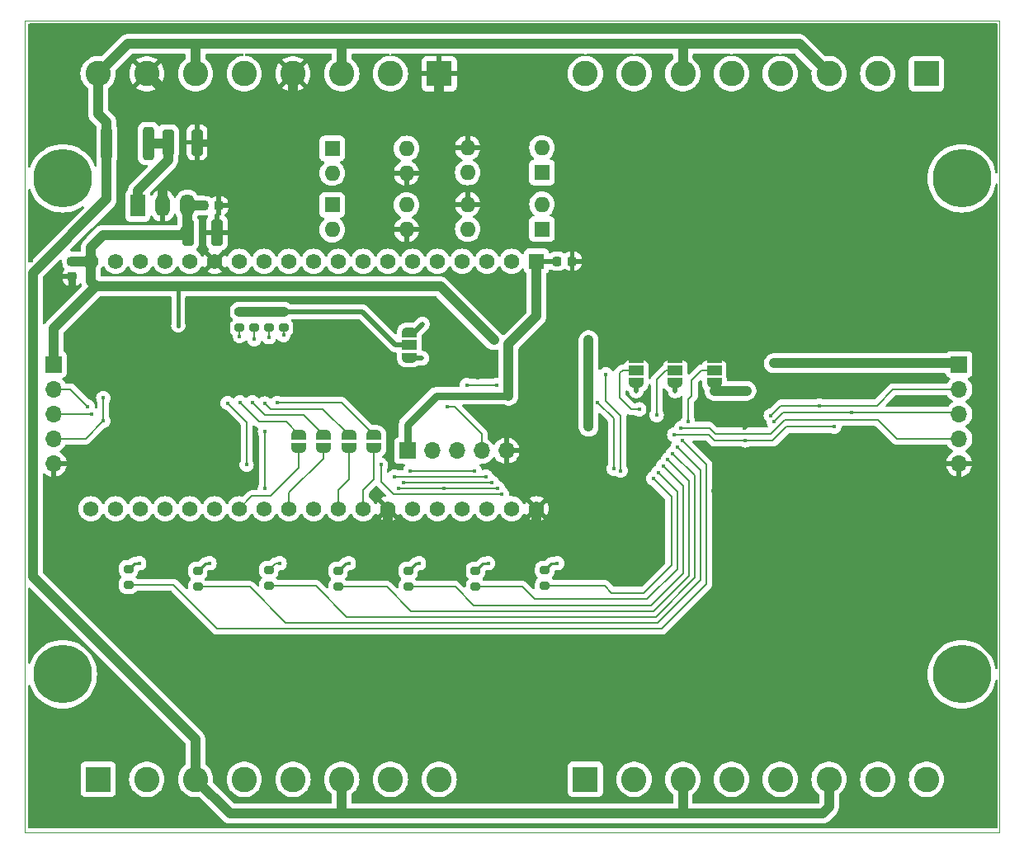
<source format=gbr>
%TF.GenerationSoftware,KiCad,Pcbnew,8.0.0*%
%TF.CreationDate,2024-09-08T09:34:35+02:00*%
%TF.ProjectId,led_stairs_controller,6c65645f-7374-4616-9972-735f636f6e74,V0.4*%
%TF.SameCoordinates,Original*%
%TF.FileFunction,Copper,L2,Bot*%
%TF.FilePolarity,Positive*%
%FSLAX46Y46*%
G04 Gerber Fmt 4.6, Leading zero omitted, Abs format (unit mm)*
G04 Created by KiCad (PCBNEW 8.0.0) date 2024-09-08 09:34:35*
%MOMM*%
%LPD*%
G01*
G04 APERTURE LIST*
G04 Aperture macros list*
%AMRoundRect*
0 Rectangle with rounded corners*
0 $1 Rounding radius*
0 $2 $3 $4 $5 $6 $7 $8 $9 X,Y pos of 4 corners*
0 Add a 4 corners polygon primitive as box body*
4,1,4,$2,$3,$4,$5,$6,$7,$8,$9,$2,$3,0*
0 Add four circle primitives for the rounded corners*
1,1,$1+$1,$2,$3*
1,1,$1+$1,$4,$5*
1,1,$1+$1,$6,$7*
1,1,$1+$1,$8,$9*
0 Add four rect primitives between the rounded corners*
20,1,$1+$1,$2,$3,$4,$5,0*
20,1,$1+$1,$4,$5,$6,$7,0*
20,1,$1+$1,$6,$7,$8,$9,0*
20,1,$1+$1,$8,$9,$2,$3,0*%
%AMFreePoly0*
4,1,19,0.500000,-0.750000,0.000000,-0.750000,0.000000,-0.744911,-0.071157,-0.744911,-0.207708,-0.704816,-0.327430,-0.627875,-0.420627,-0.520320,-0.479746,-0.390866,-0.500000,-0.250000,-0.500000,0.250000,-0.479746,0.390866,-0.420627,0.520320,-0.327430,0.627875,-0.207708,0.704816,-0.071157,0.744911,0.000000,0.744911,0.000000,0.750000,0.500000,0.750000,0.500000,-0.750000,0.500000,-0.750000,
$1*%
%AMFreePoly1*
4,1,19,0.000000,0.744911,0.071157,0.744911,0.207708,0.704816,0.327430,0.627875,0.420627,0.520320,0.479746,0.390866,0.500000,0.250000,0.500000,-0.250000,0.479746,-0.390866,0.420627,-0.520320,0.327430,-0.627875,0.207708,-0.704816,0.071157,-0.744911,0.000000,-0.744911,0.000000,-0.750000,-0.500000,-0.750000,-0.500000,0.750000,0.000000,0.750000,0.000000,0.744911,0.000000,0.744911,
$1*%
%AMFreePoly2*
4,1,19,0.550000,-0.750000,0.000000,-0.750000,0.000000,-0.744911,-0.071157,-0.744911,-0.207708,-0.704816,-0.327430,-0.627875,-0.420627,-0.520320,-0.479746,-0.390866,-0.500000,-0.250000,-0.500000,0.250000,-0.479746,0.390866,-0.420627,0.520320,-0.327430,0.627875,-0.207708,0.704816,-0.071157,0.744911,0.000000,0.744911,0.000000,0.750000,0.550000,0.750000,0.550000,-0.750000,0.550000,-0.750000,
$1*%
%AMFreePoly3*
4,1,19,0.000000,0.744911,0.071157,0.744911,0.207708,0.704816,0.327430,0.627875,0.420627,0.520320,0.479746,0.390866,0.500000,0.250000,0.500000,-0.250000,0.479746,-0.390866,0.420627,-0.520320,0.327430,-0.627875,0.207708,-0.704816,0.071157,-0.744911,0.000000,-0.744911,0.000000,-0.750000,-0.550000,-0.750000,-0.550000,0.750000,0.000000,0.750000,0.000000,0.744911,0.000000,0.744911,
$1*%
G04 Aperture macros list end*
%TA.AperFunction,SMDPad,CuDef*%
%ADD10RoundRect,0.250000X-0.325000X-1.100000X0.325000X-1.100000X0.325000X1.100000X-0.325000X1.100000X0*%
%TD*%
%TA.AperFunction,SMDPad,CuDef*%
%ADD11RoundRect,0.225000X-0.250000X0.225000X-0.250000X-0.225000X0.250000X-0.225000X0.250000X0.225000X0*%
%TD*%
%TA.AperFunction,SMDPad,CuDef*%
%ADD12RoundRect,0.225000X-0.225000X-0.250000X0.225000X-0.250000X0.225000X0.250000X-0.225000X0.250000X0*%
%TD*%
%TA.AperFunction,SMDPad,CuDef*%
%ADD13FreePoly0,90.000000*%
%TD*%
%TA.AperFunction,SMDPad,CuDef*%
%ADD14FreePoly1,90.000000*%
%TD*%
%TA.AperFunction,SMDPad,CuDef*%
%ADD15FreePoly0,270.000000*%
%TD*%
%TA.AperFunction,SMDPad,CuDef*%
%ADD16FreePoly1,270.000000*%
%TD*%
%TA.AperFunction,SMDPad,CuDef*%
%ADD17FreePoly2,90.000000*%
%TD*%
%TA.AperFunction,SMDPad,CuDef*%
%ADD18R,1.500000X1.000000*%
%TD*%
%TA.AperFunction,SMDPad,CuDef*%
%ADD19FreePoly3,90.000000*%
%TD*%
%TA.AperFunction,ComponentPad*%
%ADD20R,1.600000X1.600000*%
%TD*%
%TA.AperFunction,ComponentPad*%
%ADD21O,1.600000X1.600000*%
%TD*%
%TA.AperFunction,ComponentPad*%
%ADD22R,1.700000X1.700000*%
%TD*%
%TA.AperFunction,ComponentPad*%
%ADD23O,1.700000X1.700000*%
%TD*%
%TA.AperFunction,ComponentPad*%
%ADD24R,2.600000X2.600000*%
%TD*%
%TA.AperFunction,ComponentPad*%
%ADD25C,2.600000*%
%TD*%
%TA.AperFunction,ComponentPad*%
%ADD26C,6.000000*%
%TD*%
%TA.AperFunction,ComponentPad*%
%ADD27R,1.500000X2.300000*%
%TD*%
%TA.AperFunction,ComponentPad*%
%ADD28O,1.500000X2.300000*%
%TD*%
%TA.AperFunction,SMDPad,CuDef*%
%ADD29FreePoly2,270.000000*%
%TD*%
%TA.AperFunction,SMDPad,CuDef*%
%ADD30FreePoly3,270.000000*%
%TD*%
%TA.AperFunction,SMDPad,CuDef*%
%ADD31RoundRect,0.200000X-0.275000X0.200000X-0.275000X-0.200000X0.275000X-0.200000X0.275000X0.200000X0*%
%TD*%
%TA.AperFunction,SMDPad,CuDef*%
%ADD32RoundRect,0.250000X-0.312500X-1.450000X0.312500X-1.450000X0.312500X1.450000X-0.312500X1.450000X0*%
%TD*%
%TA.AperFunction,SMDPad,CuDef*%
%ADD33RoundRect,0.225000X0.225000X0.250000X-0.225000X0.250000X-0.225000X-0.250000X0.225000X-0.250000X0*%
%TD*%
%TA.AperFunction,SMDPad,CuDef*%
%ADD34RoundRect,0.200000X0.275000X-0.200000X0.275000X0.200000X-0.275000X0.200000X-0.275000X-0.200000X0*%
%TD*%
%TA.AperFunction,ComponentPad*%
%ADD35R,1.560000X1.560000*%
%TD*%
%TA.AperFunction,ComponentPad*%
%ADD36C,1.560000*%
%TD*%
%TA.AperFunction,ViaPad*%
%ADD37C,0.450000*%
%TD*%
%TA.AperFunction,ViaPad*%
%ADD38C,0.650000*%
%TD*%
%TA.AperFunction,ViaPad*%
%ADD39C,0.800000*%
%TD*%
%TA.AperFunction,Conductor*%
%ADD40C,0.750000*%
%TD*%
%TA.AperFunction,Conductor*%
%ADD41C,1.000000*%
%TD*%
%TA.AperFunction,Conductor*%
%ADD42C,0.500000*%
%TD*%
%TA.AperFunction,Conductor*%
%ADD43C,0.200000*%
%TD*%
%TA.AperFunction,Conductor*%
%ADD44C,0.400000*%
%TD*%
%TA.AperFunction,Conductor*%
%ADD45C,0.250000*%
%TD*%
%TA.AperFunction,Profile*%
%ADD46C,0.120000*%
%TD*%
G04 APERTURE END LIST*
D10*
%TO.P,C7,1*%
%TO.N,+5V*%
X117925000Y-77450000D03*
%TO.P,C7,2*%
%TO.N,GND*%
X120875000Y-77450000D03*
%TD*%
%TO.P,C6,1*%
%TO.N,Net-(U8-IN)*%
X115875000Y-68200000D03*
%TO.P,C6,2*%
%TO.N,GND*%
X118825000Y-68200000D03*
%TD*%
D11*
%TO.P,C5,1*%
%TO.N,+5V*%
X106000000Y-80425000D03*
%TO.P,C5,2*%
%TO.N,GND*%
X106000000Y-81975000D03*
%TD*%
D12*
%TO.P,C4,1*%
%TO.N,+3.3V*%
X155775000Y-80400000D03*
%TO.P,C4,2*%
%TO.N,GND*%
X157325000Y-80400000D03*
%TD*%
D13*
%TO.P,JP8,1,A*%
%TO.N,Net-(JP8-A)*%
X137000000Y-99550000D03*
D14*
%TO.P,JP8,2,B*%
%TO.N,/IN4_L*%
X137000000Y-98250000D03*
%TD*%
D15*
%TO.P,JP7,1,A*%
%TO.N,/IN3_L*%
X134400000Y-98250000D03*
D16*
%TO.P,JP7,2,B*%
%TO.N,Net-(JP7-B)*%
X134400000Y-99550000D03*
%TD*%
D15*
%TO.P,JP6,1,A*%
%TO.N,/IN2_L*%
X131800000Y-98250000D03*
D16*
%TO.P,JP6,2,B*%
%TO.N,Net-(JP6-B)*%
X131800000Y-99550000D03*
%TD*%
D15*
%TO.P,JP5,1,A*%
%TO.N,/IN1_L*%
X129300000Y-98250000D03*
D16*
%TO.P,JP5,2,B*%
%TO.N,Net-(JP5-B)*%
X129300000Y-99550000D03*
%TD*%
D17*
%TO.P,JP4,1,A*%
%TO.N,+3.3V*%
X140600000Y-90300000D03*
D18*
%TO.P,JP4,2,C*%
%TO.N,P-UP*%
X140600000Y-89000000D03*
D19*
%TO.P,JP4,3,B*%
%TO.N,+5V*%
X140600000Y-87700000D03*
%TD*%
D20*
%TO.P,U6,1*%
%TO.N,Net-(R28-Pad2)*%
X154220000Y-71300000D03*
D21*
%TO.P,U6,2*%
%TO.N,Net-(R38-Pad2)*%
X154220000Y-68760000D03*
%TO.P,U6,3*%
%TO.N,GND*%
X146600000Y-68760000D03*
%TO.P,U6,4*%
%TO.N,/IN3_L*%
X146600000Y-71300000D03*
%TD*%
D20*
%TO.P,U5,1*%
%TO.N,Net-(R25-Pad2)*%
X132700000Y-74625000D03*
D21*
%TO.P,U5,2*%
%TO.N,Net-(R36-Pad2)*%
X132700000Y-77165000D03*
%TO.P,U5,3*%
%TO.N,GND*%
X140320000Y-77165000D03*
%TO.P,U5,4*%
%TO.N,/IN2_L*%
X140320000Y-74625000D03*
%TD*%
D22*
%TO.P,J3,1,Pin_1*%
%TO.N,+5V*%
X197025000Y-91000000D03*
D23*
%TO.P,J3,2,Pin_2*%
%TO.N,/SDA_H*%
X197025000Y-93540000D03*
%TO.P,J3,3,Pin_3*%
%TO.N,/SCL_H*%
X197025000Y-96080000D03*
%TO.P,J3,4,Pin_4*%
%TO.N,/INT_H*%
X197025000Y-98620000D03*
%TO.P,J3,5,Pin_5*%
%TO.N,GND*%
X197025000Y-101160000D03*
%TD*%
D22*
%TO.P,J2,1,Pin_1*%
%TO.N,+3.3V*%
X140400000Y-99860000D03*
D23*
%TO.P,J2,2,Pin_2*%
%TO.N,/SDA_L*%
X142940000Y-99860000D03*
%TO.P,J2,3,Pin_3*%
%TO.N,/SCL_L*%
X145480000Y-99860000D03*
%TO.P,J2,4,Pin_4*%
%TO.N,/INT_L*%
X148020000Y-99860000D03*
%TO.P,J2,5,Pin_5*%
%TO.N,GND*%
X150560000Y-99860000D03*
%TD*%
D24*
%TO.P,MOD1,A1,A1*%
%TO.N,/LED1_OUT*%
X108675000Y-133580000D03*
D25*
%TO.P,MOD1,A2,A2*%
%TO.N,/LED2_OUT*%
X113675000Y-133580000D03*
%TO.P,MOD1,A3,A3*%
%TO.N,VBUS*%
X118675000Y-133580000D03*
%TO.P,MOD1,A4,A4*%
%TO.N,/LED3_OUT*%
X123675000Y-133580000D03*
%TO.P,MOD1,A5,A5*%
%TO.N,/LED4_OUT*%
X128675000Y-133580000D03*
%TO.P,MOD1,A6,A6*%
%TO.N,VBUS*%
X133675000Y-133580000D03*
%TO.P,MOD1,A7,A7*%
%TO.N,/LED5_OUT*%
X138675000Y-133580000D03*
%TO.P,MOD1,A8,A8*%
%TO.N,/LED6_OUT*%
X143675000Y-133580000D03*
D24*
%TO.P,MOD1,B1,B1*%
%TO.N,/LED7_OUT*%
X158675000Y-133580000D03*
D25*
%TO.P,MOD1,B2,B2*%
%TO.N,/LED8_OUT*%
X163675000Y-133580000D03*
%TO.P,MOD1,B3,B3*%
%TO.N,VBUS*%
X168675000Y-133580000D03*
%TO.P,MOD1,B4,B4*%
%TO.N,/LED9_OUT*%
X173675000Y-133580000D03*
%TO.P,MOD1,B5,B5*%
%TO.N,/LED10_OUT*%
X178675000Y-133580000D03*
%TO.P,MOD1,B6,B6*%
%TO.N,VBUS*%
X183675000Y-133580000D03*
%TO.P,MOD1,B7,B7*%
%TO.N,/LED11_OUT*%
X188675000Y-133580000D03*
%TO.P,MOD1,B8,B8*%
%TO.N,/LED12_OUT*%
X193675000Y-133580000D03*
D24*
%TO.P,MOD1,C1,C1*%
%TO.N,/LED13_OUT*%
X193675000Y-61160000D03*
D25*
%TO.P,MOD1,C2,C2*%
%TO.N,/LED14_OUT*%
X188675000Y-61160000D03*
%TO.P,MOD1,C3,C3*%
%TO.N,VBUS*%
X183675000Y-61160000D03*
%TO.P,MOD1,C4,C4*%
%TO.N,/LED15_OUT*%
X178675000Y-61160000D03*
%TO.P,MOD1,C5,C5*%
%TO.N,/LED16_OUT*%
X173675000Y-61160000D03*
%TO.P,MOD1,C6,C6*%
%TO.N,VBUS*%
X168675000Y-61160000D03*
%TO.P,MOD1,C7,C7*%
%TO.N,/IN4_H*%
X163675000Y-61160000D03*
%TO.P,MOD1,C8,C8*%
%TO.N,/IN3_H*%
X158675000Y-61160000D03*
D24*
%TO.P,MOD1,D1,D1*%
%TO.N,GND*%
X143675000Y-61160000D03*
D25*
%TO.P,MOD1,D2,D2*%
%TO.N,/IN1_H*%
X138675000Y-61160000D03*
%TO.P,MOD1,D3,D3*%
%TO.N,VBUS*%
X133675000Y-61160000D03*
%TO.P,MOD1,D4,D4*%
%TO.N,GND*%
X128675000Y-61160000D03*
%TO.P,MOD1,D5,D5*%
%TO.N,/IN2_H*%
X123675000Y-61160000D03*
%TO.P,MOD1,D6,D6*%
%TO.N,VBUS*%
X118675000Y-61160000D03*
%TO.P,MOD1,D7,D7*%
%TO.N,GND*%
X113675000Y-61160000D03*
%TO.P,MOD1,D8,D8*%
%TO.N,VBUS*%
X108675000Y-61160000D03*
D26*
%TO.P,MOD1,MH1*%
%TO.N,N/C*%
X105050000Y-71900000D03*
%TO.P,MOD1,MH2*%
X197300000Y-71900000D03*
%TO.P,MOD1,MH3*%
X105050000Y-122800000D03*
%TO.P,MOD1,MH4*%
X197300000Y-122800000D03*
%TD*%
D22*
%TO.P,J1,1,Pin_1*%
%TO.N,+5V*%
X104100000Y-91000000D03*
D23*
%TO.P,J1,2,Pin_2*%
%TO.N,/SDA_H*%
X104100000Y-93540000D03*
%TO.P,J1,3,Pin_3*%
%TO.N,/SCL_H*%
X104100000Y-96080000D03*
%TO.P,J1,4,Pin_4*%
%TO.N,/INT_H*%
X104100000Y-98620000D03*
%TO.P,J1,5,Pin_5*%
%TO.N,GND*%
X104100000Y-101160000D03*
%TD*%
D27*
%TO.P,U8,1,IN*%
%TO.N,Net-(U8-IN)*%
X112753000Y-74700000D03*
D28*
%TO.P,U8,2,GND*%
%TO.N,GND*%
X115293000Y-74700000D03*
%TO.P,U8,3,OUT*%
%TO.N,+5V*%
X117833000Y-74700000D03*
%TD*%
D20*
%TO.P,U7,1*%
%TO.N,Net-(R29-Pad2)*%
X154220000Y-77100000D03*
D21*
%TO.P,U7,2*%
%TO.N,Net-(R39-Pad2)*%
X154220000Y-74560000D03*
%TO.P,U7,3*%
%TO.N,GND*%
X146600000Y-74560000D03*
%TO.P,U7,4*%
%TO.N,/IN4_L*%
X146600000Y-77100000D03*
%TD*%
D20*
%TO.P,U3,1*%
%TO.N,Net-(R24-Pad2)*%
X132700000Y-68825000D03*
D21*
%TO.P,U3,2*%
%TO.N,Net-(R37-Pad2)*%
X132700000Y-71365000D03*
%TO.P,U3,3*%
%TO.N,GND*%
X140320000Y-71365000D03*
%TO.P,U3,4*%
%TO.N,/IN1_L*%
X140320000Y-68825000D03*
%TD*%
D29*
%TO.P,JP1,1,A*%
%TO.N,GND*%
X163900000Y-90300000D03*
D18*
%TO.P,JP1,2,C*%
%TO.N,/A0*%
X163900000Y-91600000D03*
D30*
%TO.P,JP1,3,B*%
%TO.N,+5V*%
X163900000Y-92900000D03*
%TD*%
D29*
%TO.P,JP2,1,A*%
%TO.N,GND*%
X167900000Y-90300000D03*
D18*
%TO.P,JP2,2,C*%
%TO.N,/A1*%
X167900000Y-91600000D03*
D30*
%TO.P,JP2,3,B*%
%TO.N,+5V*%
X167900000Y-92900000D03*
%TD*%
D31*
%TO.P,R26,1*%
%TO.N,P-UP*%
X126200000Y-85575000D03*
%TO.P,R26,2*%
%TO.N,/IN3_L*%
X126200000Y-87225000D03*
%TD*%
%TO.P,R27,1*%
%TO.N,P-UP*%
X127700000Y-85575000D03*
%TO.P,R27,2*%
%TO.N,/IN4_L*%
X127700000Y-87225000D03*
%TD*%
D32*
%TO.P,F17,1*%
%TO.N,VBUS*%
X109562500Y-68300000D03*
%TO.P,F17,2*%
%TO.N,Net-(U8-IN)*%
X113837500Y-68300000D03*
%TD*%
D33*
%TO.P,C2,1*%
%TO.N,GND*%
X121075000Y-74700000D03*
%TO.P,C2,2*%
%TO.N,+5V*%
X119525000Y-74700000D03*
%TD*%
D31*
%TO.P,R23,1*%
%TO.N,P-UP*%
X124700000Y-85575000D03*
%TO.P,R23,2*%
%TO.N,/IN2_L*%
X124700000Y-87225000D03*
%TD*%
D34*
%TO.P,R1,1*%
%TO.N,/LED1*%
X111800000Y-113625000D03*
%TO.P,R1,2*%
%TO.N,Net-(Q1-G)*%
X111800000Y-111975000D03*
%TD*%
D31*
%TO.P,R22,1*%
%TO.N,P-UP*%
X123200000Y-85575000D03*
%TO.P,R22,2*%
%TO.N,/IN1_L*%
X123200000Y-87225000D03*
%TD*%
D34*
%TO.P,R7,1*%
%TO.N,/LED7*%
X154500000Y-113725000D03*
%TO.P,R7,2*%
%TO.N,Net-(Q7-G)*%
X154500000Y-112075000D03*
%TD*%
%TO.P,R3,1*%
%TO.N,/LED3*%
X126200000Y-113725000D03*
%TO.P,R3,2*%
%TO.N,Net-(Q3-G)*%
X126200000Y-112075000D03*
%TD*%
%TO.P,R4,1*%
%TO.N,/LED4*%
X133300000Y-113825000D03*
%TO.P,R4,2*%
%TO.N,Net-(Q4-G)*%
X133300000Y-112175000D03*
%TD*%
D29*
%TO.P,JP3,1,A*%
%TO.N,GND*%
X171900000Y-90300000D03*
D18*
%TO.P,JP3,2,C*%
%TO.N,/A2*%
X171900000Y-91600000D03*
D30*
%TO.P,JP3,3,B*%
%TO.N,+5V*%
X171900000Y-92900000D03*
%TD*%
D34*
%TO.P,R5,1*%
%TO.N,/LED5*%
X140500000Y-113825000D03*
%TO.P,R5,2*%
%TO.N,Net-(Q5-G)*%
X140500000Y-112175000D03*
%TD*%
%TO.P,R6,1*%
%TO.N,/LED6*%
X147400000Y-113825000D03*
%TO.P,R6,2*%
%TO.N,Net-(Q6-G)*%
X147400000Y-112175000D03*
%TD*%
%TO.P,R2,1*%
%TO.N,/LED2*%
X118900000Y-113825000D03*
%TO.P,R2,2*%
%TO.N,Net-(Q2-G)*%
X118900000Y-112175000D03*
%TD*%
D35*
%TO.P,U2,1,3V3*%
%TO.N,+3.3V*%
X153660000Y-80400000D03*
D36*
%TO.P,U2,2,EN*%
%TO.N,Net-(U2-EN)*%
X151120000Y-80400000D03*
%TO.P,U2,3,VP*%
%TO.N,unconnected-(U2-VP-Pad3)*%
X148580000Y-80400000D03*
%TO.P,U2,4,VN*%
%TO.N,unconnected-(U2-VN-Pad4)*%
X146040000Y-80400000D03*
%TO.P,U2,5,34*%
%TO.N,unconnected-(U2-34-Pad5)*%
X143500000Y-80400000D03*
%TO.P,U2,6,35*%
%TO.N,unconnected-(U2-35-Pad6)*%
X140960000Y-80400000D03*
%TO.P,U2,7,32*%
%TO.N,unconnected-(U2-32-Pad7)*%
X138420000Y-80400000D03*
%TO.P,U2,8,33*%
%TO.N,unconnected-(U2-33-Pad8)*%
X135880000Y-80400000D03*
%TO.P,U2,9,25*%
%TO.N,unconnected-(U2-25-Pad9)*%
X133340000Y-80400000D03*
%TO.P,U2,10,26*%
%TO.N,unconnected-(U2-26-Pad10)*%
X130800000Y-80400000D03*
%TO.P,U2,11,27*%
%TO.N,unconnected-(U2-27-Pad11)*%
X128260000Y-80400000D03*
%TO.P,U2,12,14*%
%TO.N,unconnected-(U2-14-Pad12)*%
X125720000Y-80400000D03*
%TO.P,U2,13,12*%
%TO.N,unconnected-(U2-12-Pad13)*%
X123180000Y-80400000D03*
%TO.P,U2,14,GND*%
%TO.N,GND*%
X120640000Y-80400000D03*
%TO.P,U2,15,13*%
%TO.N,unconnected-(U2-13-Pad15)*%
X118100000Y-80400000D03*
%TO.P,U2,16,D2*%
%TO.N,unconnected-(U2-D2-Pad16)*%
X115560000Y-80400000D03*
%TO.P,U2,17,D3*%
%TO.N,unconnected-(U2-D3-Pad17)*%
X113020000Y-80400000D03*
%TO.P,U2,18,CMD*%
%TO.N,unconnected-(U2-CMD-Pad18)*%
X110480000Y-80400000D03*
%TO.P,U2,19,5V*%
%TO.N,+5V*%
X107940000Y-80400000D03*
%TO.P,U2,20,GND__1*%
%TO.N,GND*%
X153660000Y-105800000D03*
%TO.P,U2,21,23*%
%TO.N,/OE*%
X151120000Y-105800000D03*
%TO.P,U2,22,22*%
%TO.N,/SCL_L*%
X148580000Y-105800000D03*
%TO.P,U2,23,TX*%
%TO.N,unconnected-(U2-TX-Pad23)*%
X146040000Y-105800000D03*
%TO.P,U2,24,RX*%
%TO.N,unconnected-(U2-RX-Pad24)*%
X143500000Y-105800000D03*
%TO.P,U2,25,21*%
%TO.N,/SDA_L*%
X140960000Y-105800000D03*
%TO.P,U2,26,GND__2*%
%TO.N,GND*%
X138420000Y-105800000D03*
%TO.P,U2,27,19*%
%TO.N,Net-(JP8-A)*%
X135880000Y-105800000D03*
%TO.P,U2,28,18*%
%TO.N,Net-(JP7-B)*%
X133340000Y-105800000D03*
%TO.P,U2,29,5*%
%TO.N,unconnected-(U2-5-Pad29)*%
X130800000Y-105800000D03*
%TO.P,U2,30,17*%
%TO.N,Net-(JP6-B)*%
X128260000Y-105800000D03*
%TO.P,U2,31,16*%
%TO.N,unconnected-(U2-16-Pad31)*%
X125720000Y-105800000D03*
%TO.P,U2,32,4*%
%TO.N,Net-(JP5-B)*%
X123180000Y-105800000D03*
%TO.P,U2,33,0*%
%TO.N,unconnected-(U2-0-Pad33)*%
X120640000Y-105800000D03*
%TO.P,U2,34,2*%
%TO.N,unconnected-(U2-2-Pad34)*%
X118100000Y-105800000D03*
%TO.P,U2,35,15*%
%TO.N,unconnected-(U2-15-Pad35)*%
X115560000Y-105800000D03*
%TO.P,U2,36,D1*%
%TO.N,unconnected-(U2-D1-Pad36)*%
X113020000Y-105800000D03*
%TO.P,U2,37,D0*%
%TO.N,unconnected-(U2-D0-Pad37)*%
X110480000Y-105800000D03*
%TO.P,U2,38,CLK*%
%TO.N,unconnected-(U2-CLK-Pad38)*%
X107940000Y-105800000D03*
%TD*%
D37*
%TO.N,GND*%
X115300000Y-76500000D03*
X119450000Y-77450000D03*
X104750000Y-80650000D03*
X106150000Y-79150000D03*
X105500000Y-76300000D03*
X101800000Y-80350000D03*
X101750000Y-74050000D03*
X121900000Y-104800000D03*
X103250000Y-86350000D03*
D38*
X106000000Y-82950000D03*
D37*
%TO.N,+5V*%
X141950000Y-86850000D03*
%TO.N,+3.3V*%
X141900000Y-90350000D03*
D39*
%TO.N,GND*%
X159400000Y-109600000D03*
X123600000Y-109700000D03*
D38*
X159300000Y-68800000D03*
D37*
X171742500Y-104000000D03*
D39*
X178320000Y-85500000D03*
D37*
X136800000Y-104500000D03*
X160300000Y-106500000D03*
X103000000Y-129000000D03*
D39*
X188300000Y-109600000D03*
X181100000Y-109600000D03*
X137900000Y-109700000D03*
D37*
X163200000Y-100000000D03*
D39*
X173900000Y-109600000D03*
X152200000Y-109600000D03*
D37*
X163000000Y-107000000D03*
X103000000Y-118000000D03*
D38*
X159300000Y-74600000D03*
D39*
X116400000Y-109600000D03*
D38*
X127500000Y-77200000D03*
X178600000Y-93900000D03*
D39*
X109220000Y-109600000D03*
D37*
X190700000Y-94700000D03*
X160000000Y-101700000D03*
D39*
X185520000Y-85500000D03*
D37*
X147600000Y-92400000D03*
X146000000Y-87200000D03*
X189500000Y-92400000D03*
D39*
X192720000Y-85500000D03*
X130700000Y-109600000D03*
X165540000Y-109600000D03*
D38*
X127500000Y-71400000D03*
D37*
X137000000Y-106800000D03*
X150500000Y-85000000D03*
D39*
X171020000Y-85500000D03*
D37*
X139800000Y-106800000D03*
X147500000Y-83500000D03*
D39*
X145100000Y-109700000D03*
D37*
X175000000Y-97525000D03*
X150500000Y-130500000D03*
%TO.N,+5V*%
X184200000Y-90900000D03*
X116900000Y-87000000D03*
D39*
X149300000Y-88500000D03*
D37*
X186000000Y-90880000D03*
X182500000Y-90880000D03*
X163900000Y-93700000D03*
D38*
X159000000Y-97400000D03*
D37*
X144800000Y-84000000D03*
D38*
X175200000Y-93700000D03*
D39*
X178020000Y-90880000D03*
X159000000Y-88500000D03*
D37*
X167900000Y-93700000D03*
X171900000Y-93700000D03*
%TO.N,/nOE*%
X121962500Y-94962500D03*
X150100000Y-104300000D03*
X123925000Y-101300000D03*
X184200000Y-97400000D03*
X137700000Y-101300000D03*
X167800000Y-98200000D03*
X175100000Y-98800000D03*
%TO.N,/SCL_H*%
X161600000Y-101700000D03*
X107980000Y-96080000D03*
X178000000Y-96900000D03*
X186000000Y-95960000D03*
X159925000Y-94875000D03*
%TO.N,/LED1*%
X168642500Y-98825000D03*
%TO.N,/LED7*%
X165642500Y-102725000D03*
%TO.N,/LED6*%
X166142500Y-102075000D03*
%TO.N,/LED5*%
X166642500Y-101425000D03*
%TO.N,/LED4*%
X167142500Y-100775000D03*
%TO.N,/LED3*%
X167642500Y-100125000D03*
%TO.N,/LED2*%
X168142500Y-99475000D03*
%TO.N,Net-(Q1-G)*%
X112900000Y-111400000D03*
%TO.N,Net-(Q2-G)*%
X120100000Y-111400000D03*
%TO.N,Net-(Q3-G)*%
X127300000Y-111400000D03*
%TO.N,Net-(Q4-G)*%
X134400000Y-111400000D03*
%TO.N,Net-(Q5-G)*%
X141600000Y-111400000D03*
%TO.N,Net-(Q6-G)*%
X148700000Y-111400000D03*
%TO.N,Net-(Q7-G)*%
X155800000Y-111400000D03*
%TO.N,/A0*%
X147300000Y-101900000D03*
X140700000Y-101900000D03*
X164200000Y-95600000D03*
%TO.N,/A1*%
X139100000Y-102500000D03*
X148500000Y-102500000D03*
X166000000Y-96200000D03*
%TO.N,/A2*%
X140000000Y-103100000D03*
X169200000Y-96875000D03*
X149100000Y-103100000D03*
D38*
%TO.N,+3.3V*%
X150800000Y-90700000D03*
X150800000Y-94200000D03*
D37*
X143400000Y-94200000D03*
%TO.N,/SDA_H*%
X107600000Y-95300000D03*
X182700000Y-95212500D03*
X162300000Y-101900000D03*
X177700000Y-96225000D03*
X160775000Y-92000000D03*
%TO.N,/IN2_L*%
X124502500Y-94900000D03*
X124700000Y-88400000D03*
%TO.N,/IN1_L*%
X123200000Y-88100000D03*
X123232500Y-94900000D03*
%TO.N,/IN3_L*%
X126200000Y-88200000D03*
X125772500Y-95000000D03*
%TO.N,/IN4_L*%
X127700000Y-88000000D03*
X127042500Y-94942500D03*
%TO.N,/INT_H*%
X125800000Y-103700000D03*
X144200000Y-103700000D03*
X109210000Y-96800000D03*
X168500000Y-97500000D03*
X149700000Y-103700000D03*
X146500000Y-93100000D03*
X149600000Y-93100000D03*
X125800000Y-97900000D03*
X109210000Y-94440000D03*
X139500000Y-103700000D03*
%TO.N,/INT_L*%
X144525000Y-95325000D03*
%TD*%
D40*
%TO.N,GND*%
X118825000Y-68200000D02*
X120640000Y-68200000D01*
D41*
X120640000Y-68200000D02*
X120640000Y-72200000D01*
X120640000Y-65140000D02*
X120640000Y-68200000D01*
%TO.N,Net-(U8-IN)*%
X112753000Y-73147000D02*
X112753000Y-74700000D01*
X115875000Y-70025000D02*
X112753000Y-73147000D01*
X115875000Y-68200000D02*
X115875000Y-70025000D01*
X115775000Y-68300000D02*
X115875000Y-68200000D01*
X113837500Y-68300000D02*
X115775000Y-68300000D01*
D40*
%TO.N,GND*%
X106000000Y-81975000D02*
X106000000Y-82950000D01*
D41*
%TO.N,+5V*%
X106025000Y-80400000D02*
X106000000Y-80425000D01*
X107940000Y-80400000D02*
X106025000Y-80400000D01*
D42*
%TO.N,+3.3V*%
X153660000Y-80400000D02*
X155775000Y-80400000D01*
%TO.N,+5V*%
X141100000Y-87700000D02*
X140600000Y-87700000D01*
X141950000Y-86850000D02*
X141100000Y-87700000D01*
%TO.N,+3.3V*%
X140650000Y-90350000D02*
X140600000Y-90300000D01*
X141900000Y-90350000D02*
X140650000Y-90350000D01*
%TO.N,P-UP*%
X139200000Y-89000000D02*
X140600000Y-89000000D01*
D41*
%TO.N,+5V*%
X104100000Y-91000000D02*
X104100000Y-87300000D01*
X108400000Y-83000000D02*
X108500000Y-83000000D01*
X104100000Y-87300000D02*
X108400000Y-83000000D01*
D43*
%TO.N,/nOE*%
X123925000Y-96925000D02*
X123925000Y-101300000D01*
X121962500Y-94962500D02*
X123925000Y-96925000D01*
%TO.N,/IN2_L*%
X124502500Y-94900000D02*
X125802500Y-96200000D01*
X125802500Y-96200000D02*
X129750000Y-96200000D01*
X129750000Y-96200000D02*
X131800000Y-98250000D01*
%TO.N,/IN1_L*%
X127950000Y-96900000D02*
X129300000Y-98250000D01*
X125232500Y-96900000D02*
X127950000Y-96900000D01*
X123232500Y-94900000D02*
X125232500Y-96900000D01*
%TO.N,/IN4_L*%
X133692500Y-94942500D02*
X137000000Y-98250000D01*
X127042500Y-94942500D02*
X133692500Y-94942500D01*
%TO.N,/IN3_L*%
X126372500Y-95600000D02*
X131750000Y-95600000D01*
X125772500Y-95000000D02*
X126372500Y-95600000D01*
X131750000Y-95600000D02*
X134400000Y-98250000D01*
%TO.N,Net-(JP5-B)*%
X129300000Y-101600000D02*
X129300000Y-99550000D01*
X126380000Y-104520000D02*
X129300000Y-101600000D01*
X123180000Y-105800000D02*
X124460000Y-104520000D01*
X124460000Y-104520000D02*
X126380000Y-104520000D01*
%TO.N,Net-(JP6-B)*%
X128260000Y-104170000D02*
X128260000Y-105800000D01*
X131800000Y-100630000D02*
X128260000Y-104170000D01*
X131800000Y-99550000D02*
X131800000Y-100630000D01*
%TO.N,Net-(JP7-B)*%
X134400000Y-102800000D02*
X133340000Y-103860000D01*
X133340000Y-103860000D02*
X133340000Y-105800000D01*
X134400000Y-99550000D02*
X134400000Y-102800000D01*
%TO.N,Net-(JP8-A)*%
X135880000Y-103920000D02*
X135880000Y-105800000D01*
X137000000Y-102800000D02*
X135880000Y-103920000D01*
X137000000Y-99550000D02*
X137000000Y-102800000D01*
D41*
%TO.N,GND*%
X163900000Y-85500000D02*
X163900000Y-90300000D01*
X121200000Y-65000000D02*
X120500000Y-65000000D01*
X168100000Y-85500000D02*
X163900000Y-85500000D01*
X168100000Y-85500000D02*
X167900000Y-85700000D01*
D44*
X171742500Y-104000000D02*
X173900000Y-106157500D01*
D41*
X167900000Y-85700000D02*
X167900000Y-90300000D01*
X171020000Y-85500000D02*
X172000000Y-85500000D01*
D45*
X175000000Y-97525000D02*
X178600000Y-93925000D01*
D41*
X172000000Y-85500000D02*
X192720000Y-85500000D01*
X138420000Y-105800000D02*
X138420000Y-109580000D01*
X117515000Y-65000000D02*
X121200000Y-65000000D01*
X165540000Y-109600000D02*
X153700000Y-109600000D01*
X181100000Y-109600000D02*
X173900000Y-109600000D01*
X138420000Y-109580000D02*
X138400000Y-109600000D01*
X115900000Y-72200000D02*
X115293000Y-72807000D01*
X171020000Y-85500000D02*
X168100000Y-85500000D01*
X171900000Y-85600000D02*
X171900000Y-90300000D01*
X120500000Y-65000000D02*
X120640000Y-65140000D01*
D45*
X178600000Y-93925000D02*
X178600000Y-93900000D01*
D41*
X143675000Y-65000000D02*
X128675000Y-65000000D01*
X121200000Y-65000000D02*
X128675000Y-65000000D01*
X153660000Y-105800000D02*
X153660000Y-109560000D01*
X120640000Y-72200000D02*
X115900000Y-72200000D01*
X172000000Y-85500000D02*
X171900000Y-85600000D01*
X153700000Y-109600000D02*
X109220000Y-109600000D01*
X113675000Y-61160000D02*
X117515000Y-65000000D01*
D44*
X173900000Y-106157500D02*
X173900000Y-109600000D01*
D41*
X115293000Y-72807000D02*
X115293000Y-74700000D01*
X128675000Y-65000000D02*
X128675000Y-61160000D01*
X153660000Y-109560000D02*
X153700000Y-109600000D01*
X143675000Y-61160000D02*
X143675000Y-65000000D01*
X188300000Y-109600000D02*
X181100000Y-109600000D01*
%TO.N,+5V*%
X171900000Y-93700000D02*
X175200000Y-93700000D01*
X117200000Y-77700000D02*
X109200000Y-77700000D01*
X117833000Y-77067000D02*
X117200000Y-77700000D01*
X107940000Y-82440000D02*
X107940000Y-80400000D01*
X182500000Y-90880000D02*
X186000000Y-90880000D01*
X119525000Y-74700000D02*
X117833000Y-74700000D01*
X143800000Y-83000000D02*
X116900000Y-83000000D01*
D42*
X167900000Y-92900000D02*
X167900000Y-93700000D01*
D41*
X149300000Y-88500000D02*
X143800000Y-83000000D01*
X116900000Y-83000000D02*
X108500000Y-83000000D01*
X159000000Y-88500000D02*
X159000000Y-97400000D01*
D44*
X116900000Y-87000000D02*
X116900000Y-83000000D01*
D41*
X108500000Y-83000000D02*
X107940000Y-82440000D01*
D42*
X163900000Y-92900000D02*
X163900000Y-93700000D01*
D41*
X109200000Y-77700000D02*
X107940000Y-78960000D01*
X186000000Y-90880000D02*
X196905000Y-90880000D01*
X196905000Y-90880000D02*
X197025000Y-91000000D01*
X107940000Y-78960000D02*
X107940000Y-80400000D01*
X117833000Y-74700000D02*
X117833000Y-77067000D01*
X178020000Y-90880000D02*
X182500000Y-90880000D01*
D42*
X171900000Y-92900000D02*
X171900000Y-93700000D01*
D43*
%TO.N,/nOE*%
X139000000Y-104300000D02*
X150100000Y-104300000D01*
X184200000Y-97400000D02*
X179300000Y-97400000D01*
X137700000Y-101300000D02*
X137700000Y-103000000D01*
X177900000Y-98800000D02*
X175100000Y-98800000D01*
X171900000Y-98800000D02*
X175100000Y-98800000D01*
X179300000Y-97400000D02*
X177900000Y-98800000D01*
X167800000Y-98200000D02*
X171300000Y-98200000D01*
X137700000Y-103000000D02*
X139000000Y-104300000D01*
X171300000Y-98200000D02*
X171900000Y-98800000D01*
%TO.N,/SCL_H*%
X159925000Y-94875000D02*
X161600000Y-96550000D01*
X108000000Y-96100000D02*
X107980000Y-96080000D01*
X178940000Y-95960000D02*
X178000000Y-96900000D01*
X197025000Y-96080000D02*
X196905000Y-95960000D01*
X186000000Y-95960000D02*
X178940000Y-95960000D01*
X161600000Y-96550000D02*
X161600000Y-101700000D01*
X196905000Y-95960000D02*
X186000000Y-95960000D01*
X104100000Y-96080000D02*
X107980000Y-96080000D01*
%TO.N,/LED1*%
X166500000Y-118100000D02*
X120900000Y-118100000D01*
X120900000Y-118100000D02*
X116425000Y-113625000D01*
X171100000Y-101282500D02*
X171100000Y-113500000D01*
X116425000Y-113625000D02*
X111800000Y-113625000D01*
X168642500Y-98825000D02*
X171100000Y-101282500D01*
X171100000Y-113500000D02*
X166500000Y-118100000D01*
%TO.N,/LED7*%
X154500000Y-113725000D02*
X160675000Y-113725000D01*
X160675000Y-113725000D02*
X161380000Y-114430000D01*
X164670000Y-114430000D02*
X167500000Y-111600000D01*
X161380000Y-114430000D02*
X164670000Y-114430000D01*
X167500000Y-104582500D02*
X165642500Y-102725000D01*
X167500000Y-111600000D02*
X167500000Y-104582500D01*
%TO.N,/LED6*%
X152225000Y-113825000D02*
X153500000Y-115100000D01*
X153500000Y-115100000D02*
X165000000Y-115100000D01*
X168100000Y-104032500D02*
X166142500Y-102075000D01*
X147400000Y-113825000D02*
X152225000Y-113825000D01*
X168100000Y-112000000D02*
X168100000Y-104032500D01*
X165000000Y-115100000D02*
X168100000Y-112000000D01*
%TO.N,/LED5*%
X165400000Y-115700000D02*
X168700000Y-112400000D01*
X145325000Y-113825000D02*
X147200000Y-115700000D01*
X168700000Y-112400000D02*
X168700000Y-103482500D01*
X140500000Y-113825000D02*
X145325000Y-113825000D01*
X147200000Y-115700000D02*
X165400000Y-115700000D01*
X168700000Y-103482500D02*
X166642500Y-101425000D01*
%TO.N,/LED4*%
X169300000Y-102932500D02*
X167142500Y-100775000D01*
X165700000Y-116300000D02*
X169300000Y-112700000D01*
X169300000Y-112700000D02*
X169300000Y-102932500D01*
X133300000Y-113825000D02*
X138325000Y-113825000D01*
X138325000Y-113825000D02*
X140800000Y-116300000D01*
X140800000Y-116300000D02*
X165700000Y-116300000D01*
%TO.N,/LED3*%
X169900000Y-112900000D02*
X169900000Y-102382500D01*
X165900000Y-116900000D02*
X169900000Y-112900000D01*
X134200000Y-116900000D02*
X165900000Y-116900000D01*
X126200000Y-113725000D02*
X131025000Y-113725000D01*
X169900000Y-102382500D02*
X167642500Y-100125000D01*
X131025000Y-113725000D02*
X134200000Y-116900000D01*
%TO.N,/LED2*%
X170500000Y-101832500D02*
X168142500Y-99475000D01*
X170500000Y-113100000D02*
X170500000Y-101832500D01*
X124225000Y-113825000D02*
X127900000Y-117500000D01*
X118900000Y-113825000D02*
X124225000Y-113825000D01*
X127900000Y-117500000D02*
X166100000Y-117500000D01*
X166100000Y-117500000D02*
X170500000Y-113100000D01*
D45*
%TO.N,Net-(Q1-G)*%
X112375000Y-111400000D02*
X111800000Y-111975000D01*
X112900000Y-111400000D02*
X112375000Y-111400000D01*
%TO.N,Net-(Q2-G)*%
X120100000Y-111400000D02*
X119675000Y-111400000D01*
X119675000Y-111400000D02*
X118900000Y-112175000D01*
D43*
%TO.N,Net-(Q3-G)*%
X126875000Y-111400000D02*
X127300000Y-111400000D01*
X126200000Y-112075000D02*
X126875000Y-111400000D01*
D45*
%TO.N,Net-(Q4-G)*%
X134075000Y-111400000D02*
X133300000Y-112175000D01*
X134400000Y-111400000D02*
X134075000Y-111400000D01*
%TO.N,Net-(Q5-G)*%
X141600000Y-111400000D02*
X141275000Y-111400000D01*
X141275000Y-111400000D02*
X140500000Y-112175000D01*
%TO.N,Net-(Q6-G)*%
X148700000Y-111400000D02*
X148175000Y-111400000D01*
X148175000Y-111400000D02*
X147400000Y-112175000D01*
%TO.N,Net-(Q7-G)*%
X155175000Y-111400000D02*
X154500000Y-112075000D01*
X155800000Y-111400000D02*
X155175000Y-111400000D01*
D41*
%TO.N,VBUS*%
X168700000Y-137100000D02*
X168675000Y-137075000D01*
X168675000Y-137075000D02*
X168675000Y-133580000D01*
X183675000Y-61160000D02*
X180615000Y-58100000D01*
X111735000Y-58100000D02*
X119100000Y-58100000D01*
X118675000Y-61160000D02*
X118675000Y-58100000D01*
X122195000Y-137100000D02*
X118675000Y-133580000D01*
X183000000Y-137100000D02*
X168700000Y-137100000D01*
X133675000Y-61160000D02*
X133675000Y-58100000D01*
X102000000Y-112800000D02*
X118675000Y-129475000D01*
X109562500Y-66162500D02*
X109562500Y-68300000D01*
X108675000Y-61160000D02*
X111735000Y-58100000D01*
X102000000Y-81600000D02*
X102000000Y-112800000D01*
X168700000Y-137100000D02*
X133675000Y-137100000D01*
X183675000Y-133580000D02*
X183675000Y-136425000D01*
X109562500Y-68300000D02*
X109562500Y-74037500D01*
X183675000Y-136425000D02*
X183000000Y-137100000D01*
X118675000Y-58100000D02*
X119100000Y-58100000D01*
X108675000Y-61160000D02*
X108675000Y-65275000D01*
X133675000Y-58100000D02*
X168675000Y-58100000D01*
X180615000Y-58100000D02*
X168675000Y-58100000D01*
X119100000Y-58100000D02*
X133675000Y-58100000D01*
X118675000Y-129475000D02*
X118675000Y-133580000D01*
X109562500Y-74037500D02*
X102000000Y-81600000D01*
X133675000Y-137100000D02*
X122195000Y-137100000D01*
X168675000Y-58100000D02*
X168675000Y-61160000D01*
X108675000Y-65275000D02*
X109562500Y-66162500D01*
X133675000Y-137100000D02*
X133675000Y-133580000D01*
D43*
%TO.N,/A0*%
X162200000Y-94400000D02*
X163400000Y-95600000D01*
X163400000Y-95600000D02*
X164200000Y-95600000D01*
X162500000Y-91600000D02*
X162200000Y-91900000D01*
X147300000Y-101900000D02*
X140700000Y-101900000D01*
X162200000Y-91900000D02*
X162200000Y-94400000D01*
X163900000Y-91600000D02*
X162500000Y-91600000D01*
%TO.N,/A1*%
X166000000Y-96200000D02*
X166000000Y-92550000D01*
X166950000Y-91600000D02*
X167900000Y-91600000D01*
X148500000Y-102500000D02*
X139100000Y-102500000D01*
X166000000Y-92550000D02*
X166950000Y-91600000D01*
%TO.N,/A2*%
X169200000Y-96875000D02*
X169200000Y-94600000D01*
X169200000Y-94600000D02*
X169600000Y-94200000D01*
X169600000Y-94200000D02*
X169600000Y-92600000D01*
X149100000Y-103100000D02*
X140000000Y-103100000D01*
X169600000Y-92600000D02*
X170600000Y-91600000D01*
X170600000Y-91600000D02*
X171900000Y-91600000D01*
D40*
%TO.N,+3.3V*%
X150800000Y-94200000D02*
X143400000Y-94200000D01*
D41*
X150800000Y-90700000D02*
X150800000Y-94200000D01*
D40*
X143400000Y-94200000D02*
X140400000Y-97200000D01*
D41*
X150800000Y-88900000D02*
X150800000Y-90700000D01*
D40*
X140400000Y-97200000D02*
X140400000Y-99860000D01*
D41*
X153660000Y-80400000D02*
X153660000Y-86040000D01*
X153660000Y-86040000D02*
X150800000Y-88900000D01*
D43*
%TO.N,/SDA_H*%
X182700000Y-95212500D02*
X178712500Y-95212500D01*
X104100000Y-93540000D02*
X105840000Y-93540000D01*
X188587500Y-95212500D02*
X182700000Y-95212500D01*
X162300000Y-96300000D02*
X162300000Y-101900000D01*
X105840000Y-93540000D02*
X107600000Y-95300000D01*
X190260000Y-93540000D02*
X188587500Y-95212500D01*
X160775000Y-92000000D02*
X160775000Y-94775000D01*
X197025000Y-93540000D02*
X190260000Y-93540000D01*
X160775000Y-94775000D02*
X162300000Y-96300000D01*
X178712500Y-95212500D02*
X177700000Y-96225000D01*
%TO.N,/IN2_L*%
X124700000Y-88400000D02*
X124700000Y-87225000D01*
%TO.N,/IN1_L*%
X123200000Y-88100000D02*
X123200000Y-87225000D01*
%TO.N,/IN3_L*%
X126200000Y-88200000D02*
X126200000Y-87225000D01*
%TO.N,/IN4_L*%
X127700000Y-88000000D02*
X127700000Y-87225000D01*
%TO.N,/INT_H*%
X146500000Y-93100000D02*
X149600000Y-93100000D01*
X149700000Y-103700000D02*
X144200000Y-103700000D01*
X168500000Y-97500000D02*
X171400000Y-97500000D01*
X190620000Y-98620000D02*
X197025000Y-98620000D01*
X171400000Y-97500000D02*
X172000000Y-98100000D01*
X144200000Y-103700000D02*
X139500000Y-103700000D01*
X188700000Y-96700000D02*
X190620000Y-98620000D01*
X177700000Y-98100000D02*
X179100000Y-96700000D01*
X172000000Y-98100000D02*
X177700000Y-98100000D01*
X109210000Y-96800000D02*
X107390000Y-98620000D01*
X109210000Y-96800000D02*
X109210000Y-94440000D01*
X107390000Y-98620000D02*
X104100000Y-98620000D01*
X125800000Y-97900000D02*
X125800000Y-103700000D01*
X179100000Y-96700000D02*
X188700000Y-96700000D01*
D42*
%TO.N,P-UP*%
X135775000Y-85575000D02*
X127700000Y-85575000D01*
D41*
X127700000Y-85575000D02*
X123200000Y-85575000D01*
D42*
X139200000Y-89000000D02*
X135775000Y-85575000D01*
D43*
%TO.N,/INT_L*%
X144525000Y-95325000D02*
X145225000Y-95325000D01*
X145225000Y-95325000D02*
X148020000Y-98120000D01*
X148020000Y-98120000D02*
X148020000Y-99860000D01*
%TD*%
%TA.AperFunction,Conductor*%
%TO.N,GND*%
G36*
X195799750Y-94168185D02*
G01*
X195836519Y-94204678D01*
X195949276Y-94377265D01*
X195949284Y-94377276D01*
X196101756Y-94542902D01*
X196101761Y-94542907D01*
X196141229Y-94573626D01*
X196279424Y-94681189D01*
X196279429Y-94681191D01*
X196279431Y-94681193D01*
X196315930Y-94700946D01*
X196365520Y-94750165D01*
X196380628Y-94818382D01*
X196356457Y-94883937D01*
X196315930Y-94919054D01*
X196279431Y-94938806D01*
X196279422Y-94938812D01*
X196101761Y-95077092D01*
X196101756Y-95077097D01*
X195949284Y-95242723D01*
X195949276Y-95242734D01*
X195914919Y-95295322D01*
X195861773Y-95340679D01*
X195811111Y-95351500D01*
X189608411Y-95351500D01*
X189541372Y-95331815D01*
X189495617Y-95279011D01*
X189485673Y-95209853D01*
X189514698Y-95146297D01*
X189520730Y-95139819D01*
X190475730Y-94184819D01*
X190537053Y-94151334D01*
X190563411Y-94148500D01*
X195732711Y-94148500D01*
X195799750Y-94168185D01*
G37*
%TD.AperFunction*%
%TA.AperFunction,Conductor*%
G36*
X200943039Y-56019685D02*
G01*
X200988794Y-56072489D01*
X201000000Y-56124000D01*
X201000000Y-71257388D01*
X200980315Y-71324427D01*
X200927511Y-71370182D01*
X200858353Y-71380126D01*
X200794797Y-71351101D01*
X200757023Y-71292323D01*
X200753527Y-71276786D01*
X200743045Y-71210606D01*
X200736541Y-71169541D01*
X200641361Y-70814326D01*
X200509573Y-70471006D01*
X200342620Y-70143343D01*
X200338950Y-70137691D01*
X200142333Y-69834926D01*
X199967580Y-69619124D01*
X199910902Y-69549133D01*
X199650867Y-69289098D01*
X199548641Y-69206317D01*
X199365073Y-69057666D01*
X199056662Y-68857382D01*
X198728997Y-68690428D01*
X198385681Y-68558641D01*
X198285950Y-68531918D01*
X198030459Y-68463459D01*
X198030455Y-68463458D01*
X198030454Y-68463458D01*
X197667242Y-68405931D01*
X197300001Y-68386685D01*
X197299999Y-68386685D01*
X196932757Y-68405931D01*
X196569546Y-68463458D01*
X196569544Y-68463458D01*
X196214318Y-68558641D01*
X195871002Y-68690428D01*
X195543338Y-68857382D01*
X195234926Y-69057666D01*
X194949137Y-69289094D01*
X194949129Y-69289101D01*
X194689101Y-69549129D01*
X194689094Y-69549137D01*
X194457666Y-69834926D01*
X194257382Y-70143338D01*
X194090428Y-70471002D01*
X193958641Y-70814318D01*
X193863458Y-71169544D01*
X193863458Y-71169546D01*
X193805931Y-71532757D01*
X193786685Y-71899999D01*
X193786685Y-71900000D01*
X193805931Y-72267242D01*
X193858950Y-72601988D01*
X193863459Y-72630459D01*
X193923043Y-72852830D01*
X193958641Y-72985681D01*
X194090428Y-73328997D01*
X194257382Y-73656662D01*
X194457666Y-73965073D01*
X194535914Y-74061701D01*
X194689098Y-74250867D01*
X194949133Y-74510902D01*
X195009764Y-74560000D01*
X195234926Y-74742333D01*
X195543337Y-74942617D01*
X195543342Y-74942620D01*
X195871006Y-75109573D01*
X196214326Y-75241361D01*
X196569541Y-75336541D01*
X196932759Y-75394069D01*
X197279688Y-75412250D01*
X197299999Y-75413315D01*
X197300000Y-75413315D01*
X197300001Y-75413315D01*
X197319247Y-75412306D01*
X197667241Y-75394069D01*
X198030459Y-75336541D01*
X198385674Y-75241361D01*
X198728994Y-75109573D01*
X199056658Y-74942620D01*
X199365075Y-74742332D01*
X199650867Y-74510902D01*
X199910902Y-74250867D01*
X200142332Y-73965075D01*
X200342620Y-73656658D01*
X200509573Y-73328994D01*
X200641361Y-72985674D01*
X200736541Y-72630459D01*
X200753527Y-72523212D01*
X200783456Y-72460078D01*
X200842768Y-72423147D01*
X200912630Y-72424145D01*
X200970863Y-72462755D01*
X200998977Y-72526718D01*
X201000000Y-72542611D01*
X201000000Y-122157388D01*
X200980315Y-122224427D01*
X200927511Y-122270182D01*
X200858353Y-122280126D01*
X200794797Y-122251101D01*
X200757023Y-122192323D01*
X200753527Y-122176786D01*
X200750455Y-122157388D01*
X200736541Y-122069541D01*
X200641361Y-121714326D01*
X200509573Y-121371006D01*
X200342620Y-121043343D01*
X200142332Y-120734925D01*
X199910902Y-120449133D01*
X199650867Y-120189098D01*
X199365075Y-119957668D01*
X199365073Y-119957666D01*
X199056662Y-119757382D01*
X198728997Y-119590428D01*
X198385681Y-119458641D01*
X198385674Y-119458639D01*
X198030459Y-119363459D01*
X198030455Y-119363458D01*
X198030454Y-119363458D01*
X197667242Y-119305931D01*
X197300001Y-119286685D01*
X197299999Y-119286685D01*
X196932757Y-119305931D01*
X196569546Y-119363458D01*
X196569544Y-119363458D01*
X196214318Y-119458641D01*
X195871002Y-119590428D01*
X195543338Y-119757382D01*
X195234926Y-119957666D01*
X194949137Y-120189094D01*
X194949129Y-120189101D01*
X194689101Y-120449129D01*
X194689094Y-120449137D01*
X194457666Y-120734926D01*
X194257382Y-121043338D01*
X194090428Y-121371002D01*
X193958641Y-121714318D01*
X193863458Y-122069544D01*
X193863458Y-122069546D01*
X193805931Y-122432757D01*
X193786685Y-122799999D01*
X193786685Y-122800000D01*
X193805931Y-123167242D01*
X193863458Y-123530453D01*
X193863458Y-123530455D01*
X193958641Y-123885681D01*
X194090428Y-124228997D01*
X194257382Y-124556662D01*
X194457666Y-124865073D01*
X194457668Y-124865075D01*
X194689098Y-125150867D01*
X194949133Y-125410902D01*
X194949137Y-125410905D01*
X195234926Y-125642333D01*
X195543337Y-125842617D01*
X195543342Y-125842620D01*
X195871006Y-126009573D01*
X196214326Y-126141361D01*
X196569541Y-126236541D01*
X196932759Y-126294069D01*
X197279688Y-126312250D01*
X197299999Y-126313315D01*
X197300000Y-126313315D01*
X197300001Y-126313315D01*
X197319247Y-126312306D01*
X197667241Y-126294069D01*
X198030459Y-126236541D01*
X198385674Y-126141361D01*
X198728994Y-126009573D01*
X199056658Y-125842620D01*
X199365075Y-125642332D01*
X199650867Y-125410902D01*
X199910902Y-125150867D01*
X200142332Y-124865075D01*
X200342620Y-124556658D01*
X200509573Y-124228994D01*
X200641361Y-123885674D01*
X200736541Y-123530459D01*
X200753527Y-123423212D01*
X200783456Y-123360078D01*
X200842768Y-123323147D01*
X200912630Y-123324145D01*
X200970863Y-123362755D01*
X200998977Y-123426718D01*
X201000000Y-123442611D01*
X201000000Y-138476000D01*
X200980315Y-138543039D01*
X200927511Y-138588794D01*
X200876000Y-138600000D01*
X101624000Y-138600000D01*
X101556961Y-138580315D01*
X101511206Y-138527511D01*
X101500000Y-138476000D01*
X101500000Y-134928654D01*
X106866500Y-134928654D01*
X106873011Y-134989202D01*
X106873011Y-134989204D01*
X106924111Y-135126204D01*
X107011739Y-135243261D01*
X107128796Y-135330889D01*
X107265799Y-135381989D01*
X107293050Y-135384918D01*
X107326345Y-135388499D01*
X107326362Y-135388500D01*
X110023638Y-135388500D01*
X110023654Y-135388499D01*
X110050692Y-135385591D01*
X110084201Y-135381989D01*
X110221204Y-135330889D01*
X110338261Y-135243261D01*
X110425889Y-135126204D01*
X110476989Y-134989201D01*
X110480591Y-134955692D01*
X110483499Y-134928654D01*
X110483500Y-134928637D01*
X110483500Y-133580004D01*
X111861429Y-133580004D01*
X111881683Y-133850289D01*
X111881684Y-133850294D01*
X111941997Y-134114545D01*
X111941999Y-134114554D01*
X111942001Y-134114559D01*
X112041029Y-134366879D01*
X112176557Y-134601621D01*
X112345558Y-134813542D01*
X112544257Y-134997907D01*
X112768215Y-135150599D01*
X113012428Y-135268206D01*
X113271442Y-135348101D01*
X113271443Y-135348101D01*
X113271446Y-135348102D01*
X113539464Y-135388499D01*
X113539469Y-135388499D01*
X113539472Y-135388500D01*
X113539473Y-135388500D01*
X113810527Y-135388500D01*
X113810528Y-135388500D01*
X113853726Y-135381989D01*
X114078553Y-135348102D01*
X114078554Y-135348101D01*
X114078558Y-135348101D01*
X114337572Y-135268206D01*
X114581786Y-135150599D01*
X114805743Y-134997907D01*
X115004442Y-134813542D01*
X115173443Y-134601621D01*
X115308971Y-134366879D01*
X115407999Y-134114559D01*
X115468315Y-133850299D01*
X115488571Y-133580000D01*
X115468315Y-133309701D01*
X115407999Y-133045441D01*
X115308971Y-132793121D01*
X115173443Y-132558379D01*
X115004442Y-132346458D01*
X114805743Y-132162093D01*
X114581786Y-132009401D01*
X114581780Y-132009398D01*
X114581779Y-132009397D01*
X114581778Y-132009396D01*
X114337574Y-131891795D01*
X114337576Y-131891795D01*
X114078559Y-131811899D01*
X114078553Y-131811897D01*
X113810535Y-131771500D01*
X113810528Y-131771500D01*
X113539472Y-131771500D01*
X113539464Y-131771500D01*
X113271446Y-131811897D01*
X113271440Y-131811899D01*
X113012427Y-131891794D01*
X112768219Y-132009398D01*
X112544256Y-132162093D01*
X112345560Y-132346456D01*
X112345558Y-132346458D01*
X112176557Y-132558379D01*
X112041029Y-132793120D01*
X111942003Y-133045435D01*
X111941997Y-133045454D01*
X111881684Y-133309705D01*
X111881683Y-133309710D01*
X111861429Y-133579995D01*
X111861429Y-133580004D01*
X110483500Y-133580004D01*
X110483500Y-132231362D01*
X110483499Y-132231345D01*
X110480157Y-132200270D01*
X110476989Y-132170799D01*
X110473741Y-132162092D01*
X110442655Y-132078748D01*
X110425889Y-132033796D01*
X110338261Y-131916739D01*
X110221204Y-131829111D01*
X110084203Y-131778011D01*
X110023654Y-131771500D01*
X110023638Y-131771500D01*
X107326362Y-131771500D01*
X107326345Y-131771500D01*
X107265797Y-131778011D01*
X107265795Y-131778011D01*
X107128795Y-131829111D01*
X107011739Y-131916739D01*
X106924111Y-132033795D01*
X106873011Y-132170795D01*
X106873011Y-132170797D01*
X106866500Y-132231345D01*
X106866500Y-134928654D01*
X101500000Y-134928654D01*
X101500000Y-124011195D01*
X101519685Y-123944156D01*
X101572489Y-123898401D01*
X101641647Y-123888457D01*
X101705203Y-123917482D01*
X101739764Y-123966757D01*
X101840428Y-124228997D01*
X102007382Y-124556662D01*
X102207666Y-124865073D01*
X102207668Y-124865075D01*
X102439098Y-125150867D01*
X102699133Y-125410902D01*
X102699137Y-125410905D01*
X102984926Y-125642333D01*
X103293337Y-125842617D01*
X103293342Y-125842620D01*
X103621006Y-126009573D01*
X103964326Y-126141361D01*
X104319541Y-126236541D01*
X104682759Y-126294069D01*
X105029688Y-126312250D01*
X105049999Y-126313315D01*
X105050000Y-126313315D01*
X105050001Y-126313315D01*
X105069247Y-126312306D01*
X105417241Y-126294069D01*
X105780459Y-126236541D01*
X106135674Y-126141361D01*
X106478994Y-126009573D01*
X106806658Y-125842620D01*
X107115075Y-125642332D01*
X107400867Y-125410902D01*
X107660902Y-125150867D01*
X107892332Y-124865075D01*
X108092620Y-124556658D01*
X108259573Y-124228994D01*
X108391361Y-123885674D01*
X108486541Y-123530459D01*
X108544069Y-123167241D01*
X108563315Y-122800000D01*
X108544069Y-122432759D01*
X108486541Y-122069541D01*
X108391361Y-121714326D01*
X108259573Y-121371006D01*
X108092620Y-121043343D01*
X107892332Y-120734925D01*
X107660902Y-120449133D01*
X107400867Y-120189098D01*
X107115075Y-119957668D01*
X107115073Y-119957666D01*
X106806662Y-119757382D01*
X106478997Y-119590428D01*
X106135681Y-119458641D01*
X106135674Y-119458639D01*
X105780459Y-119363459D01*
X105780455Y-119363458D01*
X105780454Y-119363458D01*
X105417242Y-119305931D01*
X105050001Y-119286685D01*
X105049999Y-119286685D01*
X104682757Y-119305931D01*
X104319546Y-119363458D01*
X104319544Y-119363458D01*
X103964318Y-119458641D01*
X103621002Y-119590428D01*
X103293338Y-119757382D01*
X102984926Y-119957666D01*
X102699137Y-120189094D01*
X102699129Y-120189101D01*
X102439101Y-120449129D01*
X102439094Y-120449137D01*
X102207666Y-120734926D01*
X102007382Y-121043338D01*
X101840428Y-121371002D01*
X101739764Y-121633242D01*
X101697362Y-121688774D01*
X101631668Y-121712567D01*
X101563540Y-121697065D01*
X101514607Y-121647192D01*
X101500000Y-121588804D01*
X101500000Y-114025596D01*
X101519685Y-113958557D01*
X101572489Y-113912802D01*
X101641647Y-113902858D01*
X101705203Y-113931883D01*
X101711681Y-113937915D01*
X117630181Y-129856415D01*
X117663666Y-129917738D01*
X117666500Y-129944096D01*
X117666500Y-132013212D01*
X117646815Y-132080251D01*
X117612353Y-132115665D01*
X117544258Y-132162092D01*
X117345560Y-132346456D01*
X117345558Y-132346458D01*
X117176557Y-132558379D01*
X117041029Y-132793120D01*
X116942003Y-133045435D01*
X116941997Y-133045454D01*
X116881684Y-133309705D01*
X116881683Y-133309710D01*
X116861429Y-133579995D01*
X116861429Y-133580004D01*
X116881683Y-133850289D01*
X116881684Y-133850294D01*
X116941997Y-134114545D01*
X116941999Y-134114554D01*
X116942001Y-134114559D01*
X117041029Y-134366879D01*
X117176557Y-134601621D01*
X117345558Y-134813542D01*
X117544257Y-134997907D01*
X117768215Y-135150599D01*
X118012428Y-135268206D01*
X118271442Y-135348101D01*
X118271443Y-135348101D01*
X118271446Y-135348102D01*
X118539464Y-135388499D01*
X118539469Y-135388499D01*
X118539472Y-135388500D01*
X118539473Y-135388500D01*
X118810528Y-135388500D01*
X118963048Y-135365511D01*
X119032273Y-135374984D01*
X119069211Y-135400445D01*
X121552115Y-137883351D01*
X121552123Y-137883357D01*
X121717286Y-137993715D01*
X121717289Y-137993716D01*
X121717297Y-137993722D01*
X121824809Y-138038254D01*
X121900831Y-138069744D01*
X122095666Y-138108499D01*
X122095670Y-138108500D01*
X122095671Y-138108500D01*
X183099330Y-138108500D01*
X183099331Y-138108499D01*
X183294169Y-138069744D01*
X183477704Y-137993721D01*
X183642881Y-137883353D01*
X183783353Y-137742881D01*
X184458353Y-137067881D01*
X184568721Y-136902704D01*
X184644744Y-136719169D01*
X184683500Y-136524329D01*
X184683500Y-136325671D01*
X184683500Y-135146786D01*
X184703185Y-135079748D01*
X184737648Y-135044334D01*
X184766682Y-135024537D01*
X184805743Y-134997907D01*
X185004442Y-134813542D01*
X185173443Y-134601621D01*
X185308971Y-134366879D01*
X185407999Y-134114559D01*
X185468315Y-133850299D01*
X185488571Y-133580004D01*
X186861429Y-133580004D01*
X186881683Y-133850289D01*
X186881684Y-133850294D01*
X186941997Y-134114545D01*
X186941999Y-134114554D01*
X186942001Y-134114559D01*
X187041029Y-134366879D01*
X187176557Y-134601621D01*
X187345558Y-134813542D01*
X187544257Y-134997907D01*
X187768215Y-135150599D01*
X188012428Y-135268206D01*
X188271442Y-135348101D01*
X188271443Y-135348101D01*
X188271446Y-135348102D01*
X188539464Y-135388499D01*
X188539469Y-135388499D01*
X188539472Y-135388500D01*
X188539473Y-135388500D01*
X188810527Y-135388500D01*
X188810528Y-135388500D01*
X188853726Y-135381989D01*
X189078553Y-135348102D01*
X189078554Y-135348101D01*
X189078558Y-135348101D01*
X189337572Y-135268206D01*
X189581786Y-135150599D01*
X189805743Y-134997907D01*
X190004442Y-134813542D01*
X190173443Y-134601621D01*
X190308971Y-134366879D01*
X190407999Y-134114559D01*
X190468315Y-133850299D01*
X190488571Y-133580004D01*
X191861429Y-133580004D01*
X191881683Y-133850289D01*
X191881684Y-133850294D01*
X191941997Y-134114545D01*
X191941999Y-134114554D01*
X191942001Y-134114559D01*
X192041029Y-134366879D01*
X192176557Y-134601621D01*
X192345558Y-134813542D01*
X192544257Y-134997907D01*
X192768215Y-135150599D01*
X193012428Y-135268206D01*
X193271442Y-135348101D01*
X193271443Y-135348101D01*
X193271446Y-135348102D01*
X193539464Y-135388499D01*
X193539469Y-135388499D01*
X193539472Y-135388500D01*
X193539473Y-135388500D01*
X193810527Y-135388500D01*
X193810528Y-135388500D01*
X193853726Y-135381989D01*
X194078553Y-135348102D01*
X194078554Y-135348101D01*
X194078558Y-135348101D01*
X194337572Y-135268206D01*
X194581786Y-135150599D01*
X194805743Y-134997907D01*
X195004442Y-134813542D01*
X195173443Y-134601621D01*
X195308971Y-134366879D01*
X195407999Y-134114559D01*
X195468315Y-133850299D01*
X195488571Y-133580000D01*
X195468315Y-133309701D01*
X195407999Y-133045441D01*
X195308971Y-132793121D01*
X195173443Y-132558379D01*
X195004442Y-132346458D01*
X194805743Y-132162093D01*
X194581786Y-132009401D01*
X194581780Y-132009398D01*
X194581779Y-132009397D01*
X194581778Y-132009396D01*
X194337574Y-131891795D01*
X194337576Y-131891795D01*
X194078559Y-131811899D01*
X194078553Y-131811897D01*
X193810535Y-131771500D01*
X193810528Y-131771500D01*
X193539472Y-131771500D01*
X193539464Y-131771500D01*
X193271446Y-131811897D01*
X193271440Y-131811899D01*
X193012427Y-131891794D01*
X192768219Y-132009398D01*
X192544256Y-132162093D01*
X192345560Y-132346456D01*
X192345558Y-132346458D01*
X192176557Y-132558379D01*
X192041029Y-132793120D01*
X191942003Y-133045435D01*
X191941997Y-133045454D01*
X191881684Y-133309705D01*
X191881683Y-133309710D01*
X191861429Y-133579995D01*
X191861429Y-133580004D01*
X190488571Y-133580004D01*
X190488571Y-133580000D01*
X190468315Y-133309701D01*
X190407999Y-133045441D01*
X190308971Y-132793121D01*
X190173443Y-132558379D01*
X190004442Y-132346458D01*
X189805743Y-132162093D01*
X189581786Y-132009401D01*
X189581780Y-132009398D01*
X189581779Y-132009397D01*
X189581778Y-132009396D01*
X189337574Y-131891795D01*
X189337576Y-131891795D01*
X189078559Y-131811899D01*
X189078553Y-131811897D01*
X188810535Y-131771500D01*
X188810528Y-131771500D01*
X188539472Y-131771500D01*
X188539464Y-131771500D01*
X188271446Y-131811897D01*
X188271440Y-131811899D01*
X188012427Y-131891794D01*
X187768219Y-132009398D01*
X187544256Y-132162093D01*
X187345560Y-132346456D01*
X187345558Y-132346458D01*
X187176557Y-132558379D01*
X187041029Y-132793120D01*
X186942003Y-133045435D01*
X186941997Y-133045454D01*
X186881684Y-133309705D01*
X186881683Y-133309710D01*
X186861429Y-133579995D01*
X186861429Y-133580004D01*
X185488571Y-133580004D01*
X185488571Y-133580000D01*
X185468315Y-133309701D01*
X185407999Y-133045441D01*
X185308971Y-132793121D01*
X185173443Y-132558379D01*
X185004442Y-132346458D01*
X184805743Y-132162093D01*
X184581786Y-132009401D01*
X184581780Y-132009398D01*
X184581779Y-132009397D01*
X184581778Y-132009396D01*
X184337574Y-131891795D01*
X184337576Y-131891795D01*
X184078559Y-131811899D01*
X184078553Y-131811897D01*
X183810535Y-131771500D01*
X183810528Y-131771500D01*
X183539472Y-131771500D01*
X183539464Y-131771500D01*
X183271446Y-131811897D01*
X183271440Y-131811899D01*
X183012427Y-131891794D01*
X182768219Y-132009398D01*
X182544256Y-132162093D01*
X182345560Y-132346456D01*
X182345558Y-132346458D01*
X182176557Y-132558379D01*
X182041029Y-132793120D01*
X181942003Y-133045435D01*
X181941997Y-133045454D01*
X181881684Y-133309705D01*
X181881683Y-133309710D01*
X181861429Y-133579995D01*
X181861429Y-133580004D01*
X181881683Y-133850289D01*
X181881684Y-133850294D01*
X181941997Y-134114545D01*
X181941999Y-134114554D01*
X181942001Y-134114559D01*
X182041029Y-134366879D01*
X182176557Y-134601621D01*
X182345558Y-134813542D01*
X182544257Y-134997907D01*
X182544260Y-134997909D01*
X182612351Y-135044332D01*
X182656653Y-135098360D01*
X182666500Y-135146786D01*
X182666500Y-135955904D01*
X182646815Y-136022943D01*
X182630181Y-136043585D01*
X182618585Y-136055181D01*
X182557262Y-136088666D01*
X182530904Y-136091500D01*
X169807500Y-136091500D01*
X169740461Y-136071815D01*
X169694706Y-136019011D01*
X169683500Y-135967500D01*
X169683500Y-135146787D01*
X169703185Y-135079748D01*
X169737648Y-135044334D01*
X169766682Y-135024537D01*
X169805743Y-134997907D01*
X170004442Y-134813542D01*
X170173443Y-134601621D01*
X170308971Y-134366879D01*
X170407999Y-134114559D01*
X170468315Y-133850299D01*
X170488571Y-133580004D01*
X171861429Y-133580004D01*
X171881683Y-133850289D01*
X171881684Y-133850294D01*
X171941997Y-134114545D01*
X171941999Y-134114554D01*
X171942001Y-134114559D01*
X172041029Y-134366879D01*
X172176557Y-134601621D01*
X172345558Y-134813542D01*
X172544257Y-134997907D01*
X172768215Y-135150599D01*
X173012428Y-135268206D01*
X173271442Y-135348101D01*
X173271443Y-135348101D01*
X173271446Y-135348102D01*
X173539464Y-135388499D01*
X173539469Y-135388499D01*
X173539472Y-135388500D01*
X173539473Y-135388500D01*
X173810527Y-135388500D01*
X173810528Y-135388500D01*
X173853726Y-135381989D01*
X174078553Y-135348102D01*
X174078554Y-135348101D01*
X174078558Y-135348101D01*
X174337572Y-135268206D01*
X174581786Y-135150599D01*
X174805743Y-134997907D01*
X175004442Y-134813542D01*
X175173443Y-134601621D01*
X175308971Y-134366879D01*
X175407999Y-134114559D01*
X175468315Y-133850299D01*
X175488571Y-133580004D01*
X176861429Y-133580004D01*
X176881683Y-133850289D01*
X176881684Y-133850294D01*
X176941997Y-134114545D01*
X176941999Y-134114554D01*
X176942001Y-134114559D01*
X177041029Y-134366879D01*
X177176557Y-134601621D01*
X177345558Y-134813542D01*
X177544257Y-134997907D01*
X177768215Y-135150599D01*
X178012428Y-135268206D01*
X178271442Y-135348101D01*
X178271443Y-135348101D01*
X178271446Y-135348102D01*
X178539464Y-135388499D01*
X178539469Y-135388499D01*
X178539472Y-135388500D01*
X178539473Y-135388500D01*
X178810527Y-135388500D01*
X178810528Y-135388500D01*
X178853726Y-135381989D01*
X179078553Y-135348102D01*
X179078554Y-135348101D01*
X179078558Y-135348101D01*
X179337572Y-135268206D01*
X179581786Y-135150599D01*
X179805743Y-134997907D01*
X180004442Y-134813542D01*
X180173443Y-134601621D01*
X180308971Y-134366879D01*
X180407999Y-134114559D01*
X180468315Y-133850299D01*
X180488571Y-133580000D01*
X180468315Y-133309701D01*
X180407999Y-133045441D01*
X180308971Y-132793121D01*
X180173443Y-132558379D01*
X180004442Y-132346458D01*
X179805743Y-132162093D01*
X179581786Y-132009401D01*
X179581780Y-132009398D01*
X179581779Y-132009397D01*
X179581778Y-132009396D01*
X179337574Y-131891795D01*
X179337576Y-131891795D01*
X179078559Y-131811899D01*
X179078553Y-131811897D01*
X178810535Y-131771500D01*
X178810528Y-131771500D01*
X178539472Y-131771500D01*
X178539464Y-131771500D01*
X178271446Y-131811897D01*
X178271440Y-131811899D01*
X178012427Y-131891794D01*
X177768219Y-132009398D01*
X177544256Y-132162093D01*
X177345560Y-132346456D01*
X177345558Y-132346458D01*
X177176557Y-132558379D01*
X177041029Y-132793120D01*
X176942003Y-133045435D01*
X176941997Y-133045454D01*
X176881684Y-133309705D01*
X176881683Y-133309710D01*
X176861429Y-133579995D01*
X176861429Y-133580004D01*
X175488571Y-133580004D01*
X175488571Y-133580000D01*
X175468315Y-133309701D01*
X175407999Y-133045441D01*
X175308971Y-132793121D01*
X175173443Y-132558379D01*
X175004442Y-132346458D01*
X174805743Y-132162093D01*
X174581786Y-132009401D01*
X174581780Y-132009398D01*
X174581779Y-132009397D01*
X174581778Y-132009396D01*
X174337574Y-131891795D01*
X174337576Y-131891795D01*
X174078559Y-131811899D01*
X174078553Y-131811897D01*
X173810535Y-131771500D01*
X173810528Y-131771500D01*
X173539472Y-131771500D01*
X173539464Y-131771500D01*
X173271446Y-131811897D01*
X173271440Y-131811899D01*
X173012427Y-131891794D01*
X172768219Y-132009398D01*
X172544256Y-132162093D01*
X172345560Y-132346456D01*
X172345558Y-132346458D01*
X172176557Y-132558379D01*
X172041029Y-132793120D01*
X171942003Y-133045435D01*
X171941997Y-133045454D01*
X171881684Y-133309705D01*
X171881683Y-133309710D01*
X171861429Y-133579995D01*
X171861429Y-133580004D01*
X170488571Y-133580004D01*
X170488571Y-133580000D01*
X170468315Y-133309701D01*
X170407999Y-133045441D01*
X170308971Y-132793121D01*
X170173443Y-132558379D01*
X170004442Y-132346458D01*
X169805743Y-132162093D01*
X169581786Y-132009401D01*
X169581780Y-132009398D01*
X169581779Y-132009397D01*
X169581778Y-132009396D01*
X169337574Y-131891795D01*
X169337576Y-131891795D01*
X169078559Y-131811899D01*
X169078553Y-131811897D01*
X168810535Y-131771500D01*
X168810528Y-131771500D01*
X168539472Y-131771500D01*
X168539464Y-131771500D01*
X168271446Y-131811897D01*
X168271440Y-131811899D01*
X168012427Y-131891794D01*
X167768219Y-132009398D01*
X167544256Y-132162093D01*
X167345560Y-132346456D01*
X167345558Y-132346458D01*
X167176557Y-132558379D01*
X167041029Y-132793120D01*
X166942003Y-133045435D01*
X166941997Y-133045454D01*
X166881684Y-133309705D01*
X166881683Y-133309710D01*
X166861429Y-133579995D01*
X166861429Y-133580004D01*
X166881683Y-133850289D01*
X166881684Y-133850294D01*
X166941997Y-134114545D01*
X166941999Y-134114554D01*
X166942001Y-134114559D01*
X167041029Y-134366879D01*
X167176557Y-134601621D01*
X167345558Y-134813542D01*
X167544257Y-134997907D01*
X167544260Y-134997909D01*
X167612351Y-135044332D01*
X167656653Y-135098360D01*
X167666500Y-135146786D01*
X167666500Y-135967500D01*
X167646815Y-136034539D01*
X167594011Y-136080294D01*
X167542500Y-136091500D01*
X134807500Y-136091500D01*
X134740461Y-136071815D01*
X134694706Y-136019011D01*
X134683500Y-135967500D01*
X134683500Y-135146787D01*
X134703185Y-135079748D01*
X134737648Y-135044334D01*
X134766682Y-135024537D01*
X134805743Y-134997907D01*
X135004442Y-134813542D01*
X135173443Y-134601621D01*
X135308971Y-134366879D01*
X135407999Y-134114559D01*
X135468315Y-133850299D01*
X135488571Y-133580004D01*
X136861429Y-133580004D01*
X136881683Y-133850289D01*
X136881684Y-133850294D01*
X136941997Y-134114545D01*
X136941999Y-134114554D01*
X136942001Y-134114559D01*
X137041029Y-134366879D01*
X137176557Y-134601621D01*
X137345558Y-134813542D01*
X137544257Y-134997907D01*
X137768215Y-135150599D01*
X138012428Y-135268206D01*
X138271442Y-135348101D01*
X138271443Y-135348101D01*
X138271446Y-135348102D01*
X138539464Y-135388499D01*
X138539469Y-135388499D01*
X138539472Y-135388500D01*
X138539473Y-135388500D01*
X138810527Y-135388500D01*
X138810528Y-135388500D01*
X138853726Y-135381989D01*
X139078553Y-135348102D01*
X139078554Y-135348101D01*
X139078558Y-135348101D01*
X139337572Y-135268206D01*
X139581786Y-135150599D01*
X139805743Y-134997907D01*
X140004442Y-134813542D01*
X140173443Y-134601621D01*
X140308971Y-134366879D01*
X140407999Y-134114559D01*
X140468315Y-133850299D01*
X140488571Y-133580004D01*
X141861429Y-133580004D01*
X141881683Y-133850289D01*
X141881684Y-133850294D01*
X141941997Y-134114545D01*
X141941999Y-134114554D01*
X141942001Y-134114559D01*
X142041029Y-134366879D01*
X142176557Y-134601621D01*
X142345558Y-134813542D01*
X142544257Y-134997907D01*
X142768215Y-135150599D01*
X143012428Y-135268206D01*
X143271442Y-135348101D01*
X143271443Y-135348101D01*
X143271446Y-135348102D01*
X143539464Y-135388499D01*
X143539469Y-135388499D01*
X143539472Y-135388500D01*
X143539473Y-135388500D01*
X143810527Y-135388500D01*
X143810528Y-135388500D01*
X143853726Y-135381989D01*
X144078553Y-135348102D01*
X144078554Y-135348101D01*
X144078558Y-135348101D01*
X144337572Y-135268206D01*
X144581786Y-135150599D01*
X144805743Y-134997907D01*
X144880380Y-134928654D01*
X156866500Y-134928654D01*
X156873011Y-134989202D01*
X156873011Y-134989204D01*
X156924111Y-135126204D01*
X157011739Y-135243261D01*
X157128796Y-135330889D01*
X157265799Y-135381989D01*
X157293050Y-135384918D01*
X157326345Y-135388499D01*
X157326362Y-135388500D01*
X160023638Y-135388500D01*
X160023654Y-135388499D01*
X160050692Y-135385591D01*
X160084201Y-135381989D01*
X160221204Y-135330889D01*
X160338261Y-135243261D01*
X160425889Y-135126204D01*
X160476989Y-134989201D01*
X160480591Y-134955692D01*
X160483499Y-134928654D01*
X160483500Y-134928637D01*
X160483500Y-133580004D01*
X161861429Y-133580004D01*
X161881683Y-133850289D01*
X161881684Y-133850294D01*
X161941997Y-134114545D01*
X161941999Y-134114554D01*
X161942001Y-134114559D01*
X162041029Y-134366879D01*
X162176557Y-134601621D01*
X162345558Y-134813542D01*
X162544257Y-134997907D01*
X162768215Y-135150599D01*
X163012428Y-135268206D01*
X163271442Y-135348101D01*
X163271443Y-135348101D01*
X163271446Y-135348102D01*
X163539464Y-135388499D01*
X163539469Y-135388499D01*
X163539472Y-135388500D01*
X163539473Y-135388500D01*
X163810527Y-135388500D01*
X163810528Y-135388500D01*
X163853726Y-135381989D01*
X164078553Y-135348102D01*
X164078554Y-135348101D01*
X164078558Y-135348101D01*
X164337572Y-135268206D01*
X164581786Y-135150599D01*
X164805743Y-134997907D01*
X165004442Y-134813542D01*
X165173443Y-134601621D01*
X165308971Y-134366879D01*
X165407999Y-134114559D01*
X165468315Y-133850299D01*
X165488571Y-133580000D01*
X165468315Y-133309701D01*
X165407999Y-133045441D01*
X165308971Y-132793121D01*
X165173443Y-132558379D01*
X165004442Y-132346458D01*
X164805743Y-132162093D01*
X164581786Y-132009401D01*
X164581780Y-132009398D01*
X164581779Y-132009397D01*
X164581778Y-132009396D01*
X164337574Y-131891795D01*
X164337576Y-131891795D01*
X164078559Y-131811899D01*
X164078553Y-131811897D01*
X163810535Y-131771500D01*
X163810528Y-131771500D01*
X163539472Y-131771500D01*
X163539464Y-131771500D01*
X163271446Y-131811897D01*
X163271440Y-131811899D01*
X163012427Y-131891794D01*
X162768219Y-132009398D01*
X162544256Y-132162093D01*
X162345560Y-132346456D01*
X162345558Y-132346458D01*
X162176557Y-132558379D01*
X162041029Y-132793120D01*
X161942003Y-133045435D01*
X161941997Y-133045454D01*
X161881684Y-133309705D01*
X161881683Y-133309710D01*
X161861429Y-133579995D01*
X161861429Y-133580004D01*
X160483500Y-133580004D01*
X160483500Y-132231362D01*
X160483499Y-132231345D01*
X160480157Y-132200270D01*
X160476989Y-132170799D01*
X160473741Y-132162092D01*
X160442655Y-132078748D01*
X160425889Y-132033796D01*
X160338261Y-131916739D01*
X160221204Y-131829111D01*
X160084203Y-131778011D01*
X160023654Y-131771500D01*
X160023638Y-131771500D01*
X157326362Y-131771500D01*
X157326345Y-131771500D01*
X157265797Y-131778011D01*
X157265795Y-131778011D01*
X157128795Y-131829111D01*
X157011739Y-131916739D01*
X156924111Y-132033795D01*
X156873011Y-132170795D01*
X156873011Y-132170797D01*
X156866500Y-132231345D01*
X156866500Y-134928654D01*
X144880380Y-134928654D01*
X145004442Y-134813542D01*
X145173443Y-134601621D01*
X145308971Y-134366879D01*
X145407999Y-134114559D01*
X145468315Y-133850299D01*
X145488571Y-133580000D01*
X145468315Y-133309701D01*
X145407999Y-133045441D01*
X145308971Y-132793121D01*
X145173443Y-132558379D01*
X145004442Y-132346458D01*
X144805743Y-132162093D01*
X144581786Y-132009401D01*
X144581780Y-132009398D01*
X144581779Y-132009397D01*
X144581778Y-132009396D01*
X144337574Y-131891795D01*
X144337576Y-131891795D01*
X144078559Y-131811899D01*
X144078553Y-131811897D01*
X143810535Y-131771500D01*
X143810528Y-131771500D01*
X143539472Y-131771500D01*
X143539464Y-131771500D01*
X143271446Y-131811897D01*
X143271440Y-131811899D01*
X143012427Y-131891794D01*
X142768219Y-132009398D01*
X142544256Y-132162093D01*
X142345560Y-132346456D01*
X142345558Y-132346458D01*
X142176557Y-132558379D01*
X142041029Y-132793120D01*
X141942003Y-133045435D01*
X141941997Y-133045454D01*
X141881684Y-133309705D01*
X141881683Y-133309710D01*
X141861429Y-133579995D01*
X141861429Y-133580004D01*
X140488571Y-133580004D01*
X140488571Y-133580000D01*
X140468315Y-133309701D01*
X140407999Y-133045441D01*
X140308971Y-132793121D01*
X140173443Y-132558379D01*
X140004442Y-132346458D01*
X139805743Y-132162093D01*
X139581786Y-132009401D01*
X139581780Y-132009398D01*
X139581779Y-132009397D01*
X139581778Y-132009396D01*
X139337574Y-131891795D01*
X139337576Y-131891795D01*
X139078559Y-131811899D01*
X139078553Y-131811897D01*
X138810535Y-131771500D01*
X138810528Y-131771500D01*
X138539472Y-131771500D01*
X138539464Y-131771500D01*
X138271446Y-131811897D01*
X138271440Y-131811899D01*
X138012427Y-131891794D01*
X137768219Y-132009398D01*
X137544256Y-132162093D01*
X137345560Y-132346456D01*
X137345558Y-132346458D01*
X137176557Y-132558379D01*
X137041029Y-132793120D01*
X136942003Y-133045435D01*
X136941997Y-133045454D01*
X136881684Y-133309705D01*
X136881683Y-133309710D01*
X136861429Y-133579995D01*
X136861429Y-133580004D01*
X135488571Y-133580004D01*
X135488571Y-133580000D01*
X135468315Y-133309701D01*
X135407999Y-133045441D01*
X135308971Y-132793121D01*
X135173443Y-132558379D01*
X135004442Y-132346458D01*
X134805743Y-132162093D01*
X134581786Y-132009401D01*
X134581780Y-132009398D01*
X134581779Y-132009397D01*
X134581778Y-132009396D01*
X134337574Y-131891795D01*
X134337576Y-131891795D01*
X134078559Y-131811899D01*
X134078553Y-131811897D01*
X133810535Y-131771500D01*
X133810528Y-131771500D01*
X133539472Y-131771500D01*
X133539464Y-131771500D01*
X133271446Y-131811897D01*
X133271440Y-131811899D01*
X133012427Y-131891794D01*
X132768219Y-132009398D01*
X132544256Y-132162093D01*
X132345560Y-132346456D01*
X132345558Y-132346458D01*
X132176557Y-132558379D01*
X132041029Y-132793120D01*
X131942003Y-133045435D01*
X131941997Y-133045454D01*
X131881684Y-133309705D01*
X131881683Y-133309710D01*
X131861429Y-133579995D01*
X131861429Y-133580004D01*
X131881683Y-133850289D01*
X131881684Y-133850294D01*
X131941997Y-134114545D01*
X131941999Y-134114554D01*
X131942001Y-134114559D01*
X132041029Y-134366879D01*
X132176557Y-134601621D01*
X132345558Y-134813542D01*
X132544257Y-134997907D01*
X132544260Y-134997909D01*
X132612351Y-135044332D01*
X132656653Y-135098360D01*
X132666500Y-135146786D01*
X132666500Y-135967500D01*
X132646815Y-136034539D01*
X132594011Y-136080294D01*
X132542500Y-136091500D01*
X122664097Y-136091500D01*
X122597058Y-136071815D01*
X122576416Y-136055181D01*
X120498789Y-133977554D01*
X120465304Y-133916231D01*
X120465580Y-133862277D01*
X120468315Y-133850299D01*
X120468315Y-133850295D01*
X120468316Y-133850292D01*
X120488571Y-133580004D01*
X121861429Y-133580004D01*
X121881683Y-133850289D01*
X121881684Y-133850294D01*
X121941997Y-134114545D01*
X121941999Y-134114554D01*
X121942001Y-134114559D01*
X122041029Y-134366879D01*
X122176557Y-134601621D01*
X122345558Y-134813542D01*
X122544257Y-134997907D01*
X122768215Y-135150599D01*
X123012428Y-135268206D01*
X123271442Y-135348101D01*
X123271443Y-135348101D01*
X123271446Y-135348102D01*
X123539464Y-135388499D01*
X123539469Y-135388499D01*
X123539472Y-135388500D01*
X123539473Y-135388500D01*
X123810527Y-135388500D01*
X123810528Y-135388500D01*
X123853726Y-135381989D01*
X124078553Y-135348102D01*
X124078554Y-135348101D01*
X124078558Y-135348101D01*
X124337572Y-135268206D01*
X124581786Y-135150599D01*
X124805743Y-134997907D01*
X125004442Y-134813542D01*
X125173443Y-134601621D01*
X125308971Y-134366879D01*
X125407999Y-134114559D01*
X125468315Y-133850299D01*
X125488571Y-133580004D01*
X126861429Y-133580004D01*
X126881683Y-133850289D01*
X126881684Y-133850294D01*
X126941997Y-134114545D01*
X126941999Y-134114554D01*
X126942001Y-134114559D01*
X127041029Y-134366879D01*
X127176557Y-134601621D01*
X127345558Y-134813542D01*
X127544257Y-134997907D01*
X127768215Y-135150599D01*
X128012428Y-135268206D01*
X128271442Y-135348101D01*
X128271443Y-135348101D01*
X128271446Y-135348102D01*
X128539464Y-135388499D01*
X128539469Y-135388499D01*
X128539472Y-135388500D01*
X128539473Y-135388500D01*
X128810527Y-135388500D01*
X128810528Y-135388500D01*
X128853726Y-135381989D01*
X129078553Y-135348102D01*
X129078554Y-135348101D01*
X129078558Y-135348101D01*
X129337572Y-135268206D01*
X129581786Y-135150599D01*
X129805743Y-134997907D01*
X130004442Y-134813542D01*
X130173443Y-134601621D01*
X130308971Y-134366879D01*
X130407999Y-134114559D01*
X130468315Y-133850299D01*
X130488571Y-133580000D01*
X130468315Y-133309701D01*
X130407999Y-133045441D01*
X130308971Y-132793121D01*
X130173443Y-132558379D01*
X130004442Y-132346458D01*
X129805743Y-132162093D01*
X129581786Y-132009401D01*
X129581780Y-132009398D01*
X129581779Y-132009397D01*
X129581778Y-132009396D01*
X129337574Y-131891795D01*
X129337576Y-131891795D01*
X129078559Y-131811899D01*
X129078553Y-131811897D01*
X128810535Y-131771500D01*
X128810528Y-131771500D01*
X128539472Y-131771500D01*
X128539464Y-131771500D01*
X128271446Y-131811897D01*
X128271440Y-131811899D01*
X128012427Y-131891794D01*
X127768219Y-132009398D01*
X127544256Y-132162093D01*
X127345560Y-132346456D01*
X127345558Y-132346458D01*
X127176557Y-132558379D01*
X127041029Y-132793120D01*
X126942003Y-133045435D01*
X126941997Y-133045454D01*
X126881684Y-133309705D01*
X126881683Y-133309710D01*
X126861429Y-133579995D01*
X126861429Y-133580004D01*
X125488571Y-133580004D01*
X125488571Y-133580000D01*
X125468315Y-133309701D01*
X125407999Y-133045441D01*
X125308971Y-132793121D01*
X125173443Y-132558379D01*
X125004442Y-132346458D01*
X124805743Y-132162093D01*
X124581786Y-132009401D01*
X124581780Y-132009398D01*
X124581779Y-132009397D01*
X124581778Y-132009396D01*
X124337574Y-131891795D01*
X124337576Y-131891795D01*
X124078559Y-131811899D01*
X124078553Y-131811897D01*
X123810535Y-131771500D01*
X123810528Y-131771500D01*
X123539472Y-131771500D01*
X123539464Y-131771500D01*
X123271446Y-131811897D01*
X123271440Y-131811899D01*
X123012427Y-131891794D01*
X122768219Y-132009398D01*
X122544256Y-132162093D01*
X122345560Y-132346456D01*
X122345558Y-132346458D01*
X122176557Y-132558379D01*
X122041029Y-132793120D01*
X121942003Y-133045435D01*
X121941997Y-133045454D01*
X121881684Y-133309705D01*
X121881683Y-133309710D01*
X121861429Y-133579995D01*
X121861429Y-133580004D01*
X120488571Y-133580004D01*
X120488571Y-133579995D01*
X120468316Y-133309710D01*
X120468315Y-133309705D01*
X120468315Y-133309701D01*
X120407999Y-133045441D01*
X120308971Y-132793121D01*
X120173443Y-132558379D01*
X120004442Y-132346458D01*
X119805743Y-132162093D01*
X119805739Y-132162090D01*
X119805732Y-132162084D01*
X119737648Y-132115665D01*
X119693346Y-132061636D01*
X119683500Y-132013212D01*
X119683500Y-129375670D01*
X119683499Y-129375666D01*
X119644745Y-129180838D01*
X119644744Y-129180831D01*
X119568721Y-128997296D01*
X119568720Y-128997295D01*
X119568717Y-128997289D01*
X119458354Y-128832120D01*
X119458353Y-128832119D01*
X119317881Y-128691647D01*
X104508506Y-113882272D01*
X110816500Y-113882272D01*
X110822985Y-113953645D01*
X110822988Y-113953655D01*
X110874171Y-114117909D01*
X110874172Y-114117911D01*
X110874173Y-114117913D01*
X110903494Y-114166416D01*
X110963186Y-114265158D01*
X111084841Y-114386813D01*
X111084843Y-114386814D01*
X111084845Y-114386816D01*
X111232087Y-114475827D01*
X111396351Y-114527013D01*
X111467735Y-114533500D01*
X112132264Y-114533499D01*
X112132272Y-114533499D01*
X112203645Y-114527014D01*
X112203648Y-114527013D01*
X112203649Y-114527013D01*
X112367913Y-114475827D01*
X112515155Y-114386816D01*
X112632153Y-114269817D01*
X112693474Y-114236334D01*
X112719833Y-114233500D01*
X116121589Y-114233500D01*
X116188628Y-114253185D01*
X116209270Y-114269819D01*
X120526373Y-118586922D01*
X120665128Y-118667032D01*
X120819889Y-118708500D01*
X120819890Y-118708500D01*
X120819891Y-118708500D01*
X166580109Y-118708500D01*
X166580110Y-118708500D01*
X166580111Y-118708500D01*
X166657491Y-118687766D01*
X166734873Y-118667032D01*
X166873627Y-118586922D01*
X171586921Y-113873628D01*
X171626480Y-113805110D01*
X171667032Y-113734872D01*
X171708500Y-113580111D01*
X171708500Y-101202389D01*
X171667032Y-101047628D01*
X171641628Y-101003627D01*
X171641628Y-101003626D01*
X171586926Y-100908879D01*
X171586920Y-100908871D01*
X169698230Y-99020181D01*
X169664745Y-98958858D01*
X169669729Y-98889166D01*
X169711601Y-98833233D01*
X169777065Y-98808816D01*
X169785911Y-98808500D01*
X170996589Y-98808500D01*
X171063628Y-98828185D01*
X171084270Y-98844819D01*
X171526372Y-99286921D01*
X171665127Y-99367032D01*
X171742508Y-99387766D01*
X171819889Y-99408500D01*
X171819890Y-99408500D01*
X171980110Y-99408500D01*
X174654023Y-99408500D01*
X174719995Y-99427507D01*
X174779729Y-99465041D01*
X174833988Y-99484026D01*
X174935748Y-99519634D01*
X174935751Y-99519634D01*
X174935753Y-99519635D01*
X175099996Y-99538141D01*
X175100000Y-99538141D01*
X175100004Y-99538141D01*
X175264246Y-99519635D01*
X175264247Y-99519634D01*
X175264252Y-99519634D01*
X175420267Y-99465042D01*
X175420266Y-99465042D01*
X175420270Y-99465041D01*
X175480005Y-99427507D01*
X175545977Y-99408500D01*
X177980109Y-99408500D01*
X177980110Y-99408500D01*
X177980111Y-99408500D01*
X178057491Y-99387766D01*
X178134873Y-99367032D01*
X178273627Y-99286922D01*
X179515730Y-98044819D01*
X179577053Y-98011334D01*
X179603411Y-98008500D01*
X183754023Y-98008500D01*
X183819995Y-98027507D01*
X183879729Y-98065041D01*
X183933988Y-98084026D01*
X184035748Y-98119634D01*
X184035751Y-98119634D01*
X184035753Y-98119635D01*
X184199996Y-98138141D01*
X184200000Y-98138141D01*
X184200004Y-98138141D01*
X184364246Y-98119635D01*
X184364247Y-98119634D01*
X184364252Y-98119634D01*
X184520267Y-98065042D01*
X184660223Y-97977102D01*
X184777102Y-97860223D01*
X184865042Y-97720267D01*
X184919634Y-97564252D01*
X184919635Y-97564246D01*
X184936044Y-97418616D01*
X184963111Y-97354202D01*
X185020705Y-97314647D01*
X185059264Y-97308500D01*
X188396589Y-97308500D01*
X188463628Y-97328185D01*
X188484270Y-97344819D01*
X190128738Y-98989286D01*
X190128748Y-98989297D01*
X190133078Y-98993627D01*
X190133079Y-98993628D01*
X190246372Y-99106921D01*
X190300336Y-99138077D01*
X190385127Y-99187032D01*
X190428401Y-99198627D01*
X190539889Y-99228500D01*
X190539890Y-99228500D01*
X190700110Y-99228500D01*
X195732711Y-99228500D01*
X195799750Y-99248185D01*
X195836519Y-99284678D01*
X195949276Y-99457265D01*
X195949284Y-99457276D01*
X196101756Y-99622902D01*
X196101761Y-99622907D01*
X196155554Y-99664776D01*
X196279424Y-99761189D01*
X196322693Y-99784605D01*
X196322695Y-99784606D01*
X196372286Y-99833825D01*
X196387394Y-99902042D01*
X196363224Y-99967597D01*
X196334802Y-99995236D01*
X196153922Y-100121890D01*
X196153920Y-100121891D01*
X195986891Y-100288920D01*
X195986886Y-100288926D01*
X195851400Y-100482420D01*
X195851399Y-100482422D01*
X195751570Y-100696507D01*
X195751567Y-100696513D01*
X195694364Y-100909999D01*
X195694364Y-100910000D01*
X196591988Y-100910000D01*
X196559075Y-100967007D01*
X196525000Y-101094174D01*
X196525000Y-101225826D01*
X196559075Y-101352993D01*
X196591988Y-101410000D01*
X195694364Y-101410000D01*
X195751567Y-101623486D01*
X195751570Y-101623492D01*
X195851399Y-101837578D01*
X195986894Y-102031082D01*
X196153917Y-102198105D01*
X196347421Y-102333600D01*
X196561507Y-102433429D01*
X196561516Y-102433433D01*
X196775000Y-102490634D01*
X196775000Y-101593012D01*
X196832007Y-101625925D01*
X196959174Y-101660000D01*
X197090826Y-101660000D01*
X197217993Y-101625925D01*
X197275000Y-101593012D01*
X197275000Y-102490633D01*
X197488483Y-102433433D01*
X197488492Y-102433429D01*
X197702578Y-102333600D01*
X197896082Y-102198105D01*
X198063105Y-102031082D01*
X198198600Y-101837578D01*
X198298429Y-101623492D01*
X198298432Y-101623486D01*
X198355636Y-101410000D01*
X197458012Y-101410000D01*
X197490925Y-101352993D01*
X197525000Y-101225826D01*
X197525000Y-101094174D01*
X197490925Y-100967007D01*
X197458012Y-100910000D01*
X198355636Y-100910000D01*
X198355635Y-100909999D01*
X198298432Y-100696513D01*
X198298429Y-100696507D01*
X198198600Y-100482422D01*
X198198599Y-100482420D01*
X198063113Y-100288926D01*
X198063108Y-100288920D01*
X197896082Y-100121894D01*
X197715197Y-99995236D01*
X197671572Y-99940659D01*
X197664380Y-99871160D01*
X197695902Y-99808806D01*
X197727300Y-99784608D01*
X197770576Y-99761189D01*
X197948240Y-99622906D01*
X198047614Y-99514957D01*
X198100715Y-99457276D01*
X198100716Y-99457274D01*
X198100722Y-99457268D01*
X198223860Y-99268791D01*
X198314296Y-99062616D01*
X198369564Y-98844368D01*
X198371328Y-98823079D01*
X198388156Y-98620005D01*
X198388156Y-98619994D01*
X198369565Y-98395640D01*
X198369563Y-98395628D01*
X198363592Y-98372049D01*
X198314296Y-98177384D01*
X198223860Y-97971209D01*
X198174384Y-97895481D01*
X198100723Y-97782734D01*
X198100715Y-97782723D01*
X197948243Y-97617097D01*
X197948238Y-97617092D01*
X197796942Y-97499333D01*
X197770576Y-97478811D01*
X197734070Y-97459055D01*
X197684479Y-97409836D01*
X197669371Y-97341619D01*
X197693541Y-97276064D01*
X197734070Y-97240945D01*
X197739192Y-97238173D01*
X197770576Y-97221189D01*
X197948240Y-97082906D01*
X198077686Y-96942292D01*
X198100715Y-96917276D01*
X198100716Y-96917274D01*
X198100722Y-96917268D01*
X198223860Y-96728791D01*
X198314296Y-96522616D01*
X198369564Y-96304368D01*
X198372823Y-96265041D01*
X198388156Y-96080005D01*
X198388156Y-96079994D01*
X198369565Y-95855640D01*
X198369563Y-95855628D01*
X198346422Y-95764246D01*
X198314296Y-95637384D01*
X198223860Y-95431209D01*
X198222796Y-95429581D01*
X198135081Y-95295322D01*
X198100722Y-95242732D01*
X198100719Y-95242729D01*
X198100715Y-95242723D01*
X197948243Y-95077097D01*
X197948238Y-95077092D01*
X197770577Y-94938812D01*
X197770578Y-94938812D01*
X197770576Y-94938811D01*
X197734070Y-94919055D01*
X197684479Y-94869836D01*
X197669371Y-94801619D01*
X197693541Y-94736064D01*
X197734070Y-94700945D01*
X197734084Y-94700936D01*
X197770576Y-94681189D01*
X197948240Y-94542906D01*
X198100722Y-94377268D01*
X198223860Y-94188791D01*
X198314296Y-93982616D01*
X198369564Y-93764368D01*
X198373210Y-93720366D01*
X198388156Y-93540005D01*
X198388156Y-93539994D01*
X198369565Y-93315640D01*
X198369563Y-93315628D01*
X198354088Y-93254518D01*
X198314296Y-93097384D01*
X198223860Y-92891209D01*
X198168374Y-92806282D01*
X198100723Y-92702734D01*
X198100715Y-92702723D01*
X197955510Y-92544991D01*
X197924587Y-92482337D01*
X197932447Y-92412911D01*
X197976594Y-92358755D01*
X198003405Y-92344827D01*
X198083584Y-92314920D01*
X198121204Y-92300889D01*
X198238261Y-92213261D01*
X198325889Y-92096204D01*
X198376989Y-91959201D01*
X198382474Y-91908185D01*
X198383499Y-91898654D01*
X198383500Y-91898637D01*
X198383500Y-90101362D01*
X198383499Y-90101345D01*
X198380157Y-90070270D01*
X198376989Y-90040799D01*
X198325889Y-89903796D01*
X198238261Y-89786739D01*
X198121204Y-89699111D01*
X198116499Y-89697356D01*
X197984203Y-89648011D01*
X197923654Y-89641500D01*
X197923638Y-89641500D01*
X196126362Y-89641500D01*
X196126345Y-89641500D01*
X196065797Y-89648011D01*
X196065795Y-89648011D01*
X195928795Y-89699111D01*
X195811739Y-89786739D01*
X195785485Y-89821811D01*
X195729551Y-89863682D01*
X195686218Y-89871500D01*
X177920666Y-89871500D01*
X177725838Y-89910254D01*
X177725830Y-89910256D01*
X177542298Y-89986277D01*
X177542289Y-89986282D01*
X177377119Y-90096646D01*
X177377115Y-90096649D01*
X177236649Y-90237115D01*
X177236646Y-90237119D01*
X177126282Y-90402289D01*
X177126277Y-90402298D01*
X177050256Y-90585830D01*
X177050254Y-90585838D01*
X177011500Y-90780666D01*
X177011500Y-90979333D01*
X177050254Y-91174161D01*
X177050256Y-91174169D01*
X177126277Y-91357701D01*
X177126282Y-91357710D01*
X177236646Y-91522880D01*
X177236649Y-91522884D01*
X177377115Y-91663350D01*
X177377119Y-91663353D01*
X177542289Y-91773717D01*
X177542295Y-91773720D01*
X177542296Y-91773721D01*
X177725831Y-91849744D01*
X177885922Y-91881588D01*
X177920666Y-91888499D01*
X177920670Y-91888500D01*
X177920671Y-91888500D01*
X182400671Y-91888500D01*
X185900671Y-91888500D01*
X195560546Y-91888500D01*
X195627585Y-91908185D01*
X195673340Y-91960989D01*
X195676727Y-91969166D01*
X195724110Y-92096203D01*
X195724111Y-92096204D01*
X195811739Y-92213261D01*
X195928796Y-92300889D01*
X195966972Y-92315128D01*
X196046595Y-92344827D01*
X196102528Y-92386699D01*
X196126944Y-92452163D01*
X196112092Y-92520436D01*
X196094490Y-92544991D01*
X195949279Y-92702730D01*
X195949276Y-92702734D01*
X195836519Y-92875322D01*
X195783373Y-92920678D01*
X195732711Y-92931500D01*
X190179887Y-92931500D01*
X190143874Y-92941149D01*
X190143875Y-92941150D01*
X190025127Y-92972968D01*
X190025125Y-92972968D01*
X190025125Y-92972969D01*
X189886372Y-93053079D01*
X189886369Y-93053081D01*
X188371770Y-94567681D01*
X188310447Y-94601166D01*
X188284089Y-94604000D01*
X183145977Y-94604000D01*
X183080005Y-94584993D01*
X183020270Y-94547458D01*
X182864246Y-94492864D01*
X182700004Y-94474359D01*
X182699996Y-94474359D01*
X182535753Y-94492864D01*
X182379729Y-94547458D01*
X182319995Y-94584993D01*
X182254023Y-94604000D01*
X178632389Y-94604000D01*
X178578296Y-94618493D01*
X178578297Y-94618494D01*
X178477627Y-94645468D01*
X178477625Y-94645468D01*
X178477625Y-94645469D01*
X178338872Y-94725579D01*
X178338869Y-94725581D01*
X177591246Y-95473204D01*
X177541492Y-95500703D01*
X177542320Y-95503067D01*
X177535750Y-95505365D01*
X177535748Y-95505366D01*
X177464538Y-95530283D01*
X177379731Y-95559958D01*
X177239776Y-95647898D01*
X177122898Y-95764776D01*
X177034958Y-95904731D01*
X176980364Y-96060753D01*
X176961859Y-96224996D01*
X176961859Y-96225003D01*
X176980364Y-96389246D01*
X177034958Y-96545268D01*
X177122898Y-96685223D01*
X177227311Y-96789636D01*
X177260796Y-96850959D01*
X177262851Y-96891199D01*
X177261859Y-96900004D01*
X177280364Y-97064246D01*
X177334958Y-97220268D01*
X177334959Y-97220269D01*
X177386017Y-97301527D01*
X177405018Y-97368764D01*
X177384651Y-97435599D01*
X177331383Y-97480814D01*
X177281024Y-97491500D01*
X172303411Y-97491500D01*
X172236372Y-97471815D01*
X172215730Y-97455181D01*
X171773629Y-97013080D01*
X171773627Y-97013078D01*
X171634873Y-96932968D01*
X171543556Y-96908500D01*
X171543555Y-96908499D01*
X171497110Y-96896054D01*
X171480111Y-96891500D01*
X171480110Y-96891500D01*
X170050813Y-96891500D01*
X169983774Y-96871815D01*
X169938019Y-96819011D01*
X169927593Y-96781383D01*
X169919635Y-96710753D01*
X169919634Y-96710751D01*
X169919634Y-96710748D01*
X169865042Y-96554733D01*
X169827505Y-96494993D01*
X169808500Y-96429023D01*
X169808500Y-94903411D01*
X169828185Y-94836372D01*
X169844819Y-94815730D01*
X169959604Y-94700945D01*
X170086921Y-94573628D01*
X170117947Y-94519889D01*
X170167032Y-94434872D01*
X170208500Y-94280111D01*
X170208500Y-92903411D01*
X170228185Y-92836372D01*
X170244819Y-92815730D01*
X170424819Y-92635730D01*
X170486142Y-92602245D01*
X170555834Y-92607229D01*
X170611767Y-92649101D01*
X170636184Y-92714565D01*
X170636500Y-92723411D01*
X170636500Y-92971889D01*
X170657298Y-93116550D01*
X170657301Y-93116562D01*
X170697808Y-93254518D01*
X170758516Y-93387450D01*
X170758523Y-93387463D01*
X170832646Y-93502801D01*
X170833465Y-93504241D01*
X170836254Y-93508416D01*
X170836256Y-93508418D01*
X170836257Y-93508420D01*
X170861213Y-93537220D01*
X170890238Y-93600774D01*
X170891500Y-93618422D01*
X170891500Y-93799333D01*
X170930254Y-93994161D01*
X170930256Y-93994169D01*
X171006277Y-94177701D01*
X171006282Y-94177710D01*
X171116646Y-94342880D01*
X171116649Y-94342884D01*
X171257115Y-94483350D01*
X171257119Y-94483353D01*
X171422289Y-94593717D01*
X171422298Y-94593722D01*
X171447705Y-94604246D01*
X171605831Y-94669744D01*
X171800666Y-94708499D01*
X171800670Y-94708500D01*
X171800671Y-94708500D01*
X175299330Y-94708500D01*
X175299331Y-94708499D01*
X175494169Y-94669744D01*
X175677704Y-94593721D01*
X175842881Y-94483353D01*
X175983353Y-94342881D01*
X176093721Y-94177704D01*
X176169744Y-93994169D01*
X176208500Y-93799329D01*
X176208500Y-93600671D01*
X176169744Y-93405831D01*
X176093721Y-93222296D01*
X176093720Y-93222295D01*
X176093717Y-93222289D01*
X175983353Y-93057119D01*
X175983350Y-93057115D01*
X175842884Y-92916649D01*
X175842880Y-92916646D01*
X175677710Y-92806282D01*
X175677701Y-92806277D01*
X175494169Y-92730256D01*
X175494161Y-92730254D01*
X175299333Y-92691500D01*
X175299329Y-92691500D01*
X173287500Y-92691500D01*
X173220461Y-92671815D01*
X173174706Y-92619011D01*
X173163500Y-92567500D01*
X173163500Y-92350000D01*
X173158273Y-92276921D01*
X173155174Y-92266370D01*
X173153875Y-92217204D01*
X173151160Y-92216913D01*
X173158499Y-92148654D01*
X173158500Y-92148637D01*
X173158500Y-91051362D01*
X173158499Y-91051345D01*
X173155007Y-91018876D01*
X173151989Y-90990799D01*
X173147712Y-90979333D01*
X173119167Y-90902801D01*
X173100889Y-90853796D01*
X173013261Y-90736739D01*
X172896204Y-90649111D01*
X172759203Y-90598011D01*
X172698654Y-90591500D01*
X172698638Y-90591500D01*
X171101362Y-90591500D01*
X171101345Y-90591500D01*
X171040797Y-90598011D01*
X171040795Y-90598011D01*
X170903795Y-90649111D01*
X170786739Y-90736739D01*
X170699111Y-90853795D01*
X170677836Y-90910835D01*
X170635964Y-90966768D01*
X170570500Y-90991184D01*
X170561655Y-90991500D01*
X170519889Y-90991500D01*
X170457309Y-91008267D01*
X170457310Y-91008268D01*
X170365126Y-91032968D01*
X170365125Y-91032969D01*
X170226376Y-91113075D01*
X170226371Y-91113079D01*
X169370181Y-91969269D01*
X169308858Y-92002754D01*
X169239166Y-91997770D01*
X169183233Y-91955898D01*
X169158816Y-91890434D01*
X169158500Y-91881588D01*
X169158500Y-91051362D01*
X169158499Y-91051345D01*
X169155007Y-91018876D01*
X169151989Y-90990799D01*
X169147712Y-90979333D01*
X169119167Y-90902801D01*
X169100889Y-90853796D01*
X169013261Y-90736739D01*
X168896204Y-90649111D01*
X168759203Y-90598011D01*
X168698654Y-90591500D01*
X168698638Y-90591500D01*
X167101362Y-90591500D01*
X167101345Y-90591500D01*
X167040797Y-90598011D01*
X167040795Y-90598011D01*
X166903795Y-90649111D01*
X166786739Y-90736739D01*
X166699111Y-90853795D01*
X166648011Y-90990795D01*
X166648011Y-90990796D01*
X166645469Y-91014440D01*
X166618731Y-91078990D01*
X166584184Y-91108568D01*
X166576370Y-91113079D01*
X165513080Y-92176370D01*
X165513076Y-92176376D01*
X165432967Y-92315128D01*
X165432966Y-92315129D01*
X165415488Y-92380364D01*
X165415488Y-92380366D01*
X165407275Y-92411017D01*
X165370910Y-92470677D01*
X165308063Y-92501206D01*
X165238687Y-92492911D01*
X165184809Y-92448426D01*
X165163535Y-92381874D01*
X165163500Y-92378923D01*
X165163500Y-92350000D01*
X165158273Y-92276921D01*
X165155174Y-92266370D01*
X165153875Y-92217204D01*
X165151160Y-92216913D01*
X165158499Y-92148654D01*
X165158500Y-92148637D01*
X165158500Y-91051362D01*
X165158499Y-91051345D01*
X165155007Y-91018876D01*
X165151989Y-90990799D01*
X165147712Y-90979333D01*
X165119167Y-90902801D01*
X165100889Y-90853796D01*
X165013261Y-90736739D01*
X164896204Y-90649111D01*
X164759203Y-90598011D01*
X164698654Y-90591500D01*
X164698638Y-90591500D01*
X163101362Y-90591500D01*
X163101345Y-90591500D01*
X163040797Y-90598011D01*
X163040795Y-90598011D01*
X162903795Y-90649111D01*
X162786739Y-90736739D01*
X162699111Y-90853795D01*
X162677836Y-90910835D01*
X162635964Y-90966768D01*
X162570500Y-90991184D01*
X162561655Y-90991500D01*
X162419889Y-90991500D01*
X162357309Y-91008267D01*
X162357310Y-91008268D01*
X162265127Y-91032968D01*
X162195750Y-91073023D01*
X162134303Y-91108500D01*
X162126372Y-91113079D01*
X162126369Y-91113081D01*
X161713080Y-91526370D01*
X161713078Y-91526373D01*
X161639084Y-91654533D01*
X161588516Y-91702748D01*
X161519909Y-91715970D01*
X161455045Y-91690002D01*
X161426703Y-91658504D01*
X161419951Y-91647758D01*
X161352102Y-91539777D01*
X161235223Y-91422898D01*
X161131477Y-91357710D01*
X161095268Y-91334958D01*
X160939246Y-91280364D01*
X160775004Y-91261859D01*
X160774996Y-91261859D01*
X160610753Y-91280364D01*
X160454731Y-91334958D01*
X160314776Y-91422898D01*
X160220181Y-91517494D01*
X160158858Y-91550979D01*
X160089166Y-91545995D01*
X160033233Y-91504123D01*
X160008816Y-91438659D01*
X160008500Y-91429813D01*
X160008500Y-88400670D01*
X160008499Y-88400666D01*
X160006479Y-88390512D01*
X159969744Y-88205831D01*
X159910635Y-88063130D01*
X159893722Y-88022298D01*
X159893717Y-88022289D01*
X159783353Y-87857119D01*
X159783350Y-87857115D01*
X159642884Y-87716649D01*
X159642880Y-87716646D01*
X159477710Y-87606282D01*
X159477701Y-87606277D01*
X159294169Y-87530256D01*
X159294161Y-87530254D01*
X159099333Y-87491500D01*
X159099329Y-87491500D01*
X158900671Y-87491500D01*
X158900666Y-87491500D01*
X158705838Y-87530254D01*
X158705830Y-87530256D01*
X158522298Y-87606277D01*
X158522289Y-87606282D01*
X158357119Y-87716646D01*
X158357115Y-87716649D01*
X158216649Y-87857115D01*
X158216646Y-87857119D01*
X158106282Y-88022289D01*
X158106277Y-88022298D01*
X158030256Y-88205830D01*
X158030254Y-88205838D01*
X157991500Y-88400666D01*
X157991500Y-97499333D01*
X158030254Y-97694161D01*
X158030256Y-97694169D01*
X158106277Y-97877701D01*
X158106282Y-97877710D01*
X158216646Y-98042880D01*
X158216649Y-98042884D01*
X158357115Y-98183350D01*
X158357119Y-98183353D01*
X158522289Y-98293717D01*
X158522295Y-98293720D01*
X158522296Y-98293721D01*
X158705831Y-98369744D01*
X158870628Y-98402524D01*
X158900666Y-98408499D01*
X158900670Y-98408500D01*
X158900671Y-98408500D01*
X159099330Y-98408500D01*
X159099331Y-98408499D01*
X159294169Y-98369744D01*
X159477704Y-98293721D01*
X159642881Y-98183353D01*
X159783353Y-98042881D01*
X159893721Y-97877704D01*
X159969744Y-97694169D01*
X160008500Y-97499329D01*
X160008500Y-96118411D01*
X160028185Y-96051372D01*
X160080989Y-96005617D01*
X160150147Y-95995673D01*
X160213703Y-96024698D01*
X160220181Y-96030730D01*
X160955181Y-96765730D01*
X160988666Y-96827053D01*
X160991500Y-96853411D01*
X160991500Y-101254023D01*
X160972494Y-101319993D01*
X160954928Y-101347951D01*
X160934957Y-101379734D01*
X160880364Y-101535753D01*
X160861859Y-101699996D01*
X160861859Y-101700003D01*
X160880364Y-101864246D01*
X160880365Y-101864251D01*
X160880366Y-101864252D01*
X160892450Y-101898786D01*
X160934958Y-102020268D01*
X160966832Y-102070995D01*
X161022898Y-102160223D01*
X161139777Y-102277102D01*
X161222558Y-102329117D01*
X161272063Y-102360223D01*
X161279733Y-102365042D01*
X161435748Y-102419634D01*
X161435751Y-102419634D01*
X161435753Y-102419635D01*
X161599996Y-102438141D01*
X161600000Y-102438141D01*
X161600001Y-102438141D01*
X161616149Y-102436321D01*
X161721141Y-102424491D01*
X161789961Y-102436545D01*
X161822705Y-102460030D01*
X161839777Y-102477102D01*
X161876219Y-102500000D01*
X161977482Y-102563628D01*
X161979733Y-102565042D01*
X162135748Y-102619634D01*
X162135751Y-102619634D01*
X162135753Y-102619635D01*
X162299996Y-102638141D01*
X162300000Y-102638141D01*
X162300004Y-102638141D01*
X162464246Y-102619635D01*
X162464247Y-102619634D01*
X162464252Y-102619634D01*
X162620267Y-102565042D01*
X162760223Y-102477102D01*
X162877102Y-102360223D01*
X162965042Y-102220267D01*
X163019634Y-102064252D01*
X163022576Y-102038141D01*
X163038141Y-101900003D01*
X163038141Y-101899996D01*
X163019635Y-101735753D01*
X163019634Y-101735750D01*
X163019634Y-101735748D01*
X162965042Y-101579733D01*
X162927505Y-101519993D01*
X162908500Y-101454023D01*
X162908500Y-96233642D01*
X162928185Y-96166603D01*
X162980989Y-96120848D01*
X163050147Y-96110904D01*
X163094501Y-96126256D01*
X163165121Y-96167029D01*
X163165122Y-96167030D01*
X163165124Y-96167030D01*
X163165127Y-96167032D01*
X163214891Y-96180366D01*
X163319889Y-96208500D01*
X163319890Y-96208500D01*
X163480110Y-96208500D01*
X163754023Y-96208500D01*
X163819995Y-96227507D01*
X163879729Y-96265041D01*
X163933988Y-96284026D01*
X164035748Y-96319634D01*
X164035751Y-96319634D01*
X164035753Y-96319635D01*
X164199996Y-96338141D01*
X164200000Y-96338141D01*
X164200004Y-96338141D01*
X164364246Y-96319635D01*
X164364247Y-96319634D01*
X164364252Y-96319634D01*
X164520267Y-96265042D01*
X164660223Y-96177102D01*
X164777102Y-96060223D01*
X164865042Y-95920267D01*
X164919634Y-95764252D01*
X164926721Y-95701358D01*
X164938141Y-95600003D01*
X164938141Y-95599996D01*
X164919635Y-95435753D01*
X164919634Y-95435751D01*
X164919634Y-95435748D01*
X164865042Y-95279733D01*
X164864588Y-95279011D01*
X164795931Y-95169743D01*
X164777102Y-95139777D01*
X164660223Y-95022898D01*
X164649038Y-95015870D01*
X164520268Y-94934958D01*
X164364246Y-94880364D01*
X164200004Y-94861859D01*
X164199996Y-94861859D01*
X164035753Y-94880364D01*
X163879729Y-94934958D01*
X163819995Y-94972493D01*
X163754023Y-94991500D01*
X163703411Y-94991500D01*
X163636372Y-94971815D01*
X163615730Y-94955181D01*
X162844819Y-94184270D01*
X162811334Y-94122947D01*
X162808500Y-94096589D01*
X162808500Y-93783411D01*
X162828185Y-93716372D01*
X162880989Y-93670617D01*
X162950147Y-93660673D01*
X163013702Y-93689698D01*
X163027737Y-93701859D01*
X163040632Y-93713032D01*
X163097913Y-93749843D01*
X163143668Y-93802645D01*
X163152492Y-93829968D01*
X163170647Y-93921238D01*
X163170650Y-93921250D01*
X163227822Y-94059277D01*
X163227829Y-94059290D01*
X163310834Y-94183515D01*
X163310837Y-94183519D01*
X163416480Y-94289162D01*
X163416484Y-94289165D01*
X163540709Y-94372170D01*
X163540722Y-94372177D01*
X163663175Y-94422898D01*
X163678754Y-94429351D01*
X163678758Y-94429351D01*
X163678759Y-94429352D01*
X163825291Y-94458500D01*
X163825294Y-94458500D01*
X163974708Y-94458500D01*
X164093490Y-94434872D01*
X164121246Y-94429351D01*
X164259284Y-94372174D01*
X164383516Y-94289165D01*
X164489165Y-94183516D01*
X164572174Y-94059284D01*
X164629351Y-93921246D01*
X164647507Y-93829966D01*
X164679889Y-93768059D01*
X164702081Y-93749846D01*
X164759368Y-93713032D01*
X164864747Y-93621721D01*
X164866467Y-93620334D01*
X164868031Y-93618877D01*
X164868426Y-93618422D01*
X164904898Y-93576330D01*
X164963736Y-93508427D01*
X164963738Y-93508423D01*
X164963745Y-93508416D01*
X165041477Y-93387462D01*
X165041479Y-93387457D01*
X165041483Y-93387450D01*
X165102191Y-93254518D01*
X165102191Y-93254516D01*
X165102193Y-93254513D01*
X165142700Y-93116558D01*
X165144762Y-93102218D01*
X165173787Y-93038662D01*
X165232565Y-93000887D01*
X165302434Y-93000887D01*
X165361213Y-93038661D01*
X165390238Y-93102216D01*
X165391500Y-93119864D01*
X165391500Y-95754023D01*
X165372494Y-95819993D01*
X165350752Y-95854596D01*
X165334957Y-95879734D01*
X165280364Y-96035753D01*
X165261859Y-96199996D01*
X165261859Y-96200003D01*
X165280364Y-96364246D01*
X165334958Y-96520268D01*
X165411881Y-96642690D01*
X165422898Y-96660223D01*
X165539777Y-96777102D01*
X165679733Y-96865042D01*
X165835748Y-96919634D01*
X165835751Y-96919634D01*
X165835753Y-96919635D01*
X165999996Y-96938141D01*
X166000000Y-96938141D01*
X166000004Y-96938141D01*
X166164246Y-96919635D01*
X166164247Y-96919634D01*
X166164252Y-96919634D01*
X166320267Y-96865042D01*
X166460223Y-96777102D01*
X166577102Y-96660223D01*
X166665042Y-96520267D01*
X166719634Y-96364252D01*
X166722576Y-96338141D01*
X166738141Y-96200003D01*
X166738141Y-96199996D01*
X166719635Y-96035753D01*
X166719634Y-96035751D01*
X166719634Y-96035748D01*
X166665042Y-95879733D01*
X166627505Y-95819993D01*
X166608500Y-95754023D01*
X166608500Y-93576330D01*
X166628185Y-93509291D01*
X166680989Y-93463536D01*
X166750147Y-93453592D01*
X166813703Y-93482617D01*
X166835614Y-93507457D01*
X166836257Y-93508420D01*
X166931969Y-93618876D01*
X166931972Y-93618879D01*
X166991679Y-93670615D01*
X167040632Y-93713032D01*
X167097913Y-93749843D01*
X167143668Y-93802645D01*
X167152492Y-93829968D01*
X167170647Y-93921238D01*
X167170650Y-93921250D01*
X167227822Y-94059277D01*
X167227829Y-94059290D01*
X167310834Y-94183515D01*
X167310837Y-94183519D01*
X167416480Y-94289162D01*
X167416484Y-94289165D01*
X167540709Y-94372170D01*
X167540722Y-94372177D01*
X167663175Y-94422898D01*
X167678754Y-94429351D01*
X167678758Y-94429351D01*
X167678759Y-94429352D01*
X167825291Y-94458500D01*
X167825294Y-94458500D01*
X167974708Y-94458500D01*
X168093490Y-94434872D01*
X168121246Y-94429351D01*
X168259284Y-94372174D01*
X168383516Y-94289165D01*
X168424846Y-94247835D01*
X168486169Y-94214349D01*
X168555860Y-94219333D01*
X168611794Y-94261203D01*
X168636212Y-94326668D01*
X168632303Y-94367608D01*
X168629715Y-94377268D01*
X168615324Y-94430976D01*
X168591501Y-94519888D01*
X168591500Y-94519890D01*
X168591500Y-96429023D01*
X168572494Y-96494993D01*
X168555138Y-96522616D01*
X168534956Y-96554736D01*
X168486674Y-96692718D01*
X168445953Y-96749494D01*
X168383519Y-96774983D01*
X168335748Y-96780366D01*
X168179731Y-96834958D01*
X168039776Y-96922898D01*
X167922898Y-97039776D01*
X167834958Y-97179731D01*
X167780364Y-97335753D01*
X167776792Y-97367458D01*
X167749724Y-97431871D01*
X167692129Y-97471425D01*
X167667458Y-97476792D01*
X167635753Y-97480364D01*
X167479731Y-97534958D01*
X167339776Y-97622898D01*
X167222898Y-97739776D01*
X167134958Y-97879731D01*
X167080364Y-98035753D01*
X167061859Y-98199996D01*
X167061859Y-98200003D01*
X167080364Y-98364246D01*
X167134958Y-98520268D01*
X167213100Y-98644629D01*
X167222898Y-98660223D01*
X167339777Y-98777102D01*
X167479733Y-98865042D01*
X167480310Y-98865244D01*
X167480634Y-98865476D01*
X167486006Y-98868063D01*
X167485553Y-98869003D01*
X167537088Y-98905960D01*
X167562841Y-98970910D01*
X167549391Y-99039473D01*
X167544358Y-99048259D01*
X167477460Y-99154727D01*
X167477458Y-99154731D01*
X167422864Y-99310753D01*
X167418217Y-99352000D01*
X167391150Y-99416414D01*
X167335954Y-99455156D01*
X167323932Y-99459363D01*
X167322230Y-99459959D01*
X167182276Y-99547898D01*
X167065398Y-99664776D01*
X166977458Y-99804731D01*
X166922864Y-99960753D01*
X166918217Y-100002000D01*
X166891150Y-100066414D01*
X166835954Y-100105156D01*
X166823932Y-100109363D01*
X166822230Y-100109959D01*
X166682276Y-100197898D01*
X166565398Y-100314776D01*
X166477458Y-100454731D01*
X166422864Y-100610753D01*
X166418217Y-100652000D01*
X166391150Y-100716414D01*
X166335954Y-100755156D01*
X166323932Y-100759363D01*
X166322230Y-100759959D01*
X166182276Y-100847898D01*
X166065398Y-100964776D01*
X165977458Y-101104731D01*
X165922864Y-101260753D01*
X165918217Y-101302000D01*
X165891150Y-101366414D01*
X165835954Y-101405156D01*
X165823932Y-101409363D01*
X165822230Y-101409959D01*
X165682276Y-101497898D01*
X165565398Y-101614776D01*
X165477458Y-101754731D01*
X165422864Y-101910753D01*
X165418217Y-101952000D01*
X165391150Y-102016414D01*
X165335954Y-102055156D01*
X165323932Y-102059363D01*
X165322230Y-102059959D01*
X165182276Y-102147898D01*
X165065398Y-102264776D01*
X164977458Y-102404731D01*
X164922864Y-102560753D01*
X164904359Y-102724996D01*
X164904359Y-102725003D01*
X164922864Y-102889246D01*
X164977458Y-103045268D01*
X165052717Y-103165042D01*
X165065398Y-103185223D01*
X165182277Y-103302102D01*
X165322233Y-103390042D01*
X165478248Y-103444634D01*
X165478249Y-103444634D01*
X165484822Y-103446934D01*
X165483994Y-103449300D01*
X165533748Y-103476797D01*
X166855181Y-104798230D01*
X166888666Y-104859553D01*
X166891500Y-104885911D01*
X166891500Y-111296589D01*
X166871815Y-111363628D01*
X166855181Y-111384270D01*
X164454270Y-113785181D01*
X164392947Y-113818666D01*
X164366589Y-113821500D01*
X161683411Y-113821500D01*
X161616372Y-113801815D01*
X161595730Y-113785181D01*
X161048629Y-113238080D01*
X161048627Y-113238078D01*
X160956425Y-113184845D01*
X160909874Y-113157968D01*
X160823676Y-113134872D01*
X160823675Y-113134871D01*
X160773482Y-113121422D01*
X160755111Y-113116500D01*
X160755110Y-113116500D01*
X155419833Y-113116500D01*
X155352794Y-113096815D01*
X155332152Y-113080181D01*
X155239652Y-112987681D01*
X155206167Y-112926358D01*
X155211151Y-112856666D01*
X155239650Y-112812320D01*
X155336816Y-112715155D01*
X155425827Y-112567913D01*
X155477013Y-112403649D01*
X155483500Y-112332265D01*
X155483499Y-112240373D01*
X155503183Y-112173337D01*
X155555986Y-112127581D01*
X155625145Y-112117637D01*
X155635103Y-112119487D01*
X155635752Y-112119635D01*
X155799996Y-112138141D01*
X155800000Y-112138141D01*
X155800004Y-112138141D01*
X155964246Y-112119635D01*
X155964247Y-112119634D01*
X155964252Y-112119634D01*
X156120267Y-112065042D01*
X156260223Y-111977102D01*
X156377102Y-111860223D01*
X156465042Y-111720267D01*
X156519634Y-111564252D01*
X156519635Y-111564246D01*
X156538141Y-111400003D01*
X156538141Y-111399996D01*
X156519635Y-111235753D01*
X156519634Y-111235751D01*
X156519634Y-111235748D01*
X156465042Y-111079733D01*
X156454946Y-111063666D01*
X156377101Y-110939776D01*
X156260223Y-110822898D01*
X156120268Y-110734958D01*
X155964246Y-110680364D01*
X155800004Y-110661859D01*
X155799996Y-110661859D01*
X155635753Y-110680364D01*
X155479731Y-110734958D01*
X155479730Y-110734959D01*
X155459783Y-110747493D01*
X155393810Y-110766500D01*
X155112601Y-110766500D01*
X154990222Y-110790843D01*
X154990214Y-110790845D01*
X154874927Y-110838598D01*
X154874918Y-110838603D01*
X154771167Y-110907928D01*
X154771163Y-110907931D01*
X154548913Y-111130181D01*
X154487590Y-111163666D01*
X154461232Y-111166500D01*
X154167727Y-111166500D01*
X154096354Y-111172985D01*
X154096344Y-111172988D01*
X153932090Y-111224171D01*
X153784841Y-111313186D01*
X153663186Y-111434841D01*
X153574173Y-111582086D01*
X153522986Y-111746354D01*
X153516500Y-111817737D01*
X153516500Y-112332272D01*
X153522985Y-112403645D01*
X153522988Y-112403655D01*
X153574171Y-112567909D01*
X153574172Y-112567911D01*
X153574173Y-112567913D01*
X153602734Y-112615158D01*
X153663186Y-112715158D01*
X153760347Y-112812319D01*
X153793832Y-112873642D01*
X153788848Y-112943334D01*
X153760347Y-112987681D01*
X153663187Y-113084840D01*
X153663186Y-113084841D01*
X153574173Y-113232086D01*
X153522986Y-113396354D01*
X153516500Y-113467737D01*
X153516500Y-113956589D01*
X153496815Y-114023628D01*
X153444011Y-114069383D01*
X153374853Y-114079327D01*
X153311297Y-114050302D01*
X153304819Y-114044270D01*
X152598629Y-113338080D01*
X152598627Y-113338078D01*
X152459873Y-113257968D01*
X152382491Y-113237234D01*
X152382490Y-113237233D01*
X152325844Y-113222055D01*
X152305111Y-113216500D01*
X152305110Y-113216500D01*
X148319833Y-113216500D01*
X148252794Y-113196815D01*
X148232152Y-113180181D01*
X148139652Y-113087681D01*
X148106167Y-113026358D01*
X148111151Y-112956666D01*
X148139650Y-112912320D01*
X148236816Y-112815155D01*
X148325827Y-112667913D01*
X148377013Y-112503649D01*
X148383500Y-112432265D01*
X148383499Y-112240374D01*
X148403183Y-112173336D01*
X148455987Y-112127581D01*
X148525145Y-112117637D01*
X148535103Y-112119487D01*
X148535752Y-112119635D01*
X148699996Y-112138141D01*
X148700000Y-112138141D01*
X148700004Y-112138141D01*
X148864246Y-112119635D01*
X148864247Y-112119634D01*
X148864252Y-112119634D01*
X149020267Y-112065042D01*
X149160223Y-111977102D01*
X149277102Y-111860223D01*
X149365042Y-111720267D01*
X149419634Y-111564252D01*
X149419635Y-111564246D01*
X149438141Y-111400003D01*
X149438141Y-111399996D01*
X149419635Y-111235753D01*
X149419634Y-111235751D01*
X149419634Y-111235748D01*
X149365042Y-111079733D01*
X149354946Y-111063666D01*
X149277101Y-110939776D01*
X149160223Y-110822898D01*
X149020268Y-110734958D01*
X148864246Y-110680364D01*
X148700004Y-110661859D01*
X148699996Y-110661859D01*
X148535753Y-110680364D01*
X148379731Y-110734958D01*
X148379730Y-110734959D01*
X148359783Y-110747493D01*
X148293810Y-110766500D01*
X148112602Y-110766500D01*
X147990219Y-110790843D01*
X147990214Y-110790845D01*
X147956448Y-110804829D01*
X147956449Y-110804830D01*
X147874926Y-110838598D01*
X147874922Y-110838600D01*
X147771171Y-110907924D01*
X147771163Y-110907930D01*
X147448912Y-111230181D01*
X147387589Y-111263666D01*
X147361231Y-111266500D01*
X147067727Y-111266500D01*
X146996354Y-111272985D01*
X146996344Y-111272988D01*
X146832090Y-111324171D01*
X146684841Y-111413186D01*
X146563186Y-111534841D01*
X146474173Y-111682086D01*
X146422986Y-111846354D01*
X146416500Y-111917737D01*
X146416500Y-112432272D01*
X146422985Y-112503645D01*
X146422988Y-112503655D01*
X146474171Y-112667909D01*
X146474172Y-112667911D01*
X146474173Y-112667913D01*
X146561469Y-112812318D01*
X146563186Y-112815158D01*
X146660347Y-112912319D01*
X146693832Y-112973642D01*
X146688848Y-113043334D01*
X146660347Y-113087681D01*
X146563187Y-113184840D01*
X146563186Y-113184841D01*
X146474173Y-113332086D01*
X146422986Y-113496354D01*
X146416500Y-113567737D01*
X146416500Y-113756589D01*
X146396815Y-113823628D01*
X146344011Y-113869383D01*
X146274853Y-113879327D01*
X146211297Y-113850302D01*
X146204819Y-113844270D01*
X145698629Y-113338080D01*
X145698627Y-113338078D01*
X145559873Y-113257968D01*
X145482491Y-113237234D01*
X145482490Y-113237233D01*
X145425844Y-113222055D01*
X145405111Y-113216500D01*
X145405110Y-113216500D01*
X141419833Y-113216500D01*
X141352794Y-113196815D01*
X141332152Y-113180181D01*
X141239652Y-113087681D01*
X141206167Y-113026358D01*
X141211151Y-112956666D01*
X141239650Y-112912320D01*
X141336816Y-112815155D01*
X141425827Y-112667913D01*
X141477013Y-112503649D01*
X141483500Y-112432265D01*
X141483499Y-112262079D01*
X141503183Y-112195041D01*
X141555987Y-112149286D01*
X141593616Y-112138860D01*
X141599998Y-112138140D01*
X141600000Y-112138141D01*
X141678616Y-112129283D01*
X141764246Y-112119635D01*
X141764247Y-112119634D01*
X141764252Y-112119634D01*
X141920267Y-112065042D01*
X142060223Y-111977102D01*
X142177102Y-111860223D01*
X142265042Y-111720267D01*
X142319634Y-111564252D01*
X142319635Y-111564246D01*
X142338141Y-111400003D01*
X142338141Y-111399996D01*
X142319635Y-111235753D01*
X142319634Y-111235751D01*
X142319634Y-111235748D01*
X142265042Y-111079733D01*
X142254946Y-111063666D01*
X142177101Y-110939776D01*
X142060223Y-110822898D01*
X141920268Y-110734958D01*
X141764246Y-110680364D01*
X141600004Y-110661859D01*
X141599996Y-110661859D01*
X141435753Y-110680364D01*
X141279731Y-110734958D01*
X141256729Y-110749411D01*
X141214952Y-110766032D01*
X141090217Y-110790844D01*
X141090214Y-110790845D01*
X141056448Y-110804829D01*
X141056449Y-110804830D01*
X140974926Y-110838598D01*
X140974922Y-110838600D01*
X140871171Y-110907924D01*
X140871163Y-110907930D01*
X140548912Y-111230181D01*
X140487589Y-111263666D01*
X140461231Y-111266500D01*
X140167727Y-111266500D01*
X140096354Y-111272985D01*
X140096344Y-111272988D01*
X139932090Y-111324171D01*
X139784841Y-111413186D01*
X139663186Y-111534841D01*
X139574173Y-111682086D01*
X139522986Y-111846354D01*
X139516500Y-111917737D01*
X139516500Y-112432272D01*
X139522985Y-112503645D01*
X139522988Y-112503655D01*
X139574171Y-112667909D01*
X139574172Y-112667911D01*
X139574173Y-112667913D01*
X139661469Y-112812318D01*
X139663186Y-112815158D01*
X139760347Y-112912319D01*
X139793832Y-112973642D01*
X139788848Y-113043334D01*
X139760347Y-113087681D01*
X139663187Y-113184840D01*
X139663186Y-113184841D01*
X139574173Y-113332086D01*
X139522986Y-113496354D01*
X139516500Y-113567737D01*
X139516500Y-113856589D01*
X139496815Y-113923628D01*
X139444011Y-113969383D01*
X139374853Y-113979327D01*
X139311297Y-113950302D01*
X139304819Y-113944270D01*
X138698629Y-113338080D01*
X138698627Y-113338078D01*
X138559873Y-113257968D01*
X138482491Y-113237234D01*
X138482490Y-113237233D01*
X138425844Y-113222055D01*
X138405111Y-113216500D01*
X138405110Y-113216500D01*
X134219833Y-113216500D01*
X134152794Y-113196815D01*
X134132152Y-113180181D01*
X134039652Y-113087681D01*
X134006167Y-113026358D01*
X134011151Y-112956666D01*
X134039650Y-112912320D01*
X134136816Y-112815155D01*
X134225827Y-112667913D01*
X134277013Y-112503649D01*
X134283500Y-112432265D01*
X134283499Y-112262079D01*
X134303183Y-112195041D01*
X134355987Y-112149286D01*
X134393616Y-112138860D01*
X134399998Y-112138140D01*
X134400000Y-112138141D01*
X134478616Y-112129283D01*
X134564246Y-112119635D01*
X134564247Y-112119634D01*
X134564252Y-112119634D01*
X134720267Y-112065042D01*
X134860223Y-111977102D01*
X134977102Y-111860223D01*
X135065042Y-111720267D01*
X135119634Y-111564252D01*
X135119635Y-111564246D01*
X135138141Y-111400003D01*
X135138141Y-111399996D01*
X135119635Y-111235753D01*
X135119634Y-111235751D01*
X135119634Y-111235748D01*
X135065042Y-111079733D01*
X135054946Y-111063666D01*
X134977101Y-110939776D01*
X134860223Y-110822898D01*
X134720268Y-110734958D01*
X134564246Y-110680364D01*
X134400004Y-110661859D01*
X134399996Y-110661859D01*
X134235753Y-110680364D01*
X134079731Y-110734958D01*
X134056729Y-110749411D01*
X134014952Y-110766032D01*
X133890217Y-110790844D01*
X133890214Y-110790845D01*
X133856448Y-110804829D01*
X133856449Y-110804830D01*
X133774926Y-110838598D01*
X133774922Y-110838600D01*
X133671171Y-110907924D01*
X133671163Y-110907930D01*
X133348912Y-111230181D01*
X133287589Y-111263666D01*
X133261231Y-111266500D01*
X132967727Y-111266500D01*
X132896354Y-111272985D01*
X132896344Y-111272988D01*
X132732090Y-111324171D01*
X132584841Y-111413186D01*
X132463186Y-111534841D01*
X132374173Y-111682086D01*
X132322986Y-111846354D01*
X132316500Y-111917737D01*
X132316500Y-112432272D01*
X132322985Y-112503645D01*
X132322988Y-112503655D01*
X132374171Y-112667909D01*
X132374172Y-112667911D01*
X132374173Y-112667913D01*
X132461469Y-112812318D01*
X132463186Y-112815158D01*
X132560347Y-112912319D01*
X132593832Y-112973642D01*
X132588848Y-113043334D01*
X132560347Y-113087681D01*
X132463187Y-113184840D01*
X132463186Y-113184841D01*
X132374173Y-113332086D01*
X132322986Y-113496354D01*
X132316500Y-113567737D01*
X132316500Y-113856589D01*
X132296815Y-113923628D01*
X132244011Y-113969383D01*
X132174853Y-113979327D01*
X132111297Y-113950302D01*
X132104819Y-113944270D01*
X131398629Y-113238080D01*
X131398627Y-113238078D01*
X131306425Y-113184845D01*
X131259874Y-113157968D01*
X131173676Y-113134872D01*
X131173675Y-113134871D01*
X131123482Y-113121422D01*
X131105111Y-113116500D01*
X131105110Y-113116500D01*
X127119833Y-113116500D01*
X127052794Y-113096815D01*
X127032152Y-113080181D01*
X126939652Y-112987681D01*
X126906167Y-112926358D01*
X126911151Y-112856666D01*
X126939650Y-112812320D01*
X127036816Y-112715155D01*
X127125827Y-112567913D01*
X127177013Y-112403649D01*
X127183500Y-112332265D01*
X127183499Y-112262079D01*
X127203183Y-112195042D01*
X127255986Y-112149286D01*
X127293616Y-112138860D01*
X127299998Y-112138140D01*
X127300000Y-112138141D01*
X127378616Y-112129283D01*
X127464246Y-112119635D01*
X127464247Y-112119634D01*
X127464252Y-112119634D01*
X127620267Y-112065042D01*
X127760223Y-111977102D01*
X127877102Y-111860223D01*
X127965042Y-111720267D01*
X128019634Y-111564252D01*
X128019635Y-111564246D01*
X128038141Y-111400003D01*
X128038141Y-111399996D01*
X128019635Y-111235753D01*
X128019634Y-111235751D01*
X128019634Y-111235748D01*
X127965042Y-111079733D01*
X127954946Y-111063666D01*
X127877101Y-110939776D01*
X127760223Y-110822898D01*
X127620268Y-110734958D01*
X127464246Y-110680364D01*
X127300004Y-110661859D01*
X127299996Y-110661859D01*
X127135753Y-110680364D01*
X126979729Y-110734958D01*
X126919995Y-110772493D01*
X126854023Y-110791500D01*
X126794889Y-110791500D01*
X126736437Y-110807161D01*
X126736438Y-110807162D01*
X126640127Y-110832968D01*
X126640125Y-110832968D01*
X126640125Y-110832969D01*
X126501372Y-110913079D01*
X126501369Y-110913081D01*
X126284269Y-111130181D01*
X126222946Y-111163666D01*
X126196588Y-111166500D01*
X125867727Y-111166500D01*
X125796354Y-111172985D01*
X125796344Y-111172988D01*
X125632090Y-111224171D01*
X125484841Y-111313186D01*
X125363186Y-111434841D01*
X125274173Y-111582086D01*
X125222986Y-111746354D01*
X125216500Y-111817737D01*
X125216500Y-112332272D01*
X125222985Y-112403645D01*
X125222988Y-112403655D01*
X125274171Y-112567909D01*
X125274172Y-112567911D01*
X125274173Y-112567913D01*
X125302734Y-112615158D01*
X125363186Y-112715158D01*
X125460347Y-112812319D01*
X125493832Y-112873642D01*
X125488848Y-112943334D01*
X125460347Y-112987681D01*
X125363187Y-113084840D01*
X125363186Y-113084841D01*
X125274173Y-113232086D01*
X125222986Y-113396354D01*
X125216500Y-113467737D01*
X125216500Y-113656589D01*
X125196815Y-113723628D01*
X125144011Y-113769383D01*
X125074853Y-113779327D01*
X125011297Y-113750302D01*
X125004819Y-113744270D01*
X124598629Y-113338080D01*
X124598627Y-113338078D01*
X124459873Y-113257968D01*
X124382491Y-113237234D01*
X124382490Y-113237233D01*
X124325844Y-113222055D01*
X124305111Y-113216500D01*
X124305110Y-113216500D01*
X119819833Y-113216500D01*
X119752794Y-113196815D01*
X119732152Y-113180181D01*
X119639652Y-113087681D01*
X119606167Y-113026358D01*
X119611151Y-112956666D01*
X119639650Y-112912320D01*
X119736816Y-112815155D01*
X119825827Y-112667913D01*
X119877013Y-112503649D01*
X119883500Y-112432265D01*
X119883499Y-112252502D01*
X119903183Y-112185464D01*
X119955987Y-112139709D01*
X120021383Y-112129283D01*
X120099998Y-112138141D01*
X120100000Y-112138141D01*
X120100004Y-112138141D01*
X120264246Y-112119635D01*
X120264247Y-112119634D01*
X120264252Y-112119634D01*
X120420267Y-112065042D01*
X120560223Y-111977102D01*
X120677102Y-111860223D01*
X120765042Y-111720267D01*
X120819634Y-111564252D01*
X120819635Y-111564246D01*
X120838141Y-111400003D01*
X120838141Y-111399996D01*
X120819635Y-111235753D01*
X120819634Y-111235751D01*
X120819634Y-111235748D01*
X120765042Y-111079733D01*
X120754946Y-111063666D01*
X120677101Y-110939776D01*
X120560223Y-110822898D01*
X120420268Y-110734958D01*
X120264246Y-110680364D01*
X120100004Y-110661859D01*
X120099996Y-110661859D01*
X119935753Y-110680364D01*
X119779731Y-110734958D01*
X119779730Y-110734959D01*
X119759783Y-110747493D01*
X119693810Y-110766500D01*
X119612602Y-110766500D01*
X119490219Y-110790843D01*
X119490214Y-110790845D01*
X119456448Y-110804829D01*
X119456449Y-110804830D01*
X119374926Y-110838598D01*
X119374922Y-110838600D01*
X119271171Y-110907924D01*
X119271163Y-110907930D01*
X118948912Y-111230181D01*
X118887589Y-111263666D01*
X118861231Y-111266500D01*
X118567727Y-111266500D01*
X118496354Y-111272985D01*
X118496344Y-111272988D01*
X118332090Y-111324171D01*
X118184841Y-111413186D01*
X118063186Y-111534841D01*
X117974173Y-111682086D01*
X117922986Y-111846354D01*
X117916500Y-111917737D01*
X117916500Y-112432272D01*
X117922985Y-112503645D01*
X117922988Y-112503655D01*
X117974171Y-112667909D01*
X117974172Y-112667911D01*
X117974173Y-112667913D01*
X118061469Y-112812318D01*
X118063186Y-112815158D01*
X118160347Y-112912319D01*
X118193832Y-112973642D01*
X118188848Y-113043334D01*
X118160347Y-113087681D01*
X118063187Y-113184840D01*
X118063186Y-113184841D01*
X117974173Y-113332086D01*
X117922986Y-113496354D01*
X117916500Y-113567737D01*
X117916500Y-113956589D01*
X117896815Y-114023628D01*
X117844011Y-114069383D01*
X117774853Y-114079327D01*
X117711297Y-114050302D01*
X117704819Y-114044270D01*
X116798629Y-113138080D01*
X116798627Y-113138078D01*
X116698347Y-113080181D01*
X116659875Y-113057969D01*
X116659874Y-113057968D01*
X116659873Y-113057968D01*
X116582491Y-113037234D01*
X116582490Y-113037233D01*
X116525844Y-113022055D01*
X116505111Y-113016500D01*
X116505110Y-113016500D01*
X112719833Y-113016500D01*
X112652794Y-112996815D01*
X112632152Y-112980181D01*
X112539652Y-112887681D01*
X112506167Y-112826358D01*
X112511151Y-112756666D01*
X112539650Y-112712320D01*
X112636816Y-112615155D01*
X112725827Y-112467913D01*
X112777013Y-112303649D01*
X112781805Y-112250918D01*
X112807476Y-112185935D01*
X112864205Y-112145147D01*
X112893225Y-112140199D01*
X112893081Y-112138921D01*
X113064246Y-112119635D01*
X113064247Y-112119634D01*
X113064252Y-112119634D01*
X113220267Y-112065042D01*
X113360223Y-111977102D01*
X113477102Y-111860223D01*
X113565042Y-111720267D01*
X113619634Y-111564252D01*
X113619635Y-111564246D01*
X113638141Y-111400003D01*
X113638141Y-111399996D01*
X113619635Y-111235753D01*
X113619634Y-111235751D01*
X113619634Y-111235748D01*
X113565042Y-111079733D01*
X113554946Y-111063666D01*
X113477101Y-110939776D01*
X113360223Y-110822898D01*
X113220268Y-110734958D01*
X113064246Y-110680364D01*
X112900004Y-110661859D01*
X112899996Y-110661859D01*
X112735753Y-110680364D01*
X112579731Y-110734958D01*
X112579730Y-110734959D01*
X112559783Y-110747493D01*
X112493810Y-110766500D01*
X112312601Y-110766500D01*
X112190222Y-110790842D01*
X112190213Y-110790845D01*
X112074924Y-110838599D01*
X112074921Y-110838600D01*
X111971167Y-110907927D01*
X111848912Y-111030182D01*
X111787589Y-111063666D01*
X111761231Y-111066500D01*
X111467727Y-111066500D01*
X111396354Y-111072985D01*
X111396344Y-111072988D01*
X111232090Y-111124171D01*
X111084841Y-111213186D01*
X110963186Y-111334841D01*
X110874173Y-111482086D01*
X110822986Y-111646354D01*
X110816500Y-111717737D01*
X110816500Y-112232272D01*
X110822985Y-112303645D01*
X110822988Y-112303655D01*
X110874171Y-112467909D01*
X110874172Y-112467911D01*
X110874173Y-112467913D01*
X110895780Y-112503655D01*
X110963186Y-112615158D01*
X111060347Y-112712319D01*
X111093832Y-112773642D01*
X111088848Y-112843334D01*
X111060347Y-112887681D01*
X110963187Y-112984840D01*
X110963186Y-112984841D01*
X110874173Y-113132086D01*
X110822986Y-113296354D01*
X110816500Y-113367737D01*
X110816500Y-113882272D01*
X104508506Y-113882272D01*
X103044819Y-112418585D01*
X103011334Y-112357262D01*
X103008500Y-112330904D01*
X103008500Y-102277050D01*
X103028185Y-102210011D01*
X103080989Y-102164256D01*
X103150147Y-102154312D01*
X103213703Y-102183337D01*
X103220181Y-102189369D01*
X103228917Y-102198105D01*
X103422421Y-102333600D01*
X103636507Y-102433429D01*
X103636516Y-102433433D01*
X103850000Y-102490634D01*
X103850000Y-101593012D01*
X103907007Y-101625925D01*
X104034174Y-101660000D01*
X104165826Y-101660000D01*
X104292993Y-101625925D01*
X104350000Y-101593012D01*
X104350000Y-102490633D01*
X104563483Y-102433433D01*
X104563492Y-102433429D01*
X104777578Y-102333600D01*
X104971082Y-102198105D01*
X105138105Y-102031082D01*
X105273600Y-101837578D01*
X105373429Y-101623492D01*
X105373432Y-101623486D01*
X105430636Y-101410000D01*
X104533012Y-101410000D01*
X104565925Y-101352993D01*
X104600000Y-101225826D01*
X104600000Y-101094174D01*
X104565925Y-100967007D01*
X104533012Y-100910000D01*
X105430636Y-100910000D01*
X105430635Y-100909999D01*
X105373432Y-100696513D01*
X105373429Y-100696507D01*
X105273600Y-100482422D01*
X105273599Y-100482420D01*
X105138113Y-100288926D01*
X105138108Y-100288920D01*
X104971082Y-100121894D01*
X104790197Y-99995236D01*
X104746572Y-99940659D01*
X104739380Y-99871160D01*
X104770902Y-99808806D01*
X104802300Y-99784608D01*
X104845576Y-99761189D01*
X105023240Y-99622906D01*
X105122614Y-99514957D01*
X105175715Y-99457276D01*
X105175716Y-99457274D01*
X105175722Y-99457268D01*
X105287014Y-99286923D01*
X105288481Y-99284678D01*
X105341627Y-99239322D01*
X105392289Y-99228500D01*
X107470109Y-99228500D01*
X107470110Y-99228500D01*
X107470111Y-99228500D01*
X107581599Y-99198627D01*
X107624873Y-99187032D01*
X107763627Y-99106922D01*
X109318752Y-97551795D01*
X109368507Y-97524304D01*
X109367678Y-97521934D01*
X109374250Y-97519634D01*
X109374252Y-97519634D01*
X109530267Y-97465042D01*
X109670223Y-97377102D01*
X109787102Y-97260223D01*
X109875042Y-97120267D01*
X109929634Y-96964252D01*
X109930242Y-96958858D01*
X109948141Y-96800003D01*
X109948141Y-96799996D01*
X109929635Y-96635753D01*
X109929634Y-96635751D01*
X109929634Y-96635748D01*
X109875042Y-96479733D01*
X109837505Y-96419993D01*
X109818500Y-96354023D01*
X109818500Y-94885977D01*
X109837507Y-94820005D01*
X109875041Y-94760270D01*
X109895799Y-94700946D01*
X109929634Y-94604252D01*
X109929635Y-94604246D01*
X109948141Y-94440003D01*
X109948141Y-94439996D01*
X109929635Y-94275753D01*
X109929634Y-94275751D01*
X109929634Y-94275748D01*
X109875042Y-94119733D01*
X109787102Y-93979777D01*
X109670223Y-93862898D01*
X109569060Y-93799333D01*
X109530268Y-93774958D01*
X109374246Y-93720364D01*
X109210004Y-93701859D01*
X109209996Y-93701859D01*
X109045753Y-93720364D01*
X108889731Y-93774958D01*
X108749776Y-93862898D01*
X108632898Y-93979776D01*
X108544958Y-94119731D01*
X108490364Y-94275753D01*
X108471859Y-94439996D01*
X108471859Y-94440003D01*
X108490364Y-94604246D01*
X108544958Y-94760270D01*
X108582493Y-94820005D01*
X108601500Y-94885977D01*
X108601500Y-95379873D01*
X108581815Y-95446912D01*
X108529011Y-95492667D01*
X108459853Y-95502611D01*
X108411530Y-95484868D01*
X108389514Y-95471035D01*
X108343222Y-95418701D01*
X108332264Y-95352155D01*
X108338141Y-95300000D01*
X108338141Y-95299996D01*
X108319635Y-95135753D01*
X108319634Y-95135751D01*
X108319634Y-95135748D01*
X108265042Y-94979733D01*
X108177102Y-94839777D01*
X108060223Y-94722898D01*
X107993845Y-94681190D01*
X107920268Y-94634958D01*
X107831794Y-94604000D01*
X107764252Y-94580366D01*
X107764249Y-94580365D01*
X107757680Y-94578067D01*
X107758504Y-94575709D01*
X107708752Y-94548203D01*
X106213629Y-93053080D01*
X106213627Y-93053078D01*
X106123230Y-93000887D01*
X106074874Y-92972968D01*
X105956125Y-92941150D01*
X105956123Y-92941149D01*
X105920112Y-92931500D01*
X105920111Y-92931500D01*
X105392289Y-92931500D01*
X105325250Y-92911815D01*
X105288481Y-92875322D01*
X105175723Y-92702734D01*
X105175715Y-92702723D01*
X105030510Y-92544991D01*
X104999587Y-92482337D01*
X105007447Y-92412911D01*
X105051594Y-92358755D01*
X105078405Y-92344827D01*
X105158584Y-92314920D01*
X105196204Y-92300889D01*
X105313261Y-92213261D01*
X105400889Y-92096204D01*
X105451989Y-91959201D01*
X105457474Y-91908185D01*
X105458499Y-91898654D01*
X105458500Y-91898637D01*
X105458500Y-90101362D01*
X105458499Y-90101345D01*
X105455157Y-90070270D01*
X105451989Y-90040799D01*
X105400889Y-89903796D01*
X105313261Y-89786739D01*
X105196204Y-89699111D01*
X105189162Y-89696484D01*
X105133231Y-89654612D01*
X105108816Y-89589147D01*
X105108500Y-89580304D01*
X105108500Y-87769096D01*
X105128185Y-87702057D01*
X105144819Y-87681415D01*
X108781415Y-84044819D01*
X108842738Y-84011334D01*
X108869096Y-84008500D01*
X116067500Y-84008500D01*
X116134539Y-84028185D01*
X116180294Y-84080989D01*
X116191500Y-84132500D01*
X116191500Y-86782859D01*
X116184542Y-86823812D01*
X116180365Y-86835748D01*
X116161859Y-86999997D01*
X116161859Y-87000003D01*
X116180364Y-87164246D01*
X116234958Y-87320268D01*
X116322898Y-87460223D01*
X116439777Y-87577102D01*
X116579733Y-87665042D01*
X116735748Y-87719634D01*
X116735751Y-87719634D01*
X116735753Y-87719635D01*
X116899996Y-87738141D01*
X116900000Y-87738141D01*
X116900004Y-87738141D01*
X117064246Y-87719635D01*
X117064247Y-87719634D01*
X117064252Y-87719634D01*
X117220267Y-87665042D01*
X117360223Y-87577102D01*
X117477102Y-87460223D01*
X117565042Y-87320267D01*
X117619634Y-87164252D01*
X117619635Y-87164246D01*
X117638141Y-87000003D01*
X117638141Y-86999997D01*
X117619634Y-86835748D01*
X117615458Y-86823812D01*
X117608500Y-86782859D01*
X117608500Y-85674327D01*
X122191500Y-85674327D01*
X122214118Y-85788043D01*
X122216500Y-85812228D01*
X122216500Y-85832259D01*
X122216501Y-85832265D01*
X122222985Y-85903644D01*
X122222988Y-85903655D01*
X122274171Y-86067909D01*
X122363186Y-86215158D01*
X122460347Y-86312319D01*
X122493832Y-86373642D01*
X122488848Y-86443334D01*
X122460347Y-86487681D01*
X122363187Y-86584840D01*
X122363186Y-86584841D01*
X122274173Y-86732086D01*
X122222986Y-86896354D01*
X122216500Y-86967737D01*
X122216500Y-87482272D01*
X122222985Y-87553645D01*
X122222988Y-87553655D01*
X122274171Y-87717909D01*
X122274172Y-87717911D01*
X122274173Y-87717913D01*
X122358324Y-87857115D01*
X122363186Y-87865158D01*
X122433422Y-87935394D01*
X122466907Y-87996717D01*
X122468961Y-88036957D01*
X122461859Y-88099994D01*
X122461859Y-88100003D01*
X122480364Y-88264246D01*
X122534958Y-88420268D01*
X122597792Y-88520267D01*
X122622898Y-88560223D01*
X122739777Y-88677102D01*
X122879733Y-88765042D01*
X123035748Y-88819634D01*
X123035751Y-88819634D01*
X123035753Y-88819635D01*
X123199996Y-88838141D01*
X123200000Y-88838141D01*
X123200004Y-88838141D01*
X123364246Y-88819635D01*
X123364247Y-88819634D01*
X123364252Y-88819634D01*
X123520267Y-88765042D01*
X123660223Y-88677102D01*
X123777102Y-88560223D01*
X123777111Y-88560207D01*
X123777499Y-88559723D01*
X123777844Y-88559480D01*
X123782026Y-88555299D01*
X123782757Y-88556030D01*
X123834682Y-88519574D01*
X123904493Y-88516715D01*
X123964768Y-88552052D01*
X123991497Y-88596065D01*
X124034958Y-88720267D01*
X124122898Y-88860223D01*
X124239777Y-88977102D01*
X124379733Y-89065042D01*
X124535748Y-89119634D01*
X124535751Y-89119634D01*
X124535753Y-89119635D01*
X124699996Y-89138141D01*
X124700000Y-89138141D01*
X124700004Y-89138141D01*
X124864246Y-89119635D01*
X124864247Y-89119634D01*
X124864252Y-89119634D01*
X125020267Y-89065042D01*
X125160223Y-88977102D01*
X125277102Y-88860223D01*
X125365042Y-88720267D01*
X125385727Y-88661150D01*
X125426447Y-88604377D01*
X125491399Y-88578628D01*
X125559961Y-88592083D01*
X125607761Y-88636133D01*
X125622898Y-88660223D01*
X125739777Y-88777102D01*
X125807468Y-88819635D01*
X125872063Y-88860223D01*
X125879733Y-88865042D01*
X126035748Y-88919634D01*
X126035751Y-88919634D01*
X126035753Y-88919635D01*
X126199996Y-88938141D01*
X126200000Y-88938141D01*
X126200004Y-88938141D01*
X126364246Y-88919635D01*
X126364247Y-88919634D01*
X126364252Y-88919634D01*
X126520267Y-88865042D01*
X126660223Y-88777102D01*
X126777102Y-88660223D01*
X126865042Y-88520267D01*
X126885727Y-88461150D01*
X126926447Y-88404377D01*
X126991399Y-88378628D01*
X127059961Y-88392083D01*
X127107761Y-88436133D01*
X127122898Y-88460223D01*
X127239777Y-88577102D01*
X127269960Y-88596067D01*
X127373543Y-88661153D01*
X127379733Y-88665042D01*
X127535748Y-88719634D01*
X127535751Y-88719634D01*
X127535753Y-88719635D01*
X127699996Y-88738141D01*
X127700000Y-88738141D01*
X127700004Y-88738141D01*
X127864246Y-88719635D01*
X127864247Y-88719634D01*
X127864252Y-88719634D01*
X128020267Y-88665042D01*
X128160223Y-88577102D01*
X128277102Y-88460223D01*
X128365042Y-88320267D01*
X128419634Y-88164252D01*
X128426874Y-88100003D01*
X128437876Y-88002354D01*
X128464942Y-87937940D01*
X128473415Y-87928555D01*
X128536816Y-87865155D01*
X128625827Y-87717913D01*
X128677013Y-87553649D01*
X128683500Y-87482265D01*
X128683499Y-86967736D01*
X128683499Y-86967735D01*
X128683499Y-86967727D01*
X128677014Y-86896354D01*
X128677011Y-86896344D01*
X128625828Y-86732090D01*
X128625827Y-86732089D01*
X128625827Y-86732087D01*
X128536816Y-86584845D01*
X128536814Y-86584843D01*
X128536813Y-86584841D01*
X128497153Y-86545181D01*
X128463668Y-86483858D01*
X128468652Y-86414166D01*
X128510524Y-86358233D01*
X128575988Y-86333816D01*
X128584834Y-86333500D01*
X135409457Y-86333500D01*
X135476496Y-86353185D01*
X135497138Y-86369819D01*
X138610834Y-89483515D01*
X138610835Y-89483516D01*
X138716484Y-89589165D01*
X138716487Y-89589167D01*
X138716488Y-89589168D01*
X138840714Y-89672173D01*
X138840717Y-89672175D01*
X138905747Y-89699111D01*
X138905748Y-89699111D01*
X138978753Y-89729351D01*
X139013432Y-89736249D01*
X139041397Y-89741811D01*
X139125291Y-89758500D01*
X139125294Y-89758500D01*
X139125295Y-89758500D01*
X139212500Y-89758500D01*
X139279539Y-89778185D01*
X139325294Y-89830989D01*
X139336500Y-89882500D01*
X139336500Y-90371889D01*
X139357298Y-90516550D01*
X139357301Y-90516562D01*
X139397808Y-90654518D01*
X139458516Y-90787450D01*
X139458523Y-90787463D01*
X139532646Y-90902801D01*
X139533465Y-90904241D01*
X139536257Y-90908420D01*
X139631969Y-91018876D01*
X139631972Y-91018879D01*
X139740620Y-91113023D01*
X139740626Y-91113027D01*
X139740632Y-91113032D01*
X139835752Y-91174161D01*
X139863581Y-91192046D01*
X139863594Y-91192053D01*
X139988319Y-91249013D01*
X139992618Y-91251261D01*
X139994367Y-91251774D01*
X139994368Y-91251775D01*
X139994369Y-91251776D01*
X140134606Y-91292953D01*
X140276921Y-91313415D01*
X140334317Y-91313415D01*
X140334606Y-91313500D01*
X140385764Y-91313500D01*
X140864892Y-91313500D01*
X140865683Y-91313415D01*
X140923078Y-91313415D01*
X140923079Y-91313415D01*
X141056617Y-91294215D01*
X141056619Y-91294215D01*
X141062750Y-91293333D01*
X141065394Y-91292953D01*
X141065395Y-91292953D01*
X141205632Y-91251775D01*
X141205643Y-91251770D01*
X141336405Y-91192053D01*
X141336409Y-91192050D01*
X141336417Y-91192047D01*
X141364236Y-91174169D01*
X141435790Y-91128185D01*
X141502829Y-91108500D01*
X141974708Y-91108500D01*
X142073292Y-91088889D01*
X142121246Y-91079351D01*
X142228006Y-91035129D01*
X142259277Y-91022177D01*
X142259277Y-91022176D01*
X142259284Y-91022174D01*
X142383516Y-90939165D01*
X142489165Y-90833516D01*
X142572174Y-90709284D01*
X142629351Y-90571246D01*
X142658500Y-90424706D01*
X142658500Y-90275294D01*
X142658500Y-90275291D01*
X142629352Y-90128759D01*
X142629351Y-90128758D01*
X142629351Y-90128754D01*
X142616052Y-90096647D01*
X142572177Y-89990722D01*
X142572170Y-89990709D01*
X142489165Y-89866484D01*
X142489162Y-89866480D01*
X142383519Y-89760837D01*
X142383515Y-89760834D01*
X142259290Y-89677829D01*
X142259277Y-89677822D01*
X142121250Y-89620650D01*
X142121240Y-89620647D01*
X141974701Y-89591498D01*
X141970341Y-89591069D01*
X141905555Y-89564906D01*
X141865198Y-89507870D01*
X141858500Y-89467667D01*
X141858500Y-88451362D01*
X141858499Y-88451345D01*
X141851989Y-88390801D01*
X141851967Y-88390707D01*
X141851958Y-88390512D01*
X141851160Y-88383088D01*
X141851624Y-88383038D01*
X141849906Y-88344546D01*
X141863500Y-88250000D01*
X141863500Y-88060543D01*
X141883185Y-87993504D01*
X141899819Y-87972862D01*
X142539164Y-87333517D01*
X142539166Y-87333515D01*
X142622174Y-87209284D01*
X142679351Y-87071246D01*
X142708500Y-86924705D01*
X142708500Y-86775295D01*
X142708500Y-86775292D01*
X142708499Y-86775290D01*
X142695416Y-86709519D01*
X142679351Y-86628753D01*
X142661162Y-86584840D01*
X142622176Y-86490718D01*
X142539164Y-86366481D01*
X142433518Y-86260835D01*
X142309281Y-86177823D01*
X142171251Y-86120650D01*
X142171239Y-86120647D01*
X142024708Y-86091500D01*
X142024705Y-86091500D01*
X141875295Y-86091500D01*
X141875292Y-86091500D01*
X141728761Y-86120647D01*
X141728749Y-86120650D01*
X141590719Y-86177823D01*
X141466482Y-86260835D01*
X141069833Y-86657484D01*
X141008510Y-86690969D01*
X140964506Y-86692541D01*
X140923079Y-86686585D01*
X140865683Y-86686585D01*
X140865394Y-86686500D01*
X140814236Y-86686500D01*
X140385764Y-86686500D01*
X140335108Y-86686500D01*
X140334317Y-86686585D01*
X140276921Y-86686585D01*
X140143383Y-86705785D01*
X140143381Y-86705785D01*
X140134606Y-86707046D01*
X139994369Y-86748224D01*
X139994356Y-86748229D01*
X139863594Y-86807946D01*
X139863581Y-86807953D01*
X139740632Y-86886968D01*
X139740628Y-86886970D01*
X139635281Y-86978254D01*
X139633539Y-86979658D01*
X139631968Y-86981122D01*
X139536263Y-87091572D01*
X139536252Y-87091587D01*
X139458525Y-87212532D01*
X139458516Y-87212549D01*
X139397808Y-87345481D01*
X139357301Y-87483437D01*
X139357298Y-87483449D01*
X139336500Y-87628110D01*
X139336500Y-87764456D01*
X139316815Y-87831495D01*
X139264011Y-87877250D01*
X139194853Y-87887194D01*
X139131297Y-87858169D01*
X139124819Y-87852137D01*
X136258517Y-84985835D01*
X136182198Y-84934841D01*
X136134284Y-84902826D01*
X135996247Y-84845649D01*
X135996239Y-84845647D01*
X135922976Y-84831074D01*
X135849709Y-84816500D01*
X135849706Y-84816500D01*
X128455207Y-84816500D01*
X128391059Y-84798617D01*
X128267913Y-84724173D01*
X128267910Y-84724172D01*
X128236267Y-84714311D01*
X128204269Y-84699029D01*
X128177704Y-84681279D01*
X127994169Y-84605256D01*
X127994161Y-84605254D01*
X127799333Y-84566500D01*
X127799329Y-84566500D01*
X123100671Y-84566500D01*
X123100666Y-84566500D01*
X122905838Y-84605254D01*
X122905830Y-84605256D01*
X122722297Y-84681278D01*
X122695727Y-84699031D01*
X122663735Y-84714310D01*
X122632087Y-84724172D01*
X122484841Y-84813186D01*
X122363186Y-84934841D01*
X122274173Y-85082086D01*
X122222986Y-85246354D01*
X122216500Y-85317737D01*
X122216500Y-85337775D01*
X122214117Y-85361966D01*
X122191500Y-85475667D01*
X122191500Y-85674327D01*
X117608500Y-85674327D01*
X117608500Y-84132500D01*
X117628185Y-84065461D01*
X117680989Y-84019706D01*
X117732500Y-84008500D01*
X143330904Y-84008500D01*
X143397943Y-84028185D01*
X143418585Y-84044819D01*
X148657115Y-89283351D01*
X148657123Y-89283357D01*
X148822286Y-89393715D01*
X148822289Y-89393716D01*
X148822297Y-89393722D01*
X149005832Y-89469744D01*
X149005834Y-89469744D01*
X149005839Y-89469746D01*
X149200667Y-89508499D01*
X149200671Y-89508500D01*
X149200672Y-89508500D01*
X149399330Y-89508500D01*
X149399331Y-89508499D01*
X149464275Y-89495581D01*
X149594161Y-89469746D01*
X149594161Y-89469745D01*
X149594169Y-89469744D01*
X149620050Y-89459023D01*
X149689515Y-89451555D01*
X149751995Y-89482829D01*
X149787648Y-89542918D01*
X149791500Y-89573585D01*
X149791500Y-92244679D01*
X149771815Y-92311718D01*
X149719011Y-92357473D01*
X149653618Y-92367899D01*
X149600005Y-92361859D01*
X149599996Y-92361859D01*
X149435753Y-92380364D01*
X149279729Y-92434958D01*
X149219995Y-92472493D01*
X149154023Y-92491500D01*
X146945977Y-92491500D01*
X146880005Y-92472493D01*
X146820270Y-92434958D01*
X146677753Y-92385090D01*
X146664252Y-92380366D01*
X146664251Y-92380365D01*
X146664246Y-92380364D01*
X146500004Y-92361859D01*
X146499996Y-92361859D01*
X146335753Y-92380364D01*
X146179731Y-92434958D01*
X146039776Y-92522898D01*
X145922898Y-92639776D01*
X145834958Y-92779731D01*
X145780364Y-92935753D01*
X145761859Y-93099996D01*
X145761859Y-93100002D01*
X145770717Y-93178616D01*
X145758663Y-93247438D01*
X145711314Y-93298817D01*
X145647497Y-93316500D01*
X143312978Y-93316500D01*
X143142299Y-93350450D01*
X143142287Y-93350453D01*
X142981511Y-93417048D01*
X142981505Y-93417051D01*
X142981505Y-93417052D01*
X142844766Y-93508420D01*
X142836795Y-93513746D01*
X142836794Y-93513747D01*
X139713743Y-96636797D01*
X139713740Y-96636801D01*
X139617050Y-96781507D01*
X139617049Y-96781509D01*
X139550454Y-96942285D01*
X139550452Y-96942291D01*
X139550452Y-96942292D01*
X139537957Y-97005110D01*
X139516500Y-97112979D01*
X139516500Y-98393680D01*
X139496815Y-98460719D01*
X139444011Y-98506474D01*
X139435835Y-98509861D01*
X139303795Y-98559111D01*
X139186739Y-98646739D01*
X139099111Y-98763795D01*
X139048011Y-98900795D01*
X139048011Y-98900797D01*
X139041500Y-98961345D01*
X139041500Y-100758654D01*
X139048011Y-100819202D01*
X139048011Y-100819204D01*
X139086057Y-100921206D01*
X139099111Y-100956204D01*
X139186739Y-101073261D01*
X139303796Y-101160889D01*
X139440799Y-101211989D01*
X139468050Y-101214918D01*
X139501345Y-101218499D01*
X139501362Y-101218500D01*
X140044813Y-101218500D01*
X140111852Y-101238185D01*
X140157607Y-101290989D01*
X140167551Y-101360147D01*
X140138526Y-101423703D01*
X140132494Y-101430181D01*
X140122898Y-101439776D01*
X140034958Y-101579731D01*
X139980365Y-101735750D01*
X139980364Y-101735756D01*
X139975224Y-101781382D01*
X139948158Y-101845797D01*
X139890564Y-101885352D01*
X139852004Y-101891500D01*
X139545977Y-101891500D01*
X139480005Y-101872493D01*
X139420270Y-101834958D01*
X139277753Y-101785090D01*
X139264252Y-101780366D01*
X139264251Y-101780365D01*
X139264246Y-101780364D01*
X139100004Y-101761859D01*
X139099996Y-101761859D01*
X138935753Y-101780364D01*
X138779731Y-101834958D01*
X138639776Y-101922898D01*
X138520181Y-102042494D01*
X138458858Y-102075979D01*
X138389166Y-102070995D01*
X138333233Y-102029123D01*
X138308816Y-101963659D01*
X138308500Y-101954813D01*
X138308500Y-101745977D01*
X138327507Y-101680005D01*
X138365041Y-101620270D01*
X138379226Y-101579731D01*
X138419634Y-101464252D01*
X138420787Y-101454023D01*
X138438141Y-101300003D01*
X138438141Y-101299996D01*
X138419635Y-101135753D01*
X138419634Y-101135751D01*
X138419634Y-101135748D01*
X138365042Y-100979733D01*
X138277102Y-100839777D01*
X138160223Y-100722898D01*
X138139871Y-100710110D01*
X138020268Y-100634958D01*
X137951079Y-100610748D01*
X137882030Y-100586587D01*
X137825256Y-100545866D01*
X137799508Y-100480914D01*
X137812964Y-100412352D01*
X137855948Y-100365230D01*
X137856618Y-100364798D01*
X137859368Y-100363032D01*
X137964747Y-100271721D01*
X137966467Y-100270334D01*
X137968031Y-100268877D01*
X138063736Y-100158427D01*
X138063738Y-100158423D01*
X138063745Y-100158416D01*
X138141477Y-100037462D01*
X138141479Y-100037457D01*
X138141483Y-100037450D01*
X138202191Y-99904518D01*
X138202191Y-99904516D01*
X138202193Y-99904513D01*
X138242700Y-99766558D01*
X138263500Y-99621889D01*
X138263500Y-99050000D01*
X138258273Y-98976921D01*
X138247478Y-98940160D01*
X138243718Y-98887586D01*
X138263500Y-98750000D01*
X138263500Y-98178111D01*
X138242700Y-98033442D01*
X138202193Y-97895487D01*
X138202192Y-97895485D01*
X138202191Y-97895481D01*
X138141483Y-97762549D01*
X138141476Y-97762536D01*
X138067353Y-97647198D01*
X138066533Y-97645758D01*
X138063742Y-97641579D01*
X137968030Y-97531123D01*
X137968027Y-97531120D01*
X137859379Y-97436976D01*
X137859371Y-97436970D01*
X137859368Y-97436968D01*
X137766214Y-97377102D01*
X137736418Y-97357953D01*
X137736410Y-97357949D01*
X137611679Y-97300986D01*
X137607380Y-97298737D01*
X137465392Y-97257046D01*
X137346975Y-97240020D01*
X137323079Y-97236585D01*
X137323078Y-97236585D01*
X137265683Y-97236585D01*
X137265394Y-97236500D01*
X137214236Y-97236500D01*
X136898411Y-97236500D01*
X136831372Y-97216815D01*
X136810730Y-97200181D01*
X134066129Y-94455580D01*
X134066127Y-94455578D01*
X133927373Y-94375468D01*
X133827655Y-94348749D01*
X133827653Y-94348748D01*
X133827651Y-94348747D01*
X133772612Y-94334000D01*
X133772611Y-94334000D01*
X127488477Y-94334000D01*
X127422505Y-94314993D01*
X127362770Y-94277458D01*
X127206746Y-94222864D01*
X127042504Y-94204359D01*
X127042496Y-94204359D01*
X126878253Y-94222864D01*
X126722231Y-94277458D01*
X126582276Y-94365398D01*
X126466431Y-94481244D01*
X126405108Y-94514729D01*
X126335416Y-94509745D01*
X126291069Y-94481244D01*
X126232723Y-94422898D01*
X126092768Y-94334958D01*
X125961898Y-94289165D01*
X125936752Y-94280366D01*
X125936751Y-94280365D01*
X125936746Y-94280364D01*
X125772504Y-94261859D01*
X125772496Y-94261859D01*
X125608253Y-94280364D01*
X125452231Y-94334958D01*
X125312276Y-94422898D01*
X125272820Y-94462354D01*
X125211497Y-94495839D01*
X125141805Y-94490853D01*
X125085872Y-94448981D01*
X125080150Y-94440649D01*
X125079602Y-94439777D01*
X124962723Y-94322898D01*
X124950142Y-94314993D01*
X124822768Y-94234958D01*
X124666746Y-94180364D01*
X124502504Y-94161859D01*
X124502496Y-94161859D01*
X124338253Y-94180364D01*
X124182231Y-94234958D01*
X124042276Y-94322898D01*
X123955181Y-94409994D01*
X123893858Y-94443479D01*
X123824166Y-94438495D01*
X123779819Y-94409994D01*
X123692723Y-94322898D01*
X123552768Y-94234958D01*
X123396746Y-94180364D01*
X123232504Y-94161859D01*
X123232496Y-94161859D01*
X123068253Y-94180364D01*
X122912231Y-94234958D01*
X122772276Y-94322898D01*
X122653931Y-94441244D01*
X122592608Y-94474729D01*
X122522916Y-94469745D01*
X122478569Y-94441244D01*
X122422723Y-94385398D01*
X122282768Y-94297458D01*
X122161286Y-94254950D01*
X122126752Y-94242866D01*
X122126751Y-94242865D01*
X122126746Y-94242864D01*
X121962504Y-94224359D01*
X121962496Y-94224359D01*
X121798253Y-94242864D01*
X121642231Y-94297458D01*
X121502276Y-94385398D01*
X121385398Y-94502276D01*
X121297458Y-94642231D01*
X121242864Y-94798253D01*
X121224359Y-94962496D01*
X121224359Y-94962503D01*
X121242864Y-95126746D01*
X121297458Y-95282768D01*
X121365361Y-95390834D01*
X121385398Y-95422723D01*
X121502277Y-95539602D01*
X121642233Y-95627542D01*
X121798248Y-95682134D01*
X121798249Y-95682134D01*
X121804822Y-95684434D01*
X121803994Y-95686800D01*
X121853748Y-95714297D01*
X123280181Y-97140730D01*
X123313666Y-97202053D01*
X123316500Y-97228411D01*
X123316500Y-100854023D01*
X123297494Y-100919993D01*
X123296733Y-100921206D01*
X123259957Y-100979734D01*
X123205364Y-101135753D01*
X123186859Y-101299996D01*
X123186859Y-101300003D01*
X123205364Y-101464246D01*
X123259958Y-101620268D01*
X123332524Y-101735756D01*
X123347898Y-101760223D01*
X123464777Y-101877102D01*
X123537661Y-101922898D01*
X123588453Y-101954813D01*
X123604733Y-101965042D01*
X123760748Y-102019634D01*
X123760751Y-102019634D01*
X123760753Y-102019635D01*
X123924996Y-102038141D01*
X123925000Y-102038141D01*
X123925004Y-102038141D01*
X124089246Y-102019635D01*
X124089247Y-102019634D01*
X124089252Y-102019634D01*
X124245267Y-101965042D01*
X124385223Y-101877102D01*
X124502102Y-101760223D01*
X124590042Y-101620267D01*
X124644634Y-101464252D01*
X124645787Y-101454023D01*
X124663141Y-101300003D01*
X124663141Y-101299996D01*
X124644635Y-101135753D01*
X124644634Y-101135751D01*
X124644634Y-101135748D01*
X124590042Y-100979733D01*
X124552505Y-100919993D01*
X124533500Y-100854023D01*
X124533500Y-97360911D01*
X124553185Y-97293872D01*
X124605989Y-97248117D01*
X124675147Y-97238173D01*
X124738703Y-97267198D01*
X124745181Y-97273230D01*
X124858872Y-97386921D01*
X124997627Y-97467032D01*
X125030155Y-97475747D01*
X125089814Y-97512112D01*
X125120343Y-97574959D01*
X125115102Y-97636475D01*
X125080364Y-97735752D01*
X125061859Y-97899996D01*
X125061859Y-97900003D01*
X125080364Y-98064246D01*
X125080365Y-98064251D01*
X125080366Y-98064252D01*
X125085090Y-98077753D01*
X125134958Y-98220270D01*
X125172493Y-98280005D01*
X125191500Y-98345977D01*
X125191500Y-103254023D01*
X125172494Y-103319993D01*
X125150752Y-103354596D01*
X125134957Y-103379734D01*
X125080364Y-103535753D01*
X125061859Y-103699996D01*
X125061859Y-103700003D01*
X125070153Y-103773617D01*
X125058098Y-103842439D01*
X125010749Y-103893818D01*
X124946933Y-103911500D01*
X124379889Y-103911500D01*
X124225125Y-103952968D01*
X124086372Y-104033079D01*
X124086369Y-104033081D01*
X123603984Y-104515465D01*
X123542661Y-104548950D01*
X123484210Y-104547559D01*
X123404605Y-104526229D01*
X123404601Y-104526228D01*
X123404600Y-104526228D01*
X123404599Y-104526227D01*
X123404594Y-104526227D01*
X123180002Y-104506578D01*
X123179998Y-104506578D01*
X122955405Y-104526227D01*
X122955394Y-104526229D01*
X122737631Y-104584578D01*
X122737624Y-104584580D01*
X122737624Y-104584581D01*
X122720436Y-104592596D01*
X122533290Y-104679863D01*
X122533288Y-104679864D01*
X122348601Y-104809182D01*
X122189182Y-104968601D01*
X122059864Y-105153288D01*
X122059863Y-105153290D01*
X122022382Y-105233669D01*
X121976209Y-105286108D01*
X121909016Y-105305260D01*
X121842135Y-105285044D01*
X121797618Y-105233669D01*
X121762126Y-105157557D01*
X121760136Y-105153289D01*
X121630819Y-104968604D01*
X121630817Y-104968601D01*
X121471398Y-104809182D01*
X121286711Y-104679864D01*
X121286709Y-104679863D01*
X121191690Y-104635555D01*
X121082376Y-104584581D01*
X121082372Y-104584580D01*
X121082368Y-104584578D01*
X120864605Y-104526229D01*
X120864601Y-104526228D01*
X120864600Y-104526228D01*
X120864599Y-104526227D01*
X120864594Y-104526227D01*
X120640002Y-104506578D01*
X120639998Y-104506578D01*
X120415405Y-104526227D01*
X120415394Y-104526229D01*
X120197631Y-104584578D01*
X120197624Y-104584580D01*
X120197624Y-104584581D01*
X120180436Y-104592596D01*
X119993290Y-104679863D01*
X119993288Y-104679864D01*
X119808601Y-104809182D01*
X119649182Y-104968601D01*
X119519864Y-105153288D01*
X119519863Y-105153290D01*
X119482382Y-105233669D01*
X119436209Y-105286108D01*
X119369016Y-105305260D01*
X119302135Y-105285044D01*
X119257618Y-105233669D01*
X119222126Y-105157557D01*
X119220136Y-105153289D01*
X119090819Y-104968604D01*
X119090817Y-104968601D01*
X118931398Y-104809182D01*
X118746711Y-104679864D01*
X118746709Y-104679863D01*
X118651690Y-104635555D01*
X118542376Y-104584581D01*
X118542372Y-104584580D01*
X118542368Y-104584578D01*
X118324605Y-104526229D01*
X118324601Y-104526228D01*
X118324600Y-104526228D01*
X118324599Y-104526227D01*
X118324594Y-104526227D01*
X118100002Y-104506578D01*
X118099998Y-104506578D01*
X117875405Y-104526227D01*
X117875394Y-104526229D01*
X117657631Y-104584578D01*
X117657624Y-104584580D01*
X117657624Y-104584581D01*
X117640436Y-104592596D01*
X117453290Y-104679863D01*
X117453288Y-104679864D01*
X117268601Y-104809182D01*
X117109182Y-104968601D01*
X116979864Y-105153288D01*
X116979863Y-105153290D01*
X116942382Y-105233669D01*
X116896209Y-105286108D01*
X116829016Y-105305260D01*
X116762135Y-105285044D01*
X116717618Y-105233669D01*
X116682126Y-105157557D01*
X116680136Y-105153289D01*
X116550819Y-104968604D01*
X116550817Y-104968601D01*
X116391398Y-104809182D01*
X116206711Y-104679864D01*
X116206709Y-104679863D01*
X116111690Y-104635555D01*
X116002376Y-104584581D01*
X116002372Y-104584580D01*
X116002368Y-104584578D01*
X115784605Y-104526229D01*
X115784601Y-104526228D01*
X115784600Y-104526228D01*
X115784599Y-104526227D01*
X115784594Y-104526227D01*
X115560002Y-104506578D01*
X115559998Y-104506578D01*
X115335405Y-104526227D01*
X115335394Y-104526229D01*
X115117631Y-104584578D01*
X115117624Y-104584580D01*
X115117624Y-104584581D01*
X115100436Y-104592596D01*
X114913290Y-104679863D01*
X114913288Y-104679864D01*
X114728601Y-104809182D01*
X114569182Y-104968601D01*
X114439864Y-105153288D01*
X114439863Y-105153290D01*
X114402382Y-105233669D01*
X114356209Y-105286108D01*
X114289016Y-105305260D01*
X114222135Y-105285044D01*
X114177618Y-105233669D01*
X114142126Y-105157557D01*
X114140136Y-105153289D01*
X114010819Y-104968604D01*
X114010817Y-104968601D01*
X113851398Y-104809182D01*
X113666711Y-104679864D01*
X113666709Y-104679863D01*
X113571690Y-104635555D01*
X113462376Y-104584581D01*
X113462372Y-104584580D01*
X113462368Y-104584578D01*
X113244605Y-104526229D01*
X113244601Y-104526228D01*
X113244600Y-104526228D01*
X113244599Y-104526227D01*
X113244594Y-104526227D01*
X113020002Y-104506578D01*
X113019998Y-104506578D01*
X112795405Y-104526227D01*
X112795394Y-104526229D01*
X112577631Y-104584578D01*
X112577624Y-104584580D01*
X112577624Y-104584581D01*
X112560436Y-104592596D01*
X112373290Y-104679863D01*
X112373288Y-104679864D01*
X112188601Y-104809182D01*
X112029182Y-104968601D01*
X111899864Y-105153288D01*
X111899863Y-105153290D01*
X111862382Y-105233669D01*
X111816209Y-105286108D01*
X111749016Y-105305260D01*
X111682135Y-105285044D01*
X111637618Y-105233669D01*
X111602126Y-105157557D01*
X111600136Y-105153289D01*
X111470819Y-104968604D01*
X111470817Y-104968601D01*
X111311398Y-104809182D01*
X111126711Y-104679864D01*
X111126709Y-104679863D01*
X111031690Y-104635555D01*
X110922376Y-104584581D01*
X110922372Y-104584580D01*
X110922368Y-104584578D01*
X110704605Y-104526229D01*
X110704601Y-104526228D01*
X110704600Y-104526228D01*
X110704599Y-104526227D01*
X110704594Y-104526227D01*
X110480002Y-104506578D01*
X110479998Y-104506578D01*
X110255405Y-104526227D01*
X110255394Y-104526229D01*
X110037631Y-104584578D01*
X110037624Y-104584580D01*
X110037624Y-104584581D01*
X110020436Y-104592596D01*
X109833290Y-104679863D01*
X109833288Y-104679864D01*
X109648601Y-104809182D01*
X109489182Y-104968601D01*
X109359864Y-105153288D01*
X109359863Y-105153290D01*
X109322382Y-105233669D01*
X109276209Y-105286108D01*
X109209016Y-105305260D01*
X109142135Y-105285044D01*
X109097618Y-105233669D01*
X109062126Y-105157557D01*
X109060136Y-105153289D01*
X108930819Y-104968604D01*
X108930817Y-104968601D01*
X108771398Y-104809182D01*
X108586711Y-104679864D01*
X108586709Y-104679863D01*
X108491690Y-104635555D01*
X108382376Y-104584581D01*
X108382372Y-104584580D01*
X108382368Y-104584578D01*
X108164605Y-104526229D01*
X108164601Y-104526228D01*
X108164600Y-104526228D01*
X108164599Y-104526227D01*
X108164594Y-104526227D01*
X107940002Y-104506578D01*
X107939998Y-104506578D01*
X107715405Y-104526227D01*
X107715394Y-104526229D01*
X107497631Y-104584578D01*
X107497624Y-104584580D01*
X107497624Y-104584581D01*
X107480436Y-104592596D01*
X107293290Y-104679863D01*
X107293288Y-104679864D01*
X107108601Y-104809182D01*
X106949182Y-104968601D01*
X106819864Y-105153288D01*
X106819863Y-105153290D01*
X106724582Y-105357622D01*
X106724578Y-105357631D01*
X106666229Y-105575394D01*
X106666227Y-105575405D01*
X106646578Y-105799998D01*
X106646578Y-105800001D01*
X106666227Y-106024594D01*
X106666229Y-106024605D01*
X106724578Y-106242368D01*
X106724580Y-106242372D01*
X106724581Y-106242376D01*
X106753736Y-106304899D01*
X106819863Y-106446709D01*
X106819864Y-106446711D01*
X106949182Y-106631398D01*
X107108601Y-106790817D01*
X107108604Y-106790819D01*
X107293289Y-106920136D01*
X107497624Y-107015419D01*
X107715400Y-107073772D01*
X107875828Y-107087807D01*
X107939998Y-107093422D01*
X107940000Y-107093422D01*
X107940002Y-107093422D01*
X107996150Y-107088509D01*
X108164600Y-107073772D01*
X108382376Y-107015419D01*
X108586711Y-106920136D01*
X108771396Y-106790819D01*
X108930819Y-106631396D01*
X109060136Y-106446711D01*
X109097618Y-106366329D01*
X109143790Y-106313891D01*
X109210984Y-106294739D01*
X109277865Y-106314955D01*
X109322382Y-106366330D01*
X109359863Y-106446709D01*
X109359864Y-106446711D01*
X109489182Y-106631398D01*
X109648601Y-106790817D01*
X109648604Y-106790819D01*
X109833289Y-106920136D01*
X110037624Y-107015419D01*
X110255400Y-107073772D01*
X110415828Y-107087807D01*
X110479998Y-107093422D01*
X110480000Y-107093422D01*
X110480002Y-107093422D01*
X110536150Y-107088509D01*
X110704600Y-107073772D01*
X110922376Y-107015419D01*
X111126711Y-106920136D01*
X111311396Y-106790819D01*
X111470819Y-106631396D01*
X111600136Y-106446711D01*
X111637618Y-106366329D01*
X111683790Y-106313891D01*
X111750984Y-106294739D01*
X111817865Y-106314955D01*
X111862382Y-106366330D01*
X111899863Y-106446709D01*
X111899864Y-106446711D01*
X112029182Y-106631398D01*
X112188601Y-106790817D01*
X112188604Y-106790819D01*
X112373289Y-106920136D01*
X112577624Y-107015419D01*
X112795400Y-107073772D01*
X112955828Y-107087807D01*
X113019998Y-107093422D01*
X113020000Y-107093422D01*
X113020002Y-107093422D01*
X113076150Y-107088509D01*
X113244600Y-107073772D01*
X113462376Y-107015419D01*
X113666711Y-106920136D01*
X113851396Y-106790819D01*
X114010819Y-106631396D01*
X114140136Y-106446711D01*
X114177618Y-106366329D01*
X114223790Y-106313891D01*
X114290984Y-106294739D01*
X114357865Y-106314955D01*
X114402382Y-106366330D01*
X114439863Y-106446709D01*
X114439864Y-106446711D01*
X114569182Y-106631398D01*
X114728601Y-106790817D01*
X114728604Y-106790819D01*
X114913289Y-106920136D01*
X115117624Y-107015419D01*
X115335400Y-107073772D01*
X115495828Y-107087807D01*
X115559998Y-107093422D01*
X115560000Y-107093422D01*
X115560002Y-107093422D01*
X115616150Y-107088509D01*
X115784600Y-107073772D01*
X116002376Y-107015419D01*
X116206711Y-106920136D01*
X116391396Y-106790819D01*
X116550819Y-106631396D01*
X116680136Y-106446711D01*
X116717618Y-106366329D01*
X116763790Y-106313891D01*
X116830984Y-106294739D01*
X116897865Y-106314955D01*
X116942382Y-106366330D01*
X116979863Y-106446709D01*
X116979864Y-106446711D01*
X117109182Y-106631398D01*
X117268601Y-106790817D01*
X117268604Y-106790819D01*
X117453289Y-106920136D01*
X117657624Y-107015419D01*
X117875400Y-107073772D01*
X118035828Y-107087807D01*
X118099998Y-107093422D01*
X118100000Y-107093422D01*
X118100002Y-107093422D01*
X118156150Y-107088509D01*
X118324600Y-107073772D01*
X118542376Y-107015419D01*
X118746711Y-106920136D01*
X118931396Y-106790819D01*
X119090819Y-106631396D01*
X119220136Y-106446711D01*
X119257618Y-106366329D01*
X119303790Y-106313891D01*
X119370984Y-106294739D01*
X119437865Y-106314955D01*
X119482382Y-106366330D01*
X119519863Y-106446709D01*
X119519864Y-106446711D01*
X119649182Y-106631398D01*
X119808601Y-106790817D01*
X119808604Y-106790819D01*
X119993289Y-106920136D01*
X120197624Y-107015419D01*
X120415400Y-107073772D01*
X120575828Y-107087807D01*
X120639998Y-107093422D01*
X120640000Y-107093422D01*
X120640002Y-107093422D01*
X120696150Y-107088509D01*
X120864600Y-107073772D01*
X121082376Y-107015419D01*
X121286711Y-106920136D01*
X121471396Y-106790819D01*
X121630819Y-106631396D01*
X121760136Y-106446711D01*
X121797618Y-106366329D01*
X121843790Y-106313891D01*
X121910984Y-106294739D01*
X121977865Y-106314955D01*
X122022382Y-106366330D01*
X122059863Y-106446709D01*
X122059864Y-106446711D01*
X122189182Y-106631398D01*
X122348601Y-106790817D01*
X122348604Y-106790819D01*
X122533289Y-106920136D01*
X122737624Y-107015419D01*
X122955400Y-107073772D01*
X123115828Y-107087807D01*
X123179998Y-107093422D01*
X123180000Y-107093422D01*
X123180002Y-107093422D01*
X123236150Y-107088509D01*
X123404600Y-107073772D01*
X123622376Y-107015419D01*
X123826711Y-106920136D01*
X124011396Y-106790819D01*
X124170819Y-106631396D01*
X124300136Y-106446711D01*
X124337618Y-106366329D01*
X124383790Y-106313891D01*
X124450984Y-106294739D01*
X124517865Y-106314955D01*
X124562382Y-106366330D01*
X124599863Y-106446709D01*
X124599864Y-106446711D01*
X124729182Y-106631398D01*
X124888601Y-106790817D01*
X124888604Y-106790819D01*
X125073289Y-106920136D01*
X125277624Y-107015419D01*
X125495400Y-107073772D01*
X125655828Y-107087807D01*
X125719998Y-107093422D01*
X125720000Y-107093422D01*
X125720002Y-107093422D01*
X125776150Y-107088509D01*
X125944600Y-107073772D01*
X126162376Y-107015419D01*
X126366711Y-106920136D01*
X126551396Y-106790819D01*
X126710819Y-106631396D01*
X126840136Y-106446711D01*
X126877618Y-106366329D01*
X126923790Y-106313891D01*
X126990984Y-106294739D01*
X127057865Y-106314955D01*
X127102382Y-106366330D01*
X127139863Y-106446709D01*
X127139864Y-106446711D01*
X127269182Y-106631398D01*
X127428601Y-106790817D01*
X127428604Y-106790819D01*
X127613289Y-106920136D01*
X127817624Y-107015419D01*
X128035400Y-107073772D01*
X128195828Y-107087807D01*
X128259998Y-107093422D01*
X128260000Y-107093422D01*
X128260002Y-107093422D01*
X128316150Y-107088509D01*
X128484600Y-107073772D01*
X128702376Y-107015419D01*
X128906711Y-106920136D01*
X129091396Y-106790819D01*
X129250819Y-106631396D01*
X129380136Y-106446711D01*
X129417618Y-106366329D01*
X129463790Y-106313891D01*
X129530984Y-106294739D01*
X129597865Y-106314955D01*
X129642382Y-106366330D01*
X129679863Y-106446709D01*
X129679864Y-106446711D01*
X129809182Y-106631398D01*
X129968601Y-106790817D01*
X129968604Y-106790819D01*
X130153289Y-106920136D01*
X130357624Y-107015419D01*
X130575400Y-107073772D01*
X130735828Y-107087807D01*
X130799998Y-107093422D01*
X130800000Y-107093422D01*
X130800002Y-107093422D01*
X130856150Y-107088509D01*
X131024600Y-107073772D01*
X131242376Y-107015419D01*
X131446711Y-106920136D01*
X131631396Y-106790819D01*
X131790819Y-106631396D01*
X131920136Y-106446711D01*
X131957618Y-106366329D01*
X132003790Y-106313891D01*
X132070984Y-106294739D01*
X132137865Y-106314955D01*
X132182382Y-106366330D01*
X132219863Y-106446709D01*
X132219864Y-106446711D01*
X132349182Y-106631398D01*
X132508601Y-106790817D01*
X132508604Y-106790819D01*
X132693289Y-106920136D01*
X132897624Y-107015419D01*
X133115400Y-107073772D01*
X133275828Y-107087807D01*
X133339998Y-107093422D01*
X133340000Y-107093422D01*
X133340002Y-107093422D01*
X133396150Y-107088509D01*
X133564600Y-107073772D01*
X133782376Y-107015419D01*
X133986711Y-106920136D01*
X134171396Y-106790819D01*
X134330819Y-106631396D01*
X134460136Y-106446711D01*
X134497618Y-106366329D01*
X134543790Y-106313891D01*
X134610984Y-106294739D01*
X134677865Y-106314955D01*
X134722382Y-106366330D01*
X134759863Y-106446709D01*
X134759864Y-106446711D01*
X134889182Y-106631398D01*
X135048601Y-106790817D01*
X135048604Y-106790819D01*
X135233289Y-106920136D01*
X135437624Y-107015419D01*
X135655400Y-107073772D01*
X135815828Y-107087807D01*
X135879998Y-107093422D01*
X135880000Y-107093422D01*
X135880002Y-107093422D01*
X135936150Y-107088509D01*
X136104600Y-107073772D01*
X136322376Y-107015419D01*
X136526711Y-106920136D01*
X136711396Y-106790819D01*
X136870819Y-106631396D01*
X137000136Y-106446711D01*
X137042307Y-106356274D01*
X137088479Y-106303835D01*
X137155673Y-106284683D01*
X137222554Y-106304899D01*
X137267071Y-106356274D01*
X137307252Y-106442443D01*
X137307253Y-106442445D01*
X137355334Y-106511112D01*
X137920707Y-105945739D01*
X137935437Y-106000712D01*
X138003896Y-106119287D01*
X138100713Y-106216104D01*
X138219288Y-106284563D01*
X138274259Y-106299292D01*
X137708886Y-106864664D01*
X137777555Y-106912746D01*
X137980540Y-107007399D01*
X137980549Y-107007403D01*
X138196875Y-107065367D01*
X138196886Y-107065369D01*
X138419998Y-107084889D01*
X138420002Y-107084889D01*
X138643113Y-107065369D01*
X138643124Y-107065367D01*
X138859450Y-107007403D01*
X138859459Y-107007399D01*
X139062445Y-106912746D01*
X139062451Y-106912742D01*
X139131112Y-106864665D01*
X138565739Y-106299292D01*
X138620712Y-106284563D01*
X138739287Y-106216104D01*
X138836104Y-106119287D01*
X138904563Y-106000712D01*
X138919292Y-105945739D01*
X139484665Y-106511112D01*
X139532742Y-106442451D01*
X139532743Y-106442450D01*
X139572927Y-106356275D01*
X139619099Y-106303836D01*
X139686293Y-106284683D01*
X139753174Y-106304898D01*
X139797692Y-106356274D01*
X139839863Y-106446709D01*
X139839864Y-106446711D01*
X139969182Y-106631398D01*
X140128601Y-106790817D01*
X140128604Y-106790819D01*
X140313289Y-106920136D01*
X140517624Y-107015419D01*
X140735400Y-107073772D01*
X140895828Y-107087807D01*
X140959998Y-107093422D01*
X140960000Y-107093422D01*
X140960002Y-107093422D01*
X141016150Y-107088509D01*
X141184600Y-107073772D01*
X141402376Y-107015419D01*
X141606711Y-106920136D01*
X141791396Y-106790819D01*
X141950819Y-106631396D01*
X142080136Y-106446711D01*
X142117618Y-106366329D01*
X142163790Y-106313891D01*
X142230984Y-106294739D01*
X142297865Y-106314955D01*
X142342382Y-106366330D01*
X142379863Y-106446709D01*
X142379864Y-106446711D01*
X142509182Y-106631398D01*
X142668601Y-106790817D01*
X142668604Y-106790819D01*
X142853289Y-106920136D01*
X143057624Y-107015419D01*
X143275400Y-107073772D01*
X143435828Y-107087807D01*
X143499998Y-107093422D01*
X143500000Y-107093422D01*
X143500002Y-107093422D01*
X143556150Y-107088509D01*
X143724600Y-107073772D01*
X143942376Y-107015419D01*
X144146711Y-106920136D01*
X144331396Y-106790819D01*
X144490819Y-106631396D01*
X144620136Y-106446711D01*
X144657618Y-106366329D01*
X144703790Y-106313891D01*
X144770984Y-106294739D01*
X144837865Y-106314955D01*
X144882382Y-106366330D01*
X144919863Y-106446709D01*
X144919864Y-106446711D01*
X145049182Y-106631398D01*
X145208601Y-106790817D01*
X145208604Y-106790819D01*
X145393289Y-106920136D01*
X145597624Y-107015419D01*
X145815400Y-107073772D01*
X145975828Y-107087807D01*
X146039998Y-107093422D01*
X146040000Y-107093422D01*
X146040002Y-107093422D01*
X146096150Y-107088509D01*
X146264600Y-107073772D01*
X146482376Y-107015419D01*
X146686711Y-106920136D01*
X146871396Y-106790819D01*
X147030819Y-106631396D01*
X147160136Y-106446711D01*
X147197618Y-106366329D01*
X147243790Y-106313891D01*
X147310984Y-106294739D01*
X147377865Y-106314955D01*
X147422382Y-106366330D01*
X147459863Y-106446709D01*
X147459864Y-106446711D01*
X147589182Y-106631398D01*
X147748601Y-106790817D01*
X147748604Y-106790819D01*
X147933289Y-106920136D01*
X148137624Y-107015419D01*
X148355400Y-107073772D01*
X148515828Y-107087807D01*
X148579998Y-107093422D01*
X148580000Y-107093422D01*
X148580002Y-107093422D01*
X148636150Y-107088509D01*
X148804600Y-107073772D01*
X149022376Y-107015419D01*
X149226711Y-106920136D01*
X149411396Y-106790819D01*
X149570819Y-106631396D01*
X149700136Y-106446711D01*
X149737618Y-106366329D01*
X149783790Y-106313891D01*
X149850984Y-106294739D01*
X149917865Y-106314955D01*
X149962382Y-106366330D01*
X149999863Y-106446709D01*
X149999864Y-106446711D01*
X150129182Y-106631398D01*
X150288601Y-106790817D01*
X150288604Y-106790819D01*
X150473289Y-106920136D01*
X150677624Y-107015419D01*
X150895400Y-107073772D01*
X151055828Y-107087807D01*
X151119998Y-107093422D01*
X151120000Y-107093422D01*
X151120002Y-107093422D01*
X151176150Y-107088509D01*
X151344600Y-107073772D01*
X151562376Y-107015419D01*
X151766711Y-106920136D01*
X151951396Y-106790819D01*
X152110819Y-106631396D01*
X152240136Y-106446711D01*
X152282307Y-106356274D01*
X152328479Y-106303835D01*
X152395673Y-106284683D01*
X152462554Y-106304899D01*
X152507071Y-106356274D01*
X152547252Y-106442443D01*
X152547253Y-106442445D01*
X152595334Y-106511112D01*
X153160707Y-105945739D01*
X153175437Y-106000712D01*
X153243896Y-106119287D01*
X153340713Y-106216104D01*
X153459288Y-106284563D01*
X153514259Y-106299292D01*
X152948886Y-106864664D01*
X153017555Y-106912746D01*
X153220540Y-107007399D01*
X153220549Y-107007403D01*
X153436875Y-107065367D01*
X153436886Y-107065369D01*
X153659998Y-107084889D01*
X153660002Y-107084889D01*
X153883113Y-107065369D01*
X153883124Y-107065367D01*
X154099450Y-107007403D01*
X154099459Y-107007399D01*
X154302445Y-106912746D01*
X154302451Y-106912742D01*
X154371112Y-106864665D01*
X153805739Y-106299292D01*
X153860712Y-106284563D01*
X153979287Y-106216104D01*
X154076104Y-106119287D01*
X154144563Y-106000712D01*
X154159292Y-105945739D01*
X154724665Y-106511112D01*
X154772742Y-106442451D01*
X154772746Y-106442445D01*
X154867399Y-106239459D01*
X154867403Y-106239450D01*
X154925367Y-106023124D01*
X154925369Y-106023113D01*
X154944889Y-105800002D01*
X154944889Y-105799997D01*
X154925369Y-105576886D01*
X154925367Y-105576875D01*
X154867403Y-105360549D01*
X154867399Y-105360540D01*
X154772747Y-105157557D01*
X154772746Y-105157555D01*
X154724664Y-105088887D01*
X154724664Y-105088886D01*
X154159292Y-105654259D01*
X154144563Y-105599288D01*
X154076104Y-105480713D01*
X153979287Y-105383896D01*
X153860712Y-105315437D01*
X153805740Y-105300707D01*
X154371112Y-104735334D01*
X154371112Y-104735333D01*
X154302445Y-104687253D01*
X154302443Y-104687252D01*
X154099459Y-104592600D01*
X154099450Y-104592596D01*
X153883124Y-104534632D01*
X153883113Y-104534630D01*
X153660002Y-104515111D01*
X153659998Y-104515111D01*
X153436886Y-104534630D01*
X153436875Y-104534632D01*
X153220549Y-104592596D01*
X153220540Y-104592600D01*
X153017556Y-104687253D01*
X152948887Y-104735334D01*
X153514260Y-105300707D01*
X153459288Y-105315437D01*
X153340713Y-105383896D01*
X153243896Y-105480713D01*
X153175437Y-105599288D01*
X153160707Y-105654260D01*
X152595334Y-105088887D01*
X152547253Y-105157556D01*
X152507071Y-105243726D01*
X152460898Y-105296165D01*
X152393705Y-105315317D01*
X152326824Y-105295101D01*
X152282307Y-105243725D01*
X152242126Y-105157557D01*
X152240136Y-105153289D01*
X152110819Y-104968604D01*
X152110817Y-104968601D01*
X151951398Y-104809182D01*
X151766711Y-104679864D01*
X151766709Y-104679863D01*
X151671690Y-104635555D01*
X151562376Y-104584581D01*
X151562372Y-104584580D01*
X151562368Y-104584578D01*
X151344605Y-104526229D01*
X151344601Y-104526228D01*
X151344600Y-104526228D01*
X151344599Y-104526227D01*
X151344594Y-104526227D01*
X151120002Y-104506578D01*
X151119998Y-104506578D01*
X150962825Y-104520329D01*
X150894325Y-104506562D01*
X150844142Y-104457947D01*
X150828209Y-104389919D01*
X150828798Y-104382916D01*
X150838141Y-104300001D01*
X150838141Y-104299996D01*
X150819635Y-104135753D01*
X150819634Y-104135751D01*
X150819634Y-104135748D01*
X150765042Y-103979733D01*
X150748224Y-103952968D01*
X150711058Y-103893818D01*
X150677102Y-103839777D01*
X150560223Y-103722898D01*
X150560221Y-103722896D01*
X150482176Y-103673857D01*
X150435886Y-103621523D01*
X150424929Y-103582750D01*
X150419634Y-103535748D01*
X150419633Y-103535745D01*
X150419632Y-103535740D01*
X150365043Y-103379736D01*
X150365042Y-103379732D01*
X150277101Y-103239776D01*
X150160223Y-103122898D01*
X150020268Y-103034958D01*
X149960723Y-103014122D01*
X149887563Y-102988523D01*
X149830789Y-102947802D01*
X149811478Y-102912437D01*
X149765043Y-102779736D01*
X149765042Y-102779732D01*
X149709785Y-102691792D01*
X149677102Y-102639777D01*
X149560223Y-102522898D01*
X149523781Y-102500000D01*
X149420268Y-102434958D01*
X149360723Y-102414122D01*
X149287563Y-102388523D01*
X149230789Y-102347802D01*
X149211478Y-102312437D01*
X149165043Y-102179736D01*
X149165042Y-102179732D01*
X149099849Y-102075979D01*
X149077102Y-102039777D01*
X148960223Y-101922898D01*
X148923775Y-101899996D01*
X148820268Y-101834958D01*
X148698786Y-101792450D01*
X148664252Y-101780366D01*
X148664251Y-101780365D01*
X148664246Y-101780364D01*
X148500004Y-101761859D01*
X148499996Y-101761859D01*
X148335752Y-101780364D01*
X148183224Y-101833735D01*
X148113446Y-101837296D01*
X148052819Y-101802567D01*
X148021570Y-101742455D01*
X148021185Y-101742543D01*
X148020847Y-101741064D01*
X148020592Y-101740573D01*
X148020295Y-101738646D01*
X148019634Y-101735750D01*
X148019634Y-101735748D01*
X147965042Y-101579733D01*
X147937404Y-101535748D01*
X147913622Y-101497898D01*
X147877102Y-101439777D01*
X147867506Y-101430181D01*
X147834021Y-101368858D01*
X147839005Y-101299166D01*
X147880877Y-101243233D01*
X147946341Y-101218816D01*
X147955187Y-101218500D01*
X148132569Y-101218500D01*
X148354635Y-101181444D01*
X148567574Y-101108342D01*
X148765576Y-101001189D01*
X148943240Y-100862906D01*
X149064594Y-100731082D01*
X149095715Y-100697276D01*
X149095715Y-100697275D01*
X149095722Y-100697268D01*
X149189749Y-100553347D01*
X149242894Y-100507994D01*
X149312125Y-100498570D01*
X149375461Y-100528072D01*
X149395130Y-100550048D01*
X149521890Y-100731078D01*
X149688917Y-100898105D01*
X149882421Y-101033600D01*
X150096507Y-101133429D01*
X150096516Y-101133433D01*
X150310000Y-101190634D01*
X150310000Y-100293012D01*
X150367007Y-100325925D01*
X150494174Y-100360000D01*
X150625826Y-100360000D01*
X150752993Y-100325925D01*
X150810000Y-100293012D01*
X150810000Y-101190633D01*
X151023483Y-101133433D01*
X151023492Y-101133429D01*
X151237578Y-101033600D01*
X151431082Y-100898105D01*
X151598105Y-100731082D01*
X151733600Y-100537578D01*
X151833429Y-100323492D01*
X151833432Y-100323486D01*
X151890636Y-100110000D01*
X150993012Y-100110000D01*
X151025925Y-100052993D01*
X151060000Y-99925826D01*
X151060000Y-99794174D01*
X151025925Y-99667007D01*
X150993012Y-99610000D01*
X151890636Y-99610000D01*
X151890635Y-99609999D01*
X151833432Y-99396513D01*
X151833429Y-99396507D01*
X151733600Y-99182422D01*
X151733599Y-99182420D01*
X151598113Y-98988926D01*
X151598108Y-98988920D01*
X151431082Y-98821894D01*
X151237578Y-98686399D01*
X151023492Y-98586570D01*
X151023486Y-98586567D01*
X150810000Y-98529364D01*
X150810000Y-99426988D01*
X150752993Y-99394075D01*
X150625826Y-99360000D01*
X150494174Y-99360000D01*
X150367007Y-99394075D01*
X150310000Y-99426988D01*
X150310000Y-98529364D01*
X150309999Y-98529364D01*
X150096513Y-98586567D01*
X150096507Y-98586570D01*
X149882422Y-98686399D01*
X149882420Y-98686400D01*
X149688926Y-98821886D01*
X149688920Y-98821891D01*
X149521891Y-98988920D01*
X149521890Y-98988922D01*
X149395131Y-99169952D01*
X149340554Y-99213577D01*
X149271055Y-99220769D01*
X149208701Y-99189247D01*
X149189752Y-99166656D01*
X149095722Y-99022732D01*
X149095715Y-99022725D01*
X149095715Y-99022723D01*
X148943243Y-98857097D01*
X148943238Y-98857092D01*
X148765577Y-98718812D01*
X148765578Y-98718812D01*
X148765576Y-98718811D01*
X148755742Y-98713489D01*
X148693481Y-98679794D01*
X148643891Y-98630574D01*
X148628500Y-98570740D01*
X148628500Y-98039891D01*
X148628500Y-98039889D01*
X148589039Y-97892618D01*
X148589039Y-97892616D01*
X148587032Y-97885128D01*
X148587033Y-97885128D01*
X148527914Y-97782732D01*
X148506922Y-97746373D01*
X146055730Y-95295181D01*
X146022245Y-95233858D01*
X146027229Y-95164166D01*
X146069101Y-95108233D01*
X146134565Y-95083816D01*
X146143411Y-95083500D01*
X150272955Y-95083500D01*
X150320408Y-95092939D01*
X150322296Y-95093721D01*
X150505831Y-95169744D01*
X150700666Y-95208499D01*
X150700670Y-95208500D01*
X150700671Y-95208500D01*
X150899330Y-95208500D01*
X150899331Y-95208499D01*
X151094169Y-95169744D01*
X151277704Y-95093721D01*
X151442881Y-94983353D01*
X151583353Y-94842881D01*
X151693721Y-94677704D01*
X151769744Y-94494169D01*
X151808500Y-94299329D01*
X151808500Y-90600671D01*
X151808500Y-89369096D01*
X151828185Y-89302057D01*
X151844819Y-89281415D01*
X153126235Y-88000000D01*
X154443354Y-86682881D01*
X154553722Y-86517704D01*
X154554160Y-86516648D01*
X154613174Y-86374173D01*
X154621867Y-86353185D01*
X154629744Y-86334169D01*
X154629815Y-86333816D01*
X154668499Y-86139333D01*
X154668500Y-86139330D01*
X154668500Y-81706211D01*
X154688185Y-81639172D01*
X154718188Y-81606945D01*
X154803261Y-81543261D01*
X154890889Y-81426204D01*
X154935440Y-81306757D01*
X154977311Y-81250827D01*
X155042775Y-81226410D01*
X155111048Y-81241262D01*
X155116700Y-81244545D01*
X155237899Y-81319302D01*
X155400664Y-81373236D01*
X155501128Y-81383500D01*
X155501133Y-81383500D01*
X156048867Y-81383500D01*
X156048872Y-81383500D01*
X156149336Y-81373236D01*
X156312101Y-81319302D01*
X156458040Y-81229285D01*
X156468329Y-81218996D01*
X156529652Y-81185511D01*
X156599344Y-81190495D01*
X156643691Y-81218996D01*
X156647267Y-81222572D01*
X156647271Y-81222575D01*
X156791507Y-81311542D01*
X156791518Y-81311547D01*
X156952393Y-81364855D01*
X157051683Y-81374999D01*
X157075000Y-81374998D01*
X157075000Y-80650000D01*
X157575000Y-80650000D01*
X157575000Y-81374999D01*
X157598308Y-81374999D01*
X157598322Y-81374998D01*
X157697607Y-81364855D01*
X157858481Y-81311547D01*
X157858492Y-81311542D01*
X158002728Y-81222575D01*
X158002732Y-81222572D01*
X158122572Y-81102732D01*
X158122575Y-81102728D01*
X158211542Y-80958492D01*
X158211547Y-80958481D01*
X158264855Y-80797606D01*
X158274999Y-80698322D01*
X158275000Y-80698309D01*
X158275000Y-80650000D01*
X157575000Y-80650000D01*
X157075000Y-80650000D01*
X157075000Y-79425000D01*
X157575000Y-79425000D01*
X157575000Y-80150000D01*
X158274999Y-80150000D01*
X158274999Y-80101692D01*
X158274998Y-80101677D01*
X158264855Y-80002392D01*
X158211547Y-79841518D01*
X158211542Y-79841507D01*
X158122575Y-79697271D01*
X158122572Y-79697267D01*
X158002732Y-79577427D01*
X158002728Y-79577424D01*
X157858492Y-79488457D01*
X157858481Y-79488452D01*
X157697606Y-79435144D01*
X157598322Y-79425000D01*
X157575000Y-79425000D01*
X157075000Y-79425000D01*
X157075000Y-79424999D01*
X157051693Y-79425000D01*
X157051674Y-79425001D01*
X156952392Y-79435144D01*
X156791518Y-79488452D01*
X156791507Y-79488457D01*
X156647271Y-79577424D01*
X156647267Y-79577427D01*
X156643691Y-79581004D01*
X156582368Y-79614489D01*
X156512676Y-79609505D01*
X156468329Y-79581004D01*
X156458040Y-79570715D01*
X156458036Y-79570712D01*
X156312109Y-79480702D01*
X156312103Y-79480699D01*
X156312101Y-79480698D01*
X156149336Y-79426764D01*
X156048879Y-79416500D01*
X156048872Y-79416500D01*
X155501128Y-79416500D01*
X155501120Y-79416500D01*
X155400663Y-79426764D01*
X155237901Y-79480697D01*
X155237890Y-79480702D01*
X155116718Y-79555443D01*
X155049326Y-79573884D01*
X154982662Y-79552962D01*
X154937892Y-79499320D01*
X154935440Y-79493239D01*
X154890889Y-79373796D01*
X154866649Y-79341415D01*
X154803261Y-79256739D01*
X154686204Y-79169111D01*
X154549203Y-79118011D01*
X154488654Y-79111500D01*
X154488638Y-79111500D01*
X152831362Y-79111500D01*
X152831345Y-79111500D01*
X152770797Y-79118011D01*
X152770795Y-79118011D01*
X152633795Y-79169111D01*
X152516739Y-79256739D01*
X152429111Y-79373795D01*
X152378011Y-79510795D01*
X152378011Y-79510797D01*
X152372382Y-79563149D01*
X152345643Y-79627700D01*
X152288250Y-79667547D01*
X152218425Y-79670040D01*
X152158337Y-79634387D01*
X152147518Y-79621015D01*
X152110818Y-79568602D01*
X151951398Y-79409182D01*
X151766711Y-79279864D01*
X151766709Y-79279863D01*
X151669125Y-79234359D01*
X151562376Y-79184581D01*
X151562372Y-79184580D01*
X151562368Y-79184578D01*
X151344605Y-79126229D01*
X151344601Y-79126228D01*
X151344600Y-79126228D01*
X151344599Y-79126227D01*
X151344594Y-79126227D01*
X151120002Y-79106578D01*
X151119998Y-79106578D01*
X150895405Y-79126227D01*
X150895394Y-79126229D01*
X150677631Y-79184578D01*
X150677622Y-79184582D01*
X150473290Y-79279863D01*
X150473288Y-79279864D01*
X150288601Y-79409182D01*
X150129182Y-79568601D01*
X149999864Y-79753288D01*
X149999863Y-79753290D01*
X149962382Y-79833669D01*
X149916209Y-79886108D01*
X149849016Y-79905260D01*
X149782135Y-79885044D01*
X149737618Y-79833669D01*
X149702128Y-79757561D01*
X149700136Y-79753289D01*
X149570819Y-79568604D01*
X149570817Y-79568601D01*
X149411398Y-79409182D01*
X149226711Y-79279864D01*
X149226709Y-79279863D01*
X149129125Y-79234359D01*
X149022376Y-79184581D01*
X149022372Y-79184580D01*
X149022368Y-79184578D01*
X148804605Y-79126229D01*
X148804601Y-79126228D01*
X148804600Y-79126228D01*
X148804599Y-79126227D01*
X148804594Y-79126227D01*
X148580002Y-79106578D01*
X148579998Y-79106578D01*
X148355405Y-79126227D01*
X148355394Y-79126229D01*
X148137631Y-79184578D01*
X148137622Y-79184582D01*
X147933290Y-79279863D01*
X147933288Y-79279864D01*
X147748601Y-79409182D01*
X147589182Y-79568601D01*
X147459864Y-79753288D01*
X147459863Y-79753290D01*
X147422382Y-79833669D01*
X147376209Y-79886108D01*
X147309016Y-79905260D01*
X147242135Y-79885044D01*
X147197618Y-79833669D01*
X147162128Y-79757561D01*
X147160136Y-79753289D01*
X147030819Y-79568604D01*
X147030817Y-79568601D01*
X146871398Y-79409182D01*
X146686711Y-79279864D01*
X146686709Y-79279863D01*
X146589125Y-79234359D01*
X146482376Y-79184581D01*
X146482372Y-79184580D01*
X146482368Y-79184578D01*
X146264605Y-79126229D01*
X146264601Y-79126228D01*
X146264600Y-79126228D01*
X146264599Y-79126227D01*
X146264594Y-79126227D01*
X146040002Y-79106578D01*
X146039998Y-79106578D01*
X145815405Y-79126227D01*
X145815394Y-79126229D01*
X145597631Y-79184578D01*
X145597622Y-79184582D01*
X145393290Y-79279863D01*
X145393288Y-79279864D01*
X145208601Y-79409182D01*
X145049182Y-79568601D01*
X144919864Y-79753288D01*
X144919863Y-79753290D01*
X144882382Y-79833669D01*
X144836209Y-79886108D01*
X144769016Y-79905260D01*
X144702135Y-79885044D01*
X144657618Y-79833669D01*
X144622128Y-79757561D01*
X144620136Y-79753289D01*
X144490819Y-79568604D01*
X144490817Y-79568601D01*
X144331398Y-79409182D01*
X144146711Y-79279864D01*
X144146709Y-79279863D01*
X144049125Y-79234359D01*
X143942376Y-79184581D01*
X143942372Y-79184580D01*
X143942368Y-79184578D01*
X143724605Y-79126229D01*
X143724601Y-79126228D01*
X143724600Y-79126228D01*
X143724599Y-79126227D01*
X143724594Y-79126227D01*
X143500002Y-79106578D01*
X143499998Y-79106578D01*
X143275405Y-79126227D01*
X143275394Y-79126229D01*
X143057631Y-79184578D01*
X143057622Y-79184582D01*
X142853290Y-79279863D01*
X142853288Y-79279864D01*
X142668601Y-79409182D01*
X142509182Y-79568601D01*
X142379864Y-79753288D01*
X142379863Y-79753290D01*
X142342382Y-79833669D01*
X142296209Y-79886108D01*
X142229016Y-79905260D01*
X142162135Y-79885044D01*
X142117618Y-79833669D01*
X142082128Y-79757561D01*
X142080136Y-79753289D01*
X141950819Y-79568604D01*
X141950817Y-79568601D01*
X141791398Y-79409182D01*
X141606711Y-79279864D01*
X141606709Y-79279863D01*
X141509125Y-79234359D01*
X141402376Y-79184581D01*
X141402372Y-79184580D01*
X141402368Y-79184578D01*
X141184605Y-79126229D01*
X141184601Y-79126228D01*
X141184600Y-79126228D01*
X141184599Y-79126227D01*
X141184594Y-79126227D01*
X140960002Y-79106578D01*
X140959998Y-79106578D01*
X140735405Y-79126227D01*
X140735394Y-79126229D01*
X140517631Y-79184578D01*
X140517622Y-79184582D01*
X140313290Y-79279863D01*
X140313288Y-79279864D01*
X140128601Y-79409182D01*
X139969182Y-79568601D01*
X139839864Y-79753288D01*
X139839863Y-79753290D01*
X139802382Y-79833669D01*
X139756209Y-79886108D01*
X139689016Y-79905260D01*
X139622135Y-79885044D01*
X139577618Y-79833669D01*
X139542128Y-79757561D01*
X139540136Y-79753289D01*
X139410819Y-79568604D01*
X139410817Y-79568601D01*
X139251398Y-79409182D01*
X139066711Y-79279864D01*
X139066709Y-79279863D01*
X138969125Y-79234359D01*
X138862376Y-79184581D01*
X138862372Y-79184580D01*
X138862368Y-79184578D01*
X138644605Y-79126229D01*
X138644601Y-79126228D01*
X138644600Y-79126228D01*
X138644599Y-79126227D01*
X138644594Y-79126227D01*
X138420002Y-79106578D01*
X138419998Y-79106578D01*
X138195405Y-79126227D01*
X138195394Y-79126229D01*
X137977631Y-79184578D01*
X137977622Y-79184582D01*
X137773290Y-79279863D01*
X137773288Y-79279864D01*
X137588601Y-79409182D01*
X137429182Y-79568601D01*
X137299864Y-79753288D01*
X137299863Y-79753290D01*
X137262382Y-79833669D01*
X137216209Y-79886108D01*
X137149016Y-79905260D01*
X137082135Y-79885044D01*
X137037618Y-79833669D01*
X137002128Y-79757561D01*
X137000136Y-79753289D01*
X136870819Y-79568604D01*
X136870817Y-79568601D01*
X136711398Y-79409182D01*
X136526711Y-79279864D01*
X136526709Y-79279863D01*
X136429125Y-79234359D01*
X136322376Y-79184581D01*
X136322372Y-79184580D01*
X136322368Y-79184578D01*
X136104605Y-79126229D01*
X136104601Y-79126228D01*
X136104600Y-79126228D01*
X136104599Y-79126227D01*
X136104594Y-79126227D01*
X135880002Y-79106578D01*
X135879998Y-79106578D01*
X135655405Y-79126227D01*
X135655394Y-79126229D01*
X135437631Y-79184578D01*
X135437622Y-79184582D01*
X135233290Y-79279863D01*
X135233288Y-79279864D01*
X135048601Y-79409182D01*
X134889182Y-79568601D01*
X134759864Y-79753288D01*
X134759863Y-79753290D01*
X134722382Y-79833669D01*
X134676209Y-79886108D01*
X134609016Y-79905260D01*
X134542135Y-79885044D01*
X134497618Y-79833669D01*
X134462128Y-79757561D01*
X134460136Y-79753289D01*
X134330819Y-79568604D01*
X134330817Y-79568601D01*
X134171398Y-79409182D01*
X133986711Y-79279864D01*
X133986709Y-79279863D01*
X133889125Y-79234359D01*
X133782376Y-79184581D01*
X133782372Y-79184580D01*
X133782368Y-79184578D01*
X133564605Y-79126229D01*
X133564601Y-79126228D01*
X133564600Y-79126228D01*
X133564599Y-79126227D01*
X133564594Y-79126227D01*
X133340002Y-79106578D01*
X133339998Y-79106578D01*
X133115405Y-79126227D01*
X133115394Y-79126229D01*
X132897631Y-79184578D01*
X132897622Y-79184582D01*
X132693290Y-79279863D01*
X132693288Y-79279864D01*
X132508601Y-79409182D01*
X132349182Y-79568601D01*
X132219864Y-79753288D01*
X132219863Y-79753290D01*
X132182382Y-79833669D01*
X132136209Y-79886108D01*
X132069016Y-79905260D01*
X132002135Y-79885044D01*
X131957618Y-79833669D01*
X131922128Y-79757561D01*
X131920136Y-79753289D01*
X131790819Y-79568604D01*
X131790817Y-79568601D01*
X131631398Y-79409182D01*
X131446711Y-79279864D01*
X131446709Y-79279863D01*
X131349125Y-79234359D01*
X131242376Y-79184581D01*
X131242372Y-79184580D01*
X131242368Y-79184578D01*
X131024605Y-79126229D01*
X131024601Y-79126228D01*
X131024600Y-79126228D01*
X131024599Y-79126227D01*
X131024594Y-79126227D01*
X130800002Y-79106578D01*
X130799998Y-79106578D01*
X130575405Y-79126227D01*
X130575394Y-79126229D01*
X130357631Y-79184578D01*
X130357622Y-79184582D01*
X130153290Y-79279863D01*
X130153288Y-79279864D01*
X129968601Y-79409182D01*
X129809182Y-79568601D01*
X129679864Y-79753288D01*
X129679863Y-79753290D01*
X129642382Y-79833669D01*
X129596209Y-79886108D01*
X129529016Y-79905260D01*
X129462135Y-79885044D01*
X129417618Y-79833669D01*
X129382128Y-79757561D01*
X129380136Y-79753289D01*
X129250819Y-79568604D01*
X129250817Y-79568601D01*
X129091398Y-79409182D01*
X128906711Y-79279864D01*
X128906709Y-79279863D01*
X128809125Y-79234359D01*
X128702376Y-79184581D01*
X128702372Y-79184580D01*
X128702368Y-79184578D01*
X128484605Y-79126229D01*
X128484601Y-79126228D01*
X128484600Y-79126228D01*
X128484599Y-79126227D01*
X128484594Y-79126227D01*
X128260002Y-79106578D01*
X128259998Y-79106578D01*
X128035405Y-79126227D01*
X128035394Y-79126229D01*
X127817631Y-79184578D01*
X127817622Y-79184582D01*
X127613290Y-79279863D01*
X127613288Y-79279864D01*
X127428601Y-79409182D01*
X127269182Y-79568601D01*
X127139864Y-79753288D01*
X127139863Y-79753290D01*
X127102382Y-79833669D01*
X127056209Y-79886108D01*
X126989016Y-79905260D01*
X126922135Y-79885044D01*
X126877618Y-79833669D01*
X126842128Y-79757561D01*
X126840136Y-79753289D01*
X126710819Y-79568604D01*
X126710817Y-79568601D01*
X126551398Y-79409182D01*
X126366711Y-79279864D01*
X126366709Y-79279863D01*
X126269125Y-79234359D01*
X126162376Y-79184581D01*
X126162372Y-79184580D01*
X126162368Y-79184578D01*
X125944605Y-79126229D01*
X125944601Y-79126228D01*
X125944600Y-79126228D01*
X125944599Y-79126227D01*
X125944594Y-79126227D01*
X125720002Y-79106578D01*
X125719998Y-79106578D01*
X125495405Y-79126227D01*
X125495394Y-79126229D01*
X125277631Y-79184578D01*
X125277622Y-79184582D01*
X125073290Y-79279863D01*
X125073288Y-79279864D01*
X124888601Y-79409182D01*
X124729182Y-79568601D01*
X124599864Y-79753288D01*
X124599863Y-79753290D01*
X124562382Y-79833669D01*
X124516209Y-79886108D01*
X124449016Y-79905260D01*
X124382135Y-79885044D01*
X124337618Y-79833669D01*
X124302128Y-79757561D01*
X124300136Y-79753289D01*
X124170819Y-79568604D01*
X124170817Y-79568601D01*
X124011398Y-79409182D01*
X123826711Y-79279864D01*
X123826709Y-79279863D01*
X123729125Y-79234359D01*
X123622376Y-79184581D01*
X123622372Y-79184580D01*
X123622368Y-79184578D01*
X123404605Y-79126229D01*
X123404601Y-79126228D01*
X123404600Y-79126228D01*
X123404599Y-79126227D01*
X123404594Y-79126227D01*
X123180002Y-79106578D01*
X123179998Y-79106578D01*
X122955405Y-79126227D01*
X122955394Y-79126229D01*
X122737631Y-79184578D01*
X122737622Y-79184582D01*
X122533290Y-79279863D01*
X122533288Y-79279864D01*
X122348601Y-79409182D01*
X122189182Y-79568601D01*
X122059864Y-79753288D01*
X122059863Y-79753290D01*
X122017692Y-79843726D01*
X121971519Y-79896165D01*
X121904325Y-79915317D01*
X121837444Y-79895101D01*
X121792928Y-79843725D01*
X121752749Y-79757561D01*
X121752746Y-79757555D01*
X121704664Y-79688887D01*
X121704664Y-79688886D01*
X121139292Y-80254259D01*
X121124563Y-80199288D01*
X121056104Y-80080713D01*
X120959287Y-79983896D01*
X120840712Y-79915437D01*
X120785740Y-79900707D01*
X121391999Y-79294448D01*
X121393416Y-79295865D01*
X121418165Y-79270309D01*
X121440330Y-79260466D01*
X121519117Y-79234359D01*
X121519124Y-79234356D01*
X121668345Y-79142315D01*
X121792315Y-79018345D01*
X121884356Y-78869124D01*
X121884358Y-78869119D01*
X121939505Y-78702697D01*
X121939506Y-78702690D01*
X121949999Y-78599986D01*
X121950000Y-78599973D01*
X121950000Y-77700000D01*
X119800001Y-77700000D01*
X119800001Y-78599986D01*
X119810494Y-78702697D01*
X119865641Y-78869119D01*
X119865643Y-78869124D01*
X119957684Y-79018345D01*
X120028533Y-79089194D01*
X120062018Y-79150517D01*
X120057034Y-79220209D01*
X120015162Y-79276142D01*
X120001960Y-79284057D01*
X120002243Y-79284547D01*
X119997559Y-79287251D01*
X119928887Y-79335334D01*
X120494260Y-79900707D01*
X120439288Y-79915437D01*
X120320713Y-79983896D01*
X120223896Y-80080713D01*
X120155437Y-80199288D01*
X120140707Y-80254260D01*
X119575334Y-79688887D01*
X119527253Y-79757556D01*
X119487071Y-79843726D01*
X119440898Y-79896165D01*
X119373705Y-79915317D01*
X119306824Y-79895101D01*
X119262307Y-79843725D01*
X119222128Y-79757561D01*
X119220136Y-79753289D01*
X119090819Y-79568604D01*
X119090817Y-79568601D01*
X118931398Y-79409182D01*
X118878031Y-79371815D01*
X118777246Y-79301244D01*
X118733623Y-79246671D01*
X118726429Y-79177173D01*
X118757951Y-79114818D01*
X118760628Y-79112053D01*
X118849030Y-79023652D01*
X118942115Y-78872738D01*
X118997887Y-78704426D01*
X119008500Y-78600545D01*
X119008499Y-76299456D01*
X118997887Y-76195574D01*
X118942115Y-76027262D01*
X118881418Y-75928858D01*
X118862979Y-75861466D01*
X118883902Y-75794803D01*
X118886621Y-75790902D01*
X118909355Y-75759612D01*
X118964686Y-75716948D01*
X119009672Y-75708500D01*
X119624330Y-75708500D01*
X119624330Y-75708499D01*
X119738033Y-75685882D01*
X119762224Y-75683500D01*
X119798867Y-75683500D01*
X119798872Y-75683500D01*
X119850297Y-75678246D01*
X119918990Y-75691015D01*
X119969875Y-75738895D01*
X119986796Y-75806684D01*
X119964381Y-75872861D01*
X119960170Y-75878510D01*
X119957686Y-75881651D01*
X119865643Y-76030875D01*
X119865641Y-76030880D01*
X119810494Y-76197302D01*
X119810493Y-76197309D01*
X119800000Y-76300013D01*
X119800000Y-77200000D01*
X120625000Y-77200000D01*
X121125000Y-77200000D01*
X121949999Y-77200000D01*
X121949999Y-77165001D01*
X131386502Y-77165001D01*
X131406456Y-77393081D01*
X131406457Y-77393089D01*
X131465714Y-77614238D01*
X131465718Y-77614249D01*
X131532165Y-77756745D01*
X131562477Y-77821749D01*
X131693802Y-78009300D01*
X131855700Y-78171198D01*
X132043251Y-78302523D01*
X132146971Y-78350888D01*
X132250750Y-78399281D01*
X132250752Y-78399281D01*
X132250757Y-78399284D01*
X132471913Y-78458543D01*
X132634832Y-78472796D01*
X132699998Y-78478498D01*
X132700000Y-78478498D01*
X132700002Y-78478498D01*
X132757021Y-78473509D01*
X132928087Y-78458543D01*
X133149243Y-78399284D01*
X133356749Y-78302523D01*
X133544300Y-78171198D01*
X133706198Y-78009300D01*
X133837523Y-77821749D01*
X133934284Y-77614243D01*
X133993543Y-77393087D01*
X134013498Y-77165000D01*
X133993543Y-76936913D01*
X133934284Y-76715757D01*
X133917747Y-76680294D01*
X133837524Y-76508254D01*
X133837523Y-76508252D01*
X133837523Y-76508251D01*
X133706198Y-76320700D01*
X133544300Y-76158802D01*
X133536627Y-76153429D01*
X133493006Y-76098853D01*
X133485814Y-76029355D01*
X133517338Y-75967001D01*
X133577568Y-75931588D01*
X133594489Y-75928570D01*
X133609201Y-75926989D01*
X133746204Y-75875889D01*
X133863261Y-75788261D01*
X133950889Y-75671204D01*
X134001989Y-75534201D01*
X134005591Y-75500692D01*
X134008499Y-75473654D01*
X134008500Y-75473637D01*
X134008500Y-74625001D01*
X139006502Y-74625001D01*
X139026456Y-74853081D01*
X139026457Y-74853089D01*
X139085714Y-75074238D01*
X139085718Y-75074249D01*
X139143912Y-75199046D01*
X139182477Y-75281749D01*
X139313802Y-75469300D01*
X139475700Y-75631198D01*
X139663251Y-75762523D01*
X139714674Y-75786502D01*
X139716401Y-75787307D01*
X139768840Y-75833479D01*
X139787992Y-75900673D01*
X139767776Y-75967554D01*
X139716401Y-76012071D01*
X139667517Y-76034865D01*
X139481179Y-76165342D01*
X139320342Y-76326179D01*
X139189865Y-76512517D01*
X139093734Y-76718673D01*
X139093730Y-76718682D01*
X139041127Y-76914999D01*
X139041128Y-76915000D01*
X140004314Y-76915000D01*
X139999920Y-76919394D01*
X139947259Y-77010606D01*
X139920000Y-77112339D01*
X139920000Y-77217661D01*
X139947259Y-77319394D01*
X139999920Y-77410606D01*
X140004314Y-77415000D01*
X139041128Y-77415000D01*
X139093730Y-77611317D01*
X139093734Y-77611326D01*
X139189865Y-77817482D01*
X139320342Y-78003820D01*
X139481179Y-78164657D01*
X139667517Y-78295134D01*
X139873673Y-78391265D01*
X139873682Y-78391269D01*
X140069999Y-78443872D01*
X140070000Y-78443871D01*
X140070000Y-77480686D01*
X140074394Y-77485080D01*
X140165606Y-77537741D01*
X140267339Y-77565000D01*
X140372661Y-77565000D01*
X140474394Y-77537741D01*
X140565606Y-77485080D01*
X140570000Y-77480686D01*
X140570000Y-78443872D01*
X140766317Y-78391269D01*
X140766326Y-78391265D01*
X140972482Y-78295134D01*
X141158820Y-78164657D01*
X141319657Y-78003820D01*
X141450134Y-77817482D01*
X141546265Y-77611326D01*
X141546269Y-77611317D01*
X141598872Y-77415000D01*
X140635686Y-77415000D01*
X140640080Y-77410606D01*
X140692741Y-77319394D01*
X140720000Y-77217661D01*
X140720000Y-77112339D01*
X140716694Y-77100001D01*
X145286502Y-77100001D01*
X145306456Y-77328081D01*
X145306457Y-77328089D01*
X145365714Y-77549238D01*
X145365718Y-77549249D01*
X145462475Y-77756745D01*
X145462477Y-77756749D01*
X145593802Y-77944300D01*
X145755700Y-78106198D01*
X145943251Y-78237523D01*
X145998445Y-78263260D01*
X146150750Y-78334281D01*
X146150752Y-78334281D01*
X146150757Y-78334284D01*
X146371913Y-78393543D01*
X146534832Y-78407796D01*
X146599998Y-78413498D01*
X146600000Y-78413498D01*
X146600002Y-78413498D01*
X146657139Y-78408499D01*
X146828087Y-78393543D01*
X147049243Y-78334284D01*
X147256749Y-78237523D01*
X147444300Y-78106198D01*
X147606198Y-77944300D01*
X147737523Y-77756749D01*
X147834284Y-77549243D01*
X147893543Y-77328087D01*
X147910647Y-77132583D01*
X147913498Y-77100001D01*
X147913498Y-77099998D01*
X147899230Y-76936918D01*
X147893543Y-76871913D01*
X147834284Y-76650757D01*
X147826721Y-76634539D01*
X147737524Y-76443254D01*
X147737523Y-76443252D01*
X147737523Y-76443251D01*
X147606198Y-76255700D01*
X147444300Y-76093802D01*
X147256749Y-75962477D01*
X147203596Y-75937691D01*
X147151158Y-75891519D01*
X147132007Y-75824325D01*
X147152223Y-75757444D01*
X147203600Y-75712927D01*
X147252483Y-75690133D01*
X147438820Y-75559657D01*
X147599657Y-75398820D01*
X147730134Y-75212482D01*
X147826265Y-75006326D01*
X147826269Y-75006317D01*
X147878872Y-74810000D01*
X146915686Y-74810000D01*
X146920080Y-74805606D01*
X146972741Y-74714394D01*
X147000000Y-74612661D01*
X147000000Y-74560001D01*
X152906502Y-74560001D01*
X152926456Y-74788081D01*
X152926457Y-74788089D01*
X152985714Y-75009238D01*
X152985718Y-75009249D01*
X153074222Y-75199046D01*
X153082477Y-75216749D01*
X153213802Y-75404300D01*
X153375700Y-75566198D01*
X153383370Y-75571568D01*
X153426993Y-75626144D01*
X153434185Y-75695642D01*
X153402663Y-75757997D01*
X153342433Y-75793410D01*
X153325501Y-75796430D01*
X153310797Y-75798011D01*
X153310795Y-75798011D01*
X153173795Y-75849111D01*
X153056739Y-75936739D01*
X152969111Y-76053795D01*
X152918011Y-76190795D01*
X152918011Y-76190797D01*
X152911500Y-76251345D01*
X152911500Y-77948654D01*
X152918011Y-78009202D01*
X152918011Y-78009204D01*
X152954189Y-78106198D01*
X152969111Y-78146204D01*
X153056739Y-78263261D01*
X153173796Y-78350889D01*
X153282047Y-78391265D01*
X153303546Y-78399284D01*
X153310799Y-78401989D01*
X153338050Y-78404918D01*
X153371345Y-78408499D01*
X153371362Y-78408500D01*
X155068638Y-78408500D01*
X155068654Y-78408499D01*
X155095692Y-78405591D01*
X155129201Y-78401989D01*
X155136462Y-78399281D01*
X155157953Y-78391265D01*
X155266204Y-78350889D01*
X155383261Y-78263261D01*
X155470889Y-78146204D01*
X155521989Y-78009201D01*
X155525591Y-77975692D01*
X155528499Y-77948654D01*
X155528500Y-77948637D01*
X155528500Y-76251362D01*
X155528499Y-76251345D01*
X155524404Y-76213260D01*
X155521989Y-76190799D01*
X155508051Y-76153431D01*
X155499522Y-76130564D01*
X155470889Y-76053796D01*
X155383261Y-75936739D01*
X155266204Y-75849111D01*
X155253643Y-75844426D01*
X155129203Y-75798011D01*
X155114498Y-75796430D01*
X155049947Y-75769691D01*
X155010100Y-75712298D01*
X155007607Y-75642473D01*
X155043261Y-75582385D01*
X155056624Y-75571572D01*
X155064300Y-75566198D01*
X155226198Y-75404300D01*
X155357523Y-75216749D01*
X155454284Y-75009243D01*
X155513543Y-74788087D01*
X155533498Y-74560000D01*
X155529202Y-74510902D01*
X155519648Y-74401692D01*
X155513543Y-74331913D01*
X155454284Y-74110757D01*
X155357523Y-73903251D01*
X155226198Y-73715700D01*
X155064300Y-73553802D01*
X154876749Y-73422477D01*
X154876745Y-73422475D01*
X154669249Y-73325718D01*
X154669238Y-73325714D01*
X154448089Y-73266457D01*
X154448081Y-73266456D01*
X154220002Y-73246502D01*
X154219998Y-73246502D01*
X153991918Y-73266456D01*
X153991910Y-73266457D01*
X153770761Y-73325714D01*
X153770750Y-73325718D01*
X153563254Y-73422475D01*
X153563252Y-73422476D01*
X153507179Y-73461739D01*
X153375700Y-73553802D01*
X153375698Y-73553803D01*
X153375695Y-73553806D01*
X153213806Y-73715695D01*
X153213803Y-73715698D01*
X153213802Y-73715700D01*
X153162857Y-73788457D01*
X153082476Y-73903252D01*
X153082475Y-73903254D01*
X152985718Y-74110750D01*
X152985714Y-74110761D01*
X152926457Y-74331910D01*
X152926456Y-74331918D01*
X152906502Y-74559998D01*
X152906502Y-74560001D01*
X147000000Y-74560001D01*
X147000000Y-74507339D01*
X146972741Y-74405606D01*
X146920080Y-74314394D01*
X146915686Y-74310000D01*
X147878872Y-74310000D01*
X147878872Y-74309999D01*
X147826269Y-74113682D01*
X147826265Y-74113673D01*
X147730134Y-73907517D01*
X147599657Y-73721179D01*
X147438820Y-73560342D01*
X147252482Y-73429865D01*
X147046328Y-73333734D01*
X146850000Y-73281127D01*
X146850000Y-74244314D01*
X146845606Y-74239920D01*
X146754394Y-74187259D01*
X146652661Y-74160000D01*
X146547339Y-74160000D01*
X146445606Y-74187259D01*
X146354394Y-74239920D01*
X146350000Y-74244314D01*
X146350000Y-73281127D01*
X146153671Y-73333734D01*
X145947517Y-73429865D01*
X145761179Y-73560342D01*
X145600342Y-73721179D01*
X145469865Y-73907517D01*
X145373734Y-74113673D01*
X145373730Y-74113682D01*
X145321127Y-74309999D01*
X145321128Y-74310000D01*
X146284314Y-74310000D01*
X146279920Y-74314394D01*
X146227259Y-74405606D01*
X146200000Y-74507339D01*
X146200000Y-74612661D01*
X146227259Y-74714394D01*
X146279920Y-74805606D01*
X146284314Y-74810000D01*
X145321128Y-74810000D01*
X145373730Y-75006317D01*
X145373734Y-75006326D01*
X145469865Y-75212482D01*
X145600342Y-75398820D01*
X145761179Y-75559657D01*
X145947517Y-75690133D01*
X145996399Y-75712927D01*
X146048839Y-75759099D01*
X146067992Y-75826292D01*
X146047777Y-75893174D01*
X145996402Y-75937691D01*
X145943256Y-75962474D01*
X145943252Y-75962476D01*
X145936790Y-75967001D01*
X145755700Y-76093802D01*
X145755698Y-76093803D01*
X145755695Y-76093806D01*
X145593806Y-76255695D01*
X145593803Y-76255698D01*
X145593802Y-76255700D01*
X145511767Y-76372856D01*
X145462476Y-76443252D01*
X145462475Y-76443254D01*
X145365718Y-76650750D01*
X145365714Y-76650761D01*
X145306457Y-76871910D01*
X145306456Y-76871918D01*
X145286502Y-77099998D01*
X145286502Y-77100001D01*
X140716694Y-77100001D01*
X140692741Y-77010606D01*
X140640080Y-76919394D01*
X140635686Y-76915000D01*
X141598872Y-76915000D01*
X141598872Y-76914999D01*
X141546269Y-76718682D01*
X141546265Y-76718673D01*
X141450134Y-76512517D01*
X141319657Y-76326179D01*
X141158820Y-76165342D01*
X140972481Y-76034865D01*
X140972479Y-76034864D01*
X140923599Y-76012071D01*
X140871159Y-75965899D01*
X140852007Y-75898706D01*
X140872223Y-75831824D01*
X140923599Y-75787307D01*
X140976749Y-75762523D01*
X141164300Y-75631198D01*
X141326198Y-75469300D01*
X141457523Y-75281749D01*
X141554284Y-75074243D01*
X141613543Y-74853087D01*
X141633498Y-74625000D01*
X141632418Y-74612661D01*
X141623175Y-74507007D01*
X141613543Y-74396913D01*
X141554284Y-74175757D01*
X141546936Y-74160000D01*
X141471053Y-73997267D01*
X141457523Y-73968251D01*
X141326198Y-73780700D01*
X141164300Y-73618802D01*
X140976749Y-73487477D01*
X140961013Y-73480139D01*
X140769249Y-73390718D01*
X140769238Y-73390714D01*
X140548089Y-73331457D01*
X140548081Y-73331456D01*
X140320002Y-73311502D01*
X140319998Y-73311502D01*
X140091918Y-73331456D01*
X140091910Y-73331457D01*
X139870761Y-73390714D01*
X139870750Y-73390718D01*
X139663254Y-73487475D01*
X139663252Y-73487476D01*
X139643421Y-73501362D01*
X139475700Y-73618802D01*
X139475698Y-73618803D01*
X139475695Y-73618806D01*
X139313806Y-73780695D01*
X139313805Y-73780697D01*
X139313802Y-73780700D01*
X139259672Y-73858006D01*
X139182476Y-73968252D01*
X139182475Y-73968254D01*
X139085718Y-74175750D01*
X139085714Y-74175761D01*
X139026457Y-74396910D01*
X139026456Y-74396918D01*
X139006502Y-74624998D01*
X139006502Y-74625001D01*
X134008500Y-74625001D01*
X134008500Y-73776362D01*
X134008499Y-73776345D01*
X134005157Y-73745270D01*
X134001989Y-73715799D01*
X134001952Y-73715700D01*
X133972017Y-73635443D01*
X133950889Y-73578796D01*
X133863261Y-73461739D01*
X133746204Y-73374111D01*
X133704878Y-73358697D01*
X133609203Y-73323011D01*
X133548654Y-73316500D01*
X133548638Y-73316500D01*
X131851362Y-73316500D01*
X131851345Y-73316500D01*
X131790797Y-73323011D01*
X131790795Y-73323011D01*
X131653795Y-73374111D01*
X131536739Y-73461739D01*
X131449111Y-73578795D01*
X131398011Y-73715795D01*
X131398011Y-73715797D01*
X131391500Y-73776345D01*
X131391500Y-75473654D01*
X131398011Y-75534202D01*
X131398011Y-75534204D01*
X131434189Y-75631198D01*
X131449111Y-75671204D01*
X131536739Y-75788261D01*
X131653796Y-75875889D01*
X131720244Y-75900673D01*
X131790793Y-75926987D01*
X131790799Y-75926989D01*
X131805499Y-75928569D01*
X131870048Y-75955305D01*
X131909897Y-76012696D01*
X131912393Y-76082521D01*
X131876742Y-76142611D01*
X131863377Y-76153425D01*
X131863371Y-76153431D01*
X131855696Y-76158805D01*
X131693806Y-76320695D01*
X131693803Y-76320698D01*
X131693802Y-76320700D01*
X131667335Y-76358499D01*
X131562476Y-76508252D01*
X131562475Y-76508254D01*
X131465718Y-76715750D01*
X131465714Y-76715761D01*
X131406457Y-76936910D01*
X131406456Y-76936918D01*
X131386502Y-77164998D01*
X131386502Y-77165001D01*
X121949999Y-77165001D01*
X121949999Y-76300028D01*
X121949998Y-76300013D01*
X121939505Y-76197302D01*
X121884358Y-76030880D01*
X121884356Y-76030875D01*
X121792315Y-75881654D01*
X121666012Y-75755351D01*
X121632527Y-75694028D01*
X121637511Y-75624336D01*
X121679383Y-75568403D01*
X121688597Y-75562131D01*
X121752731Y-75522573D01*
X121872572Y-75402732D01*
X121872575Y-75402728D01*
X121961542Y-75258492D01*
X121961547Y-75258481D01*
X122014855Y-75097606D01*
X122024999Y-74998322D01*
X122025000Y-74998309D01*
X122025000Y-74950000D01*
X121325000Y-74950000D01*
X121325000Y-75594000D01*
X121305315Y-75661039D01*
X121252511Y-75706794D01*
X121201000Y-75718000D01*
X121125000Y-75718000D01*
X121125000Y-77200000D01*
X120625000Y-77200000D01*
X120625000Y-75681000D01*
X120644685Y-75613961D01*
X120697489Y-75568206D01*
X120749000Y-75557000D01*
X120825000Y-75557000D01*
X120825000Y-73725000D01*
X121325000Y-73725000D01*
X121325000Y-74450000D01*
X122024999Y-74450000D01*
X122024999Y-74401692D01*
X122024998Y-74401677D01*
X122014855Y-74302392D01*
X121961547Y-74141518D01*
X121961542Y-74141507D01*
X121872575Y-73997271D01*
X121872572Y-73997267D01*
X121752732Y-73877427D01*
X121752728Y-73877424D01*
X121608492Y-73788457D01*
X121608481Y-73788452D01*
X121447606Y-73735144D01*
X121348322Y-73725000D01*
X121325000Y-73725000D01*
X120825000Y-73725000D01*
X120825000Y-73724999D01*
X120801693Y-73725000D01*
X120801674Y-73725001D01*
X120702392Y-73735144D01*
X120541518Y-73788452D01*
X120541507Y-73788457D01*
X120397271Y-73877424D01*
X120397267Y-73877427D01*
X120393691Y-73881004D01*
X120332368Y-73914489D01*
X120262676Y-73909505D01*
X120218329Y-73881004D01*
X120208040Y-73870715D01*
X120208036Y-73870712D01*
X120062109Y-73780702D01*
X120062103Y-73780699D01*
X120062101Y-73780698D01*
X119899336Y-73726764D01*
X119798879Y-73716500D01*
X119798872Y-73716500D01*
X119762224Y-73716500D01*
X119738033Y-73714117D01*
X119687458Y-73704057D01*
X119624330Y-73691500D01*
X119624329Y-73691500D01*
X119009672Y-73691500D01*
X118942633Y-73671815D01*
X118909354Y-73640386D01*
X118905763Y-73635443D01*
X118792930Y-73480142D01*
X118652858Y-73340070D01*
X118492598Y-73223634D01*
X118316101Y-73133703D01*
X118127700Y-73072487D01*
X117932051Y-73041500D01*
X117932046Y-73041500D01*
X117733954Y-73041500D01*
X117733949Y-73041500D01*
X117538299Y-73072487D01*
X117349898Y-73133703D01*
X117173401Y-73223634D01*
X117114461Y-73266457D01*
X117013142Y-73340070D01*
X117013140Y-73340072D01*
X117013139Y-73340072D01*
X116873072Y-73480139D01*
X116873072Y-73480140D01*
X116873070Y-73480142D01*
X116867742Y-73487476D01*
X116756634Y-73640401D01*
X116668714Y-73812953D01*
X116620739Y-73863749D01*
X116552918Y-73880544D01*
X116486783Y-73858006D01*
X116447744Y-73812952D01*
X116362097Y-73644858D01*
X116246444Y-73485678D01*
X116107321Y-73346555D01*
X115948143Y-73230904D01*
X115772835Y-73141581D01*
X115585705Y-73080778D01*
X115543000Y-73074014D01*
X115543000Y-74266988D01*
X115485993Y-74234075D01*
X115358826Y-74200000D01*
X115227174Y-74200000D01*
X115100007Y-74234075D01*
X115043000Y-74266988D01*
X115043000Y-73074014D01*
X115042999Y-73074014D01*
X115000294Y-73080778D01*
X114813164Y-73141581D01*
X114637856Y-73230904D01*
X114478678Y-73346555D01*
X114339555Y-73485678D01*
X114235818Y-73628459D01*
X114180487Y-73671124D01*
X114110874Y-73677103D01*
X114049079Y-73644497D01*
X114014722Y-73583658D01*
X114011500Y-73555573D01*
X114011500Y-73501362D01*
X114011499Y-73501345D01*
X114004989Y-73440798D01*
X114000360Y-73428388D01*
X113995376Y-73358697D01*
X114028858Y-73297375D01*
X115961233Y-71365001D01*
X131386502Y-71365001D01*
X131406456Y-71593081D01*
X131406457Y-71593089D01*
X131465714Y-71814238D01*
X131465718Y-71814249D01*
X131532165Y-71956745D01*
X131562477Y-72021749D01*
X131693802Y-72209300D01*
X131855700Y-72371198D01*
X132043251Y-72502523D01*
X132129221Y-72542611D01*
X132250750Y-72599281D01*
X132250752Y-72599281D01*
X132250757Y-72599284D01*
X132471913Y-72658543D01*
X132634832Y-72672796D01*
X132699998Y-72678498D01*
X132700000Y-72678498D01*
X132700002Y-72678498D01*
X132757021Y-72673509D01*
X132928087Y-72658543D01*
X133149243Y-72599284D01*
X133356749Y-72502523D01*
X133544300Y-72371198D01*
X133706198Y-72209300D01*
X133837523Y-72021749D01*
X133934284Y-71814243D01*
X133993543Y-71593087D01*
X134013498Y-71365000D01*
X133993543Y-71136913D01*
X133934284Y-70915757D01*
X133837523Y-70708251D01*
X133706198Y-70520700D01*
X133544300Y-70358802D01*
X133536627Y-70353429D01*
X133493006Y-70298853D01*
X133485814Y-70229355D01*
X133517338Y-70167001D01*
X133577568Y-70131588D01*
X133594489Y-70128570D01*
X133609201Y-70126989D01*
X133746204Y-70075889D01*
X133863261Y-69988261D01*
X133950889Y-69871204D01*
X134001989Y-69734201D01*
X134005591Y-69700692D01*
X134008499Y-69673654D01*
X134008500Y-69673637D01*
X134008500Y-68825001D01*
X139006502Y-68825001D01*
X139026456Y-69053081D01*
X139026457Y-69053089D01*
X139085714Y-69274238D01*
X139085718Y-69274249D01*
X139182475Y-69481745D01*
X139182477Y-69481749D01*
X139313802Y-69669300D01*
X139475700Y-69831198D01*
X139663251Y-69962523D01*
X139714674Y-69986502D01*
X139716401Y-69987307D01*
X139768840Y-70033479D01*
X139787992Y-70100673D01*
X139767776Y-70167554D01*
X139716401Y-70212071D01*
X139667517Y-70234865D01*
X139481179Y-70365342D01*
X139320342Y-70526179D01*
X139189865Y-70712517D01*
X139093734Y-70918673D01*
X139093730Y-70918682D01*
X139041127Y-71114999D01*
X139041128Y-71115000D01*
X140004314Y-71115000D01*
X139999920Y-71119394D01*
X139947259Y-71210606D01*
X139920000Y-71312339D01*
X139920000Y-71417661D01*
X139947259Y-71519394D01*
X139999920Y-71610606D01*
X140004314Y-71615000D01*
X139041128Y-71615000D01*
X139093730Y-71811317D01*
X139093734Y-71811326D01*
X139189865Y-72017482D01*
X139320342Y-72203820D01*
X139481179Y-72364657D01*
X139667517Y-72495134D01*
X139873673Y-72591265D01*
X139873682Y-72591269D01*
X140069999Y-72643872D01*
X140070000Y-72643871D01*
X140070000Y-71680686D01*
X140074394Y-71685080D01*
X140165606Y-71737741D01*
X140267339Y-71765000D01*
X140372661Y-71765000D01*
X140474394Y-71737741D01*
X140565606Y-71685080D01*
X140570000Y-71680686D01*
X140570000Y-72643872D01*
X140766317Y-72591269D01*
X140766326Y-72591265D01*
X140972482Y-72495134D01*
X141158820Y-72364657D01*
X141319657Y-72203820D01*
X141450134Y-72017482D01*
X141546265Y-71811326D01*
X141546269Y-71811317D01*
X141598872Y-71615000D01*
X140635686Y-71615000D01*
X140640080Y-71610606D01*
X140692741Y-71519394D01*
X140720000Y-71417661D01*
X140720000Y-71312339D01*
X140716694Y-71300001D01*
X145286502Y-71300001D01*
X145306456Y-71528081D01*
X145306457Y-71528089D01*
X145365714Y-71749238D01*
X145365718Y-71749249D01*
X145462475Y-71956745D01*
X145462477Y-71956749D01*
X145593802Y-72144300D01*
X145755700Y-72306198D01*
X145943251Y-72437523D01*
X145991621Y-72460078D01*
X146150750Y-72534281D01*
X146150752Y-72534281D01*
X146150757Y-72534284D01*
X146371913Y-72593543D01*
X146534832Y-72607796D01*
X146599998Y-72613498D01*
X146600000Y-72613498D01*
X146600002Y-72613498D01*
X146657139Y-72608499D01*
X146828087Y-72593543D01*
X147049243Y-72534284D01*
X147256749Y-72437523D01*
X147444300Y-72306198D01*
X147606198Y-72144300D01*
X147737523Y-71956749D01*
X147834284Y-71749243D01*
X147893543Y-71528087D01*
X147911361Y-71324427D01*
X147913498Y-71300001D01*
X147913498Y-71299998D01*
X147902085Y-71169546D01*
X147893543Y-71071913D01*
X147834284Y-70850757D01*
X147737523Y-70643251D01*
X147606198Y-70455700D01*
X147444300Y-70293802D01*
X147256749Y-70162477D01*
X147203596Y-70137691D01*
X147151158Y-70091519D01*
X147132007Y-70024325D01*
X147152223Y-69957444D01*
X147203600Y-69912927D01*
X147252483Y-69890133D01*
X147438820Y-69759657D01*
X147599657Y-69598820D01*
X147730134Y-69412482D01*
X147826265Y-69206326D01*
X147826269Y-69206317D01*
X147878872Y-69010000D01*
X146915686Y-69010000D01*
X146920080Y-69005606D01*
X146972741Y-68914394D01*
X147000000Y-68812661D01*
X147000000Y-68760001D01*
X152906502Y-68760001D01*
X152926456Y-68988081D01*
X152926457Y-68988089D01*
X152985714Y-69209238D01*
X152985718Y-69209249D01*
X153051609Y-69350552D01*
X153082477Y-69416749D01*
X153213802Y-69604300D01*
X153375700Y-69766198D01*
X153383370Y-69771568D01*
X153426993Y-69826144D01*
X153434185Y-69895642D01*
X153402663Y-69957997D01*
X153342433Y-69993410D01*
X153325501Y-69996430D01*
X153310797Y-69998011D01*
X153310795Y-69998011D01*
X153173795Y-70049111D01*
X153056739Y-70136739D01*
X152969111Y-70253795D01*
X152918011Y-70390795D01*
X152918011Y-70390797D01*
X152911500Y-70451345D01*
X152911500Y-72148654D01*
X152918011Y-72209202D01*
X152918011Y-72209204D01*
X152954189Y-72306198D01*
X152969111Y-72346204D01*
X153056739Y-72463261D01*
X153173796Y-72550889D01*
X153282047Y-72591265D01*
X153303546Y-72599284D01*
X153310799Y-72601989D01*
X153338050Y-72604918D01
... [62580 chars truncated]
</source>
